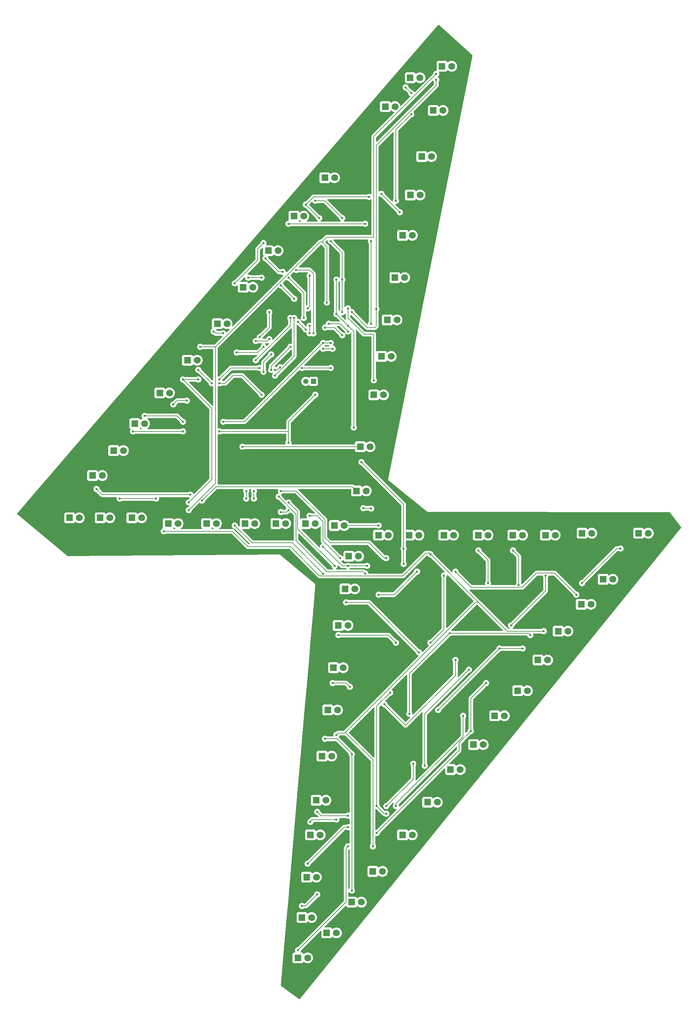
<source format=gbr>
%TF.GenerationSoftware,KiCad,Pcbnew,9.0.5*%
%TF.CreationDate,2025-11-03T11:52:37+02:00*%
%TF.ProjectId,sik_ledim_ss_,73696b5f-6c65-4646-996d-f67373f62e6b,rev?*%
%TF.SameCoordinates,Original*%
%TF.FileFunction,Copper,L1,Top*%
%TF.FilePolarity,Positive*%
%FSLAX46Y46*%
G04 Gerber Fmt 4.6, Leading zero omitted, Abs format (unit mm)*
G04 Created by KiCad (PCBNEW 9.0.5) date 2025-11-03 11:52:37*
%MOMM*%
%LPD*%
G01*
G04 APERTURE LIST*
%TA.AperFunction,ComponentPad*%
%ADD10R,1.800000X1.800000*%
%TD*%
%TA.AperFunction,ComponentPad*%
%ADD11C,1.800000*%
%TD*%
%TA.AperFunction,ComponentPad*%
%ADD12R,1.350000X1.350000*%
%TD*%
%TA.AperFunction,ComponentPad*%
%ADD13C,1.350000*%
%TD*%
%TA.AperFunction,ViaPad*%
%ADD14C,0.600000*%
%TD*%
%TA.AperFunction,Conductor*%
%ADD15C,0.200000*%
%TD*%
G04 APERTURE END LIST*
D10*
%TO.P,D47,1,K*%
%TO.N,Net-(D15-K)*%
X99185000Y-140000000D03*
D11*
%TO.P,D47,2,A*%
%TO.N,Net-(D41-A)*%
X101725000Y-140000000D03*
%TD*%
D10*
%TO.P,D60,1,K*%
%TO.N,Net-(D12-K)*%
X105235000Y-69000000D03*
D11*
%TO.P,D60,2,A*%
%TO.N,Net-(D57-A)*%
X107775000Y-69000000D03*
%TD*%
D10*
%TO.P,D7,1,K*%
%TO.N,Net-(D15-K)*%
X136235000Y-87000000D03*
D11*
%TO.P,D7,2,A*%
%TO.N,Net-(D1-A)*%
X138775000Y-87000000D03*
%TD*%
D10*
%TO.P,D43,1,K*%
%TO.N,Net-(D11-K)*%
X133960000Y-143000000D03*
D11*
%TO.P,D43,2,A*%
%TO.N,Net-(D41-A)*%
X136500000Y-143000000D03*
%TD*%
D10*
%TO.P,D13,1,K*%
%TO.N,Net-(D13-K)*%
X125225000Y-157000000D03*
D11*
%TO.P,D13,2,A*%
%TO.N,Net-(D10-A)*%
X127765000Y-157000000D03*
%TD*%
D10*
%TO.P,D5,1,K*%
%TO.N,Net-(D13-K)*%
X140235000Y-65000000D03*
D11*
%TO.P,D5,2,A*%
%TO.N,Net-(D1-A)*%
X142775000Y-65000000D03*
%TD*%
D10*
%TO.P,D55,1,K*%
%TO.N,Net-(D15-K)*%
X70460000Y-114000000D03*
D11*
%TO.P,D55,2,A*%
%TO.N,Net-(D49-A)*%
X73000000Y-114000000D03*
%TD*%
D10*
%TO.P,D25,1,K*%
%TO.N,Net-(D1-K)*%
X132460000Y-230500000D03*
D11*
%TO.P,D25,2,A*%
%TO.N,Net-(D25-A)*%
X135000000Y-230500000D03*
%TD*%
D10*
%TO.P,D64,1,K*%
%TO.N,Net-(D16-K)*%
X142225000Y-24000000D03*
D11*
%TO.P,D64,2,A*%
%TO.N,Net-(D57-A)*%
X144765000Y-24000000D03*
%TD*%
D10*
%TO.P,D41,1,K*%
%TO.N,Net-(D1-K)*%
X150960000Y-143000000D03*
D11*
%TO.P,D41,2,A*%
%TO.N,Net-(D41-A)*%
X153500000Y-143000000D03*
%TD*%
D10*
%TO.P,D26,1,K*%
%TO.N,Net-(D10-K)*%
X140225000Y-221000000D03*
D11*
%TO.P,D26,2,A*%
%TO.N,Net-(D25-A)*%
X142765000Y-221000000D03*
%TD*%
D10*
%TO.P,D14,1,K*%
%TO.N,Net-(D14-K)*%
X123460000Y-166500000D03*
D11*
%TO.P,D14,2,A*%
%TO.N,Net-(D10-A)*%
X126000000Y-166500000D03*
%TD*%
D10*
%TO.P,D15,1,K*%
%TO.N,Net-(D15-K)*%
X122225000Y-177500000D03*
D11*
%TO.P,D15,2,A*%
%TO.N,Net-(D10-A)*%
X124765000Y-177500000D03*
%TD*%
D10*
%TO.P,D40,1,K*%
%TO.N,Net-(D16-K)*%
X159960000Y-143000000D03*
D11*
%TO.P,D40,2,A*%
%TO.N,Net-(D33-A)*%
X162500000Y-143000000D03*
%TD*%
D10*
%TO.P,D35,1,K*%
%TO.N,Net-(D11-K)*%
X192500000Y-154500000D03*
D11*
%TO.P,D35,2,A*%
%TO.N,Net-(D33-A)*%
X195040000Y-154500000D03*
%TD*%
D10*
%TO.P,D8,1,K*%
%TO.N,Net-(D16-K)*%
X134735000Y-96500000D03*
D11*
%TO.P,D8,2,A*%
%TO.N,Net-(D1-A)*%
X137275000Y-96500000D03*
%TD*%
D10*
%TO.P,D36,1,K*%
%TO.N,Net-(D12-K)*%
X201725000Y-142500000D03*
D11*
%TO.P,D36,2,A*%
%TO.N,Net-(D33-A)*%
X204265000Y-142500000D03*
%TD*%
D10*
%TO.P,D37,1,K*%
%TO.N,Net-(D13-K)*%
X187000000Y-142500000D03*
D11*
%TO.P,D37,2,A*%
%TO.N,Net-(D33-A)*%
X189540000Y-142500000D03*
%TD*%
D10*
%TO.P,D48,1,K*%
%TO.N,Net-(D16-K)*%
X89185000Y-140000000D03*
D11*
%TO.P,D48,2,A*%
%TO.N,Net-(D41-A)*%
X91725000Y-140000000D03*
%TD*%
D10*
%TO.P,D3,1,K*%
%TO.N,Net-(D11-K)*%
X145235000Y-44500000D03*
D11*
%TO.P,D3,2,A*%
%TO.N,Net-(D1-A)*%
X147775000Y-44500000D03*
%TD*%
D10*
%TO.P,D56,1,K*%
%TO.N,Net-(D16-K)*%
X76960000Y-106000000D03*
D11*
%TO.P,D56,2,A*%
%TO.N,Net-(D49-A)*%
X79500000Y-106000000D03*
%TD*%
D10*
%TO.P,D22,1,K*%
%TO.N,Net-(D14-K)*%
X112960000Y-253000000D03*
D11*
%TO.P,D22,2,A*%
%TO.N,Net-(D17-A)*%
X115500000Y-253000000D03*
%TD*%
D10*
%TO.P,D45,1,K*%
%TO.N,Net-(D13-K)*%
X114960000Y-140000000D03*
D11*
%TO.P,D45,2,A*%
%TO.N,Net-(D41-A)*%
X117500000Y-140000000D03*
%TD*%
D10*
%TO.P,D23,1,K*%
%TO.N,Net-(D15-K)*%
X120460000Y-246500000D03*
D11*
%TO.P,D23,2,A*%
%TO.N,Net-(D17-A)*%
X123000000Y-246500000D03*
%TD*%
D10*
%TO.P,D10,1,K*%
%TO.N,Net-(D10-K)*%
X129225000Y-120000000D03*
D11*
%TO.P,D10,2,A*%
%TO.N,Net-(D10-A)*%
X131765000Y-120000000D03*
%TD*%
D10*
%TO.P,D21,1,K*%
%TO.N,Net-(D13-K)*%
X114000000Y-242500000D03*
D11*
%TO.P,D21,2,A*%
%TO.N,Net-(D17-A)*%
X116540000Y-242500000D03*
%TD*%
D12*
%TO.P,J2,1,Pin_1*%
%TO.N,+5V*%
X117000000Y-103000000D03*
D13*
%TO.P,J2,2,Pin_2*%
%TO.N,GND*%
X115000000Y-103000000D03*
%TD*%
D10*
%TO.P,D27,1,K*%
%TO.N,Net-(D11-K)*%
X146725000Y-212500000D03*
D11*
%TO.P,D27,2,A*%
%TO.N,Net-(D25-A)*%
X149265000Y-212500000D03*
%TD*%
D10*
%TO.P,D58,1,K*%
%TO.N,Net-(D10-K)*%
X91960000Y-88000000D03*
D11*
%TO.P,D58,2,A*%
%TO.N,Net-(D57-A)*%
X94500000Y-88000000D03*
%TD*%
D10*
%TO.P,D12,1,K*%
%TO.N,Net-(D12-K)*%
X126225000Y-148500000D03*
D11*
%TO.P,D12,2,A*%
%TO.N,Net-(D10-A)*%
X128765000Y-148500000D03*
%TD*%
D10*
%TO.P,D50,1,K*%
%TO.N,Net-(D10-K)*%
X69685000Y-138500000D03*
D11*
%TO.P,D50,2,A*%
%TO.N,Net-(D49-A)*%
X72225000Y-138500000D03*
%TD*%
D10*
%TO.P,D24,1,K*%
%TO.N,Net-(D16-K)*%
X126960000Y-238500000D03*
D11*
%TO.P,D24,2,A*%
%TO.N,Net-(D17-A)*%
X129500000Y-238500000D03*
%TD*%
D10*
%TO.P,D20,1,K*%
%TO.N,Net-(D12-K)*%
X115225000Y-232000000D03*
D11*
%TO.P,D20,2,A*%
%TO.N,Net-(D17-A)*%
X117765000Y-232000000D03*
%TD*%
D10*
%TO.P,D53,1,K*%
%TO.N,Net-(D13-K)*%
X59460000Y-127500000D03*
D11*
%TO.P,D53,2,A*%
%TO.N,Net-(D49-A)*%
X62000000Y-127500000D03*
%TD*%
D10*
%TO.P,D17,1,K*%
%TO.N,Net-(D1-K)*%
X119225000Y-200500000D03*
D11*
%TO.P,D17,2,A*%
%TO.N,Net-(D17-A)*%
X121765000Y-200500000D03*
%TD*%
D10*
%TO.P,D51,1,K*%
%TO.N,Net-(D11-K)*%
X61420000Y-138500000D03*
D11*
%TO.P,D51,2,A*%
%TO.N,Net-(D49-A)*%
X63960000Y-138500000D03*
%TD*%
D10*
%TO.P,D2,1,K*%
%TO.N,Net-(D10-K)*%
X148235000Y-32500000D03*
D11*
%TO.P,D2,2,A*%
%TO.N,Net-(D1-A)*%
X150775000Y-32500000D03*
%TD*%
D10*
%TO.P,D59,1,K*%
%TO.N,Net-(D11-K)*%
X98685000Y-78500000D03*
D11*
%TO.P,D59,2,A*%
%TO.N,Net-(D57-A)*%
X101225000Y-78500000D03*
%TD*%
D10*
%TO.P,D61,1,K*%
%TO.N,Net-(D13-K)*%
X111960000Y-60000000D03*
D11*
%TO.P,D61,2,A*%
%TO.N,Net-(D57-A)*%
X114500000Y-60000000D03*
%TD*%
D10*
%TO.P,D19,1,K*%
%TO.N,Net-(D11-K)*%
X116225000Y-221000000D03*
D11*
%TO.P,D19,2,A*%
%TO.N,Net-(D17-A)*%
X118765000Y-221000000D03*
%TD*%
D10*
%TO.P,D11,1,K*%
%TO.N,Net-(D11-K)*%
X128225000Y-131500000D03*
D11*
%TO.P,D11,2,A*%
%TO.N,Net-(D10-A)*%
X130765000Y-131500000D03*
%TD*%
D10*
%TO.P,D46,1,K*%
%TO.N,Net-(D14-K)*%
X107225000Y-140000000D03*
D11*
%TO.P,D46,2,A*%
%TO.N,Net-(D41-A)*%
X109765000Y-140000000D03*
%TD*%
D10*
%TO.P,D44,1,K*%
%TO.N,Net-(D12-K)*%
X122460000Y-140500000D03*
D11*
%TO.P,D44,2,A*%
%TO.N,Net-(D41-A)*%
X125000000Y-140500000D03*
%TD*%
D10*
%TO.P,D34,1,K*%
%TO.N,Net-(D10-K)*%
X186775000Y-161000000D03*
D11*
%TO.P,D34,2,A*%
%TO.N,Net-(D33-A)*%
X189315000Y-161000000D03*
%TD*%
D10*
%TO.P,D28,1,K*%
%TO.N,Net-(D12-K)*%
X152725000Y-204000000D03*
D11*
%TO.P,D28,2,A*%
%TO.N,Net-(D25-A)*%
X155265000Y-204000000D03*
%TD*%
D10*
%TO.P,D49,1,K*%
%TO.N,Net-(D1-K)*%
X79185000Y-140000000D03*
D11*
%TO.P,D49,2,A*%
%TO.N,Net-(D49-A)*%
X81725000Y-140000000D03*
%TD*%
D10*
%TO.P,D57,1,K*%
%TO.N,Net-(D1-K)*%
X84185000Y-97500000D03*
D11*
%TO.P,D57,2,A*%
%TO.N,Net-(D57-A)*%
X86725000Y-97500000D03*
%TD*%
D10*
%TO.P,D62,1,K*%
%TO.N,Net-(D14-K)*%
X119960000Y-50000000D03*
D11*
%TO.P,D62,2,A*%
%TO.N,Net-(D57-A)*%
X122500000Y-50000000D03*
%TD*%
D10*
%TO.P,D6,1,K*%
%TO.N,Net-(D14-K)*%
X138235000Y-76000000D03*
D11*
%TO.P,D6,2,A*%
%TO.N,Net-(D1-A)*%
X140775000Y-76000000D03*
%TD*%
D10*
%TO.P,D32,1,K*%
%TO.N,Net-(D16-K)*%
X175500000Y-175500000D03*
D11*
%TO.P,D32,2,A*%
%TO.N,Net-(D25-A)*%
X178040000Y-175500000D03*
%TD*%
D10*
%TO.P,D63,1,K*%
%TO.N,Net-(D15-K)*%
X135725000Y-31500000D03*
D11*
%TO.P,D63,2,A*%
%TO.N,Net-(D57-A)*%
X138265000Y-31500000D03*
%TD*%
D10*
%TO.P,D1,1,K*%
%TO.N,Net-(D1-K)*%
X150500000Y-21000000D03*
D11*
%TO.P,D1,2,A*%
%TO.N,Net-(D1-A)*%
X153040000Y-21000000D03*
%TD*%
D10*
%TO.P,D42,1,K*%
%TO.N,Net-(D10-K)*%
X141960000Y-143000000D03*
D11*
%TO.P,D42,2,A*%
%TO.N,Net-(D41-A)*%
X144500000Y-143000000D03*
%TD*%
D10*
%TO.P,D29,1,K*%
%TO.N,Net-(D13-K)*%
X158725000Y-197500000D03*
D11*
%TO.P,D29,2,A*%
%TO.N,Net-(D25-A)*%
X161265000Y-197500000D03*
%TD*%
D10*
%TO.P,D9,1,K*%
%TO.N,Net-(D1-K)*%
X132735000Y-106500000D03*
D11*
%TO.P,D9,2,A*%
%TO.N,Net-(D10-A)*%
X135275000Y-106500000D03*
%TD*%
D10*
%TO.P,D31,1,K*%
%TO.N,Net-(D15-K)*%
X170225000Y-183500000D03*
D11*
%TO.P,D31,2,A*%
%TO.N,Net-(D25-A)*%
X172765000Y-183500000D03*
%TD*%
D10*
%TO.P,D39,1,K*%
%TO.N,Net-(D15-K)*%
X168960000Y-143000000D03*
D11*
%TO.P,D39,2,A*%
%TO.N,Net-(D33-A)*%
X171500000Y-143000000D03*
%TD*%
D10*
%TO.P,D16,1,K*%
%TO.N,Net-(D16-K)*%
X120725000Y-188500000D03*
D11*
%TO.P,D16,2,A*%
%TO.N,Net-(D10-A)*%
X123265000Y-188500000D03*
%TD*%
D10*
%TO.P,D38,1,K*%
%TO.N,Net-(D14-K)*%
X177460000Y-143000000D03*
D11*
%TO.P,D38,2,A*%
%TO.N,Net-(D33-A)*%
X180000000Y-143000000D03*
%TD*%
D10*
%TO.P,D54,1,K*%
%TO.N,Net-(D14-K)*%
X64960000Y-121000000D03*
D11*
%TO.P,D54,2,A*%
%TO.N,Net-(D49-A)*%
X67500000Y-121000000D03*
%TD*%
D10*
%TO.P,D30,1,K*%
%TO.N,Net-(D14-K)*%
X164225000Y-190000000D03*
D11*
%TO.P,D30,2,A*%
%TO.N,Net-(D25-A)*%
X166765000Y-190000000D03*
%TD*%
D10*
%TO.P,D4,1,K*%
%TO.N,Net-(D12-K)*%
X142235000Y-54500000D03*
D11*
%TO.P,D4,2,A*%
%TO.N,Net-(D1-A)*%
X144775000Y-54500000D03*
%TD*%
D10*
%TO.P,D52,1,K*%
%TO.N,Net-(D12-K)*%
X53460000Y-138500000D03*
D11*
%TO.P,D52,2,A*%
%TO.N,Net-(D49-A)*%
X56000000Y-138500000D03*
%TD*%
D10*
%TO.P,D33,1,K*%
%TO.N,Net-(D1-K)*%
X180775000Y-168000000D03*
D11*
%TO.P,D33,2,A*%
%TO.N,Net-(D33-A)*%
X183315000Y-168000000D03*
%TD*%
D10*
%TO.P,D18,1,K*%
%TO.N,Net-(D10-K)*%
X117725000Y-212000000D03*
D11*
%TO.P,D18,2,A*%
%TO.N,Net-(D17-A)*%
X120265000Y-212000000D03*
%TD*%
D14*
%TO.N,Net-(D15-K)*%
X127000000Y-85000000D03*
%TO.N,Net-(D14-K)*%
X110500000Y-134500000D03*
X124500000Y-60500000D03*
X147500000Y-171000000D03*
X83000000Y-116000000D03*
X124500000Y-85000000D03*
X126000000Y-224000000D03*
X122500000Y-151000000D03*
X92500000Y-116000000D03*
X110500000Y-119000000D03*
X124500000Y-76500000D03*
X138500000Y-213500000D03*
X138500000Y-171000000D03*
X70000000Y-116000000D03*
X151000000Y-153500000D03*
X123500000Y-169000000D03*
X113000000Y-251000000D03*
X110500000Y-136500000D03*
X108500000Y-137000000D03*
X156000000Y-190000000D03*
X121500000Y-66500000D03*
X117500000Y-56000000D03*
X117500000Y-106500000D03*
%TO.N,Net-(D16-K)*%
X114000000Y-99500000D03*
X132000000Y-66500000D03*
X127000000Y-200000000D03*
X132000000Y-88000000D03*
X162500000Y-155500000D03*
X83000000Y-102500000D03*
X87000000Y-102500000D03*
X127000000Y-235500000D03*
X108325735Y-99325735D03*
X141000000Y-26500000D03*
X142500000Y-33500000D03*
X160000000Y-147000000D03*
X165500000Y-172500000D03*
X171500000Y-172500000D03*
X122000000Y-94500000D03*
X84500000Y-134500000D03*
X92500000Y-102500000D03*
X142500000Y-28000000D03*
X119500000Y-94500000D03*
X103000000Y-99500000D03*
X121500000Y-99500000D03*
X149500000Y-188500000D03*
X120000000Y-196000000D03*
X107000000Y-100000000D03*
X138500000Y-56000000D03*
%TO.N,GND*%
X115000000Y-89500000D03*
X113000000Y-87500000D03*
X120000000Y-89000000D03*
X124500000Y-91000000D03*
%TO.N,Net-(U1-PA6)*%
X104000000Y-94000000D03*
X97000000Y-95500000D03*
%TO.N,Net-(D1-K)*%
X132735000Y-102735000D03*
X78000000Y-142000000D03*
X123000000Y-195000000D03*
X147500000Y-148000000D03*
X120500000Y-82500000D03*
X84500000Y-136500000D03*
X126000000Y-84000000D03*
X149000000Y-23000000D03*
X132500000Y-224000000D03*
X87500000Y-94000000D03*
X177000000Y-168000000D03*
%TO.N,+5V*%
X116000000Y-88534000D03*
X121000000Y-88000000D03*
X116000000Y-90500000D03*
X126000000Y-90000000D03*
%TO.N,Net-(D15-K)*%
X83000000Y-113500000D03*
X99500000Y-133500000D03*
X121500000Y-93000000D03*
X73000000Y-112000000D03*
X169000000Y-147000000D03*
X119500000Y-93000000D03*
X154000000Y-175500000D03*
X170500000Y-156000000D03*
X135500000Y-187000000D03*
X126500000Y-182500000D03*
X122000000Y-181500000D03*
X119500000Y-153000000D03*
X133399000Y-84164000D03*
X99500000Y-131500000D03*
X149000000Y-24500000D03*
X96500000Y-140500000D03*
X93500000Y-113500000D03*
%TO.N,Net-(U1-PA4)*%
X111000000Y-94000000D03*
X106000000Y-100000000D03*
%TO.N,Net-(U1-PA2)*%
X107000000Y-101500000D03*
X112000000Y-86500000D03*
%TO.N,Net-(U1-AREF{slash}PA3)*%
X111000000Y-86500000D03*
X102000000Y-97500000D03*
%TO.N,Net-(U1-PA5)*%
X102000000Y-92500000D03*
X105500000Y-92000000D03*
%TO.N,Net-(D10-K)*%
X185500000Y-158500000D03*
X133500000Y-213500000D03*
X136000000Y-215500000D03*
X98500000Y-120000000D03*
X115500000Y-84000000D03*
X154000000Y-152500000D03*
X118000000Y-215000000D03*
X144000000Y-152500000D03*
X91000000Y-90000000D03*
X134000000Y-158500000D03*
X140500000Y-150500000D03*
X126000000Y-216000000D03*
X137000000Y-184000000D03*
X93500000Y-90500000D03*
X140500000Y-146500000D03*
X129500000Y-124000000D03*
X116000000Y-75500000D03*
%TO.N,Net-(D12-K)*%
X131000000Y-151000000D03*
X115500000Y-228500000D03*
X187000000Y-155500000D03*
X173500000Y-169000000D03*
X109000000Y-74500000D03*
X126000000Y-219000000D03*
X197000000Y-146500000D03*
X152500000Y-168500000D03*
X110500000Y-62000000D03*
X136000000Y-213500000D03*
X130500000Y-62000000D03*
X126000000Y-151000000D03*
X142000000Y-189500000D03*
X114500000Y-86500000D03*
X119500000Y-146000000D03*
X110500000Y-76000000D03*
X104500000Y-71000000D03*
X143000000Y-202500000D03*
%TO.N,Net-(U1-PA1)*%
X103000000Y-91500000D03*
X105500000Y-85000000D03*
%TO.N,Net-(U1-PA7)*%
X104000000Y-100500000D03*
X106000000Y-96000000D03*
%TO.N,Net-(D11-K)*%
X130000000Y-136000000D03*
X123000000Y-217000000D03*
X123000000Y-76500000D03*
X127500000Y-115000000D03*
X157500000Y-178000000D03*
X126000000Y-88500000D03*
X132056972Y-136083913D03*
X66500000Y-133500000D03*
X88000000Y-134000000D03*
X116225000Y-217624943D03*
X123000000Y-85500000D03*
X103500000Y-76000000D03*
X76000000Y-133500000D03*
X108500000Y-78000000D03*
X100000000Y-76000000D03*
X146000000Y-203000000D03*
X112000000Y-81500000D03*
%TO.N,Net-(D13-K)*%
X84954074Y-132499999D03*
X60500000Y-131000000D03*
X134693235Y-54193235D03*
X118000000Y-236500000D03*
X124000000Y-149000000D03*
X96500000Y-77500000D03*
X177500000Y-153500000D03*
X125500000Y-160500000D03*
X162000000Y-181500000D03*
X118500000Y-60500000D03*
X144500000Y-173500000D03*
X158000000Y-194000000D03*
X104000000Y-67000000D03*
X133500000Y-220500000D03*
X114000000Y-239500000D03*
X117000000Y-90500000D03*
X112500000Y-74000000D03*
X116000000Y-138000000D03*
X115000000Y-57000000D03*
X139500000Y-59000000D03*
X168500000Y-166500000D03*
X131500000Y-55000000D03*
%TO.N,Net-(D25-A)*%
X107950000Y-133000000D03*
X130500000Y-153000000D03*
%TO.N,Net-(D33-A)*%
X108500000Y-131500000D03*
X136000000Y-149000000D03*
%TO.N,Net-(D41-A)*%
X101500000Y-131500000D03*
X101500000Y-133500000D03*
X134000000Y-140500000D03*
%TO.N,Net-(D49-A)*%
X80500000Y-109000000D03*
X84000000Y-108000000D03*
%TO.N,Net-(D57-A)*%
X87000000Y-100000000D03*
X90500000Y-103500000D03*
X92500000Y-103500000D03*
X103500000Y-106500000D03*
%TD*%
D15*
%TO.N,Net-(D15-K)*%
X131000000Y-89000000D02*
X133000000Y-89000000D01*
X127000000Y-85000000D02*
X131000000Y-89000000D01*
X133000000Y-89000000D02*
X133399000Y-88601000D01*
X133399000Y-88601000D02*
X133399000Y-84164000D01*
%TO.N,Net-(D1-K)*%
X126000000Y-84000000D02*
X126000000Y-86500000D01*
X126000000Y-86500000D02*
X130235000Y-90735000D01*
X130235000Y-90735000D02*
X132735000Y-90735000D01*
X132735000Y-90735000D02*
X132735000Y-102735000D01*
%TO.N,Net-(D14-K)*%
X136500000Y-169000000D02*
X123500000Y-169000000D01*
X110500000Y-113500000D02*
X110500000Y-116000000D01*
X112500000Y-111500000D02*
X110500000Y-113500000D01*
X112901000Y-136901000D02*
X110500000Y-134500000D01*
X124500000Y-60500000D02*
X120000000Y-56000000D01*
X120000000Y-56000000D02*
X117500000Y-56000000D01*
X124500000Y-77500000D02*
X124500000Y-85000000D01*
X151000000Y-167500000D02*
X147500000Y-171000000D01*
X83000000Y-116000000D02*
X69960000Y-116000000D01*
X125500000Y-238500000D02*
X125500000Y-224500000D01*
X156000000Y-195432900D02*
X156000000Y-190000000D01*
X107225000Y-139775000D02*
X107225000Y-140000000D01*
X117500000Y-106500000D02*
X112500000Y-111500000D01*
X110500000Y-116000000D02*
X110500000Y-119000000D01*
X108500000Y-137000000D02*
X110000000Y-137000000D01*
X110000000Y-137000000D02*
X110500000Y-136500000D01*
X138500000Y-213500000D02*
X138500000Y-212932900D01*
X122500000Y-151000000D02*
X112901000Y-141401000D01*
X110500000Y-116000000D02*
X92500000Y-116000000D01*
X124500000Y-76500000D02*
X124500000Y-77500000D01*
X113000000Y-251000000D02*
X125500000Y-238500000D01*
X124500000Y-77500000D02*
X124500000Y-69500000D01*
X112901000Y-141401000D02*
X112901000Y-136901000D01*
X125500000Y-224500000D02*
X126000000Y-224000000D01*
X151000000Y-153500000D02*
X151000000Y-167500000D01*
X124500000Y-69500000D02*
X121500000Y-66500000D01*
X138500000Y-171000000D02*
X136500000Y-169000000D01*
X138500000Y-212932900D02*
X156000000Y-195432900D01*
%TO.N,Net-(D16-K)*%
X165500000Y-172500000D02*
X171500000Y-172500000D01*
X141000000Y-26500000D02*
X142500000Y-28000000D01*
X107651470Y-100000000D02*
X108325735Y-99325735D01*
X107000000Y-100000000D02*
X107651470Y-100000000D01*
X123150057Y-196000000D02*
X120000000Y-196000000D01*
X127000000Y-200000000D02*
X127000000Y-199849943D01*
X162500000Y-149500000D02*
X160000000Y-147000000D01*
X132000000Y-88000000D02*
X132000000Y-66500000D01*
X127000000Y-199849943D02*
X123150057Y-196000000D01*
X121500000Y-99500000D02*
X114000000Y-99500000D01*
X95500000Y-99500000D02*
X92500000Y-102500000D01*
X87000000Y-102500000D02*
X83000000Y-102500000D01*
X127000000Y-235500000D02*
X127000000Y-200000000D01*
X103000000Y-99500000D02*
X95500000Y-99500000D01*
X90500000Y-110000000D02*
X83000000Y-102500000D01*
X90500000Y-128500000D02*
X90500000Y-110000000D01*
X149500000Y-188500000D02*
X165500000Y-172500000D01*
X162500000Y-155500000D02*
X162500000Y-149500000D01*
X138500000Y-56000000D02*
X138500000Y-37500000D01*
X138500000Y-37500000D02*
X142500000Y-33500000D01*
X122000000Y-94500000D02*
X119500000Y-94500000D01*
X84500000Y-134500000D02*
X90500000Y-128500000D01*
%TO.N,GND*%
X122500000Y-89000000D02*
X120000000Y-89000000D01*
X124500000Y-91000000D02*
X122500000Y-89000000D01*
X115000000Y-89500000D02*
X113000000Y-87500000D01*
%TO.N,Net-(U1-PA6)*%
X102500000Y-95500000D02*
X104000000Y-94000000D01*
X97000000Y-95500000D02*
X102500000Y-95500000D01*
%TO.N,Net-(D1-K)*%
X91500000Y-94000000D02*
X87500000Y-94000000D01*
X140359000Y-153601000D02*
X146230000Y-147730000D01*
X118788265Y-66711735D02*
X91461735Y-94038265D01*
X99899000Y-146000000D02*
X111000000Y-146000000D01*
X132735000Y-39265000D02*
X132735000Y-65500000D01*
X95899000Y-142000000D02*
X99899000Y-146000000D01*
X167500000Y-168000000D02*
X177000000Y-168000000D01*
X78000000Y-142000000D02*
X95899000Y-142000000D01*
X125500000Y-194500000D02*
X125362500Y-194362500D01*
X119211735Y-66711735D02*
X118788265Y-66711735D01*
X146230000Y-147730000D02*
X147230000Y-147730000D01*
X123500000Y-194500000D02*
X123000000Y-195000000D01*
X147230000Y-147730000D02*
X160000000Y-160500000D01*
X118601000Y-153601000D02*
X140359000Y-153601000D01*
X132500000Y-224000000D02*
X132500000Y-201500000D01*
X132735000Y-65500000D02*
X120423471Y-65500000D01*
X91461735Y-94038265D02*
X91461735Y-94461735D01*
X119211735Y-66711735D02*
X120500000Y-68000000D01*
X160000000Y-160500000D02*
X167500000Y-168000000D01*
X159225000Y-160500000D02*
X125362500Y-194362500D01*
X80026529Y-140000000D02*
X79185000Y-140000000D01*
X149000000Y-23000000D02*
X132735000Y-39265000D01*
X123500000Y-194500000D02*
X125225000Y-194500000D01*
X132500000Y-201500000D02*
X125500000Y-194500000D01*
X91461735Y-94461735D02*
X91461735Y-129538265D01*
X111000000Y-146000000D02*
X118601000Y-153601000D01*
X160000000Y-160500000D02*
X159225000Y-160500000D01*
X125225000Y-194500000D02*
X125362500Y-194362500D01*
X120423471Y-65500000D02*
X119211735Y-66711735D01*
X120500000Y-68000000D02*
X120500000Y-82500000D01*
X91461735Y-129538265D02*
X84500000Y-136500000D01*
%TO.N,+5V*%
X124000000Y-88000000D02*
X121000000Y-88000000D01*
X126000000Y-90000000D02*
X124000000Y-88000000D01*
X116000000Y-90500000D02*
X116000000Y-88534000D01*
%TO.N,Net-(D15-K)*%
X154000000Y-175500000D02*
X154000000Y-179500000D01*
X133399000Y-41601000D02*
X133399000Y-84164000D01*
X121500000Y-93000000D02*
X119500000Y-93000000D01*
X170500000Y-156000000D02*
X170500000Y-148500000D01*
X99500000Y-131500000D02*
X99500000Y-133500000D01*
X101000000Y-145000000D02*
X96500000Y-140500000D01*
X73000000Y-112000000D02*
X81500000Y-112000000D01*
X119500000Y-93000000D02*
X99000000Y-113500000D01*
X119500000Y-153000000D02*
X111500000Y-145000000D01*
X154000000Y-179500000D02*
X141000000Y-192500000D01*
X99000000Y-113500000D02*
X93500000Y-113500000D01*
X111500000Y-145000000D02*
X101000000Y-145000000D01*
X141000000Y-192500000D02*
X135500000Y-187000000D01*
X149000000Y-24500000D02*
X149000000Y-26000000D01*
X170500000Y-148500000D02*
X169000000Y-147000000D01*
X125500000Y-181500000D02*
X122000000Y-181500000D01*
X126500000Y-182500000D02*
X125500000Y-181500000D01*
X81500000Y-112000000D02*
X83000000Y-113500000D01*
X149000000Y-26000000D02*
X133399000Y-41601000D01*
%TO.N,Net-(U1-PA4)*%
X106000000Y-99000000D02*
X111000000Y-94000000D01*
X106000000Y-100000000D02*
X106000000Y-99000000D01*
%TO.N,Net-(U1-PA2)*%
X107000000Y-101500000D02*
X112000000Y-96500000D01*
X112000000Y-96500000D02*
X112000000Y-86500000D01*
%TO.N,Net-(U1-AREF{slash}PA3)*%
X111000000Y-88500000D02*
X102000000Y-97500000D01*
X111000000Y-86500000D02*
X111000000Y-88500000D01*
%TO.N,Net-(U1-PA5)*%
X102000000Y-92500000D02*
X105000000Y-92500000D01*
X105000000Y-92500000D02*
X105500000Y-92000000D01*
%TO.N,Net-(D10-K)*%
X158101000Y-156601000D02*
X154000000Y-152500000D01*
X116000000Y-75500000D02*
X116000000Y-83500000D01*
X171399000Y-156601000D02*
X158101000Y-156601000D01*
X126000000Y-216000000D02*
X119000000Y-216000000D01*
X135500000Y-215500000D02*
X133500000Y-213500000D01*
X98500000Y-120000000D02*
X129225000Y-120000000D01*
X133500000Y-213500000D02*
X133500000Y-187500000D01*
X91000000Y-90000000D02*
X91500000Y-90500000D01*
X138000000Y-158500000D02*
X144000000Y-152500000D01*
X134000000Y-158500000D02*
X138000000Y-158500000D01*
X136000000Y-215500000D02*
X135500000Y-215500000D01*
X179899000Y-152899000D02*
X175101000Y-152899000D01*
X133500000Y-187500000D02*
X137000000Y-184000000D01*
X140500000Y-146500000D02*
X140500000Y-150500000D01*
X140500000Y-135000000D02*
X129500000Y-124000000D01*
X175101000Y-152899000D02*
X171399000Y-156601000D01*
X140500000Y-146500000D02*
X140500000Y-135000000D01*
X185500000Y-158500000D02*
X179899000Y-152899000D01*
X119000000Y-216000000D02*
X118000000Y-215000000D01*
X116000000Y-83500000D02*
X115500000Y-84000000D01*
X91500000Y-90500000D02*
X93500000Y-90500000D01*
%TO.N,Net-(D12-K)*%
X142000000Y-189500000D02*
X142000000Y-179000000D01*
X104500000Y-71000000D02*
X108000000Y-74500000D01*
X125000000Y-219000000D02*
X126000000Y-219000000D01*
X126000000Y-151000000D02*
X124500000Y-151000000D01*
X152500000Y-168500000D02*
X173000000Y-168500000D01*
X115500000Y-228500000D02*
X125000000Y-219000000D01*
X143000000Y-206500000D02*
X143000000Y-202500000D01*
X114500000Y-80000000D02*
X114500000Y-86500000D01*
X112235000Y-62000000D02*
X110500000Y-62000000D01*
X196000000Y-146500000D02*
X197000000Y-146500000D01*
X114000000Y-62000000D02*
X112235000Y-62000000D01*
X136000000Y-213500000D02*
X143000000Y-206500000D01*
X124500000Y-151000000D02*
X119500000Y-146000000D01*
X187000000Y-155500000D02*
X196000000Y-146500000D01*
X173000000Y-168500000D02*
X173500000Y-169000000D01*
X142000000Y-179000000D02*
X152500000Y-168500000D01*
X130500000Y-62000000D02*
X114000000Y-62000000D01*
X110500000Y-76000000D02*
X114500000Y-80000000D01*
X131000000Y-151000000D02*
X126000000Y-151000000D01*
X108000000Y-74500000D02*
X109000000Y-74500000D01*
%TO.N,Net-(U1-PA1)*%
X103000000Y-91500000D02*
X105500000Y-89000000D01*
X105500000Y-89000000D02*
X105500000Y-85000000D01*
%TO.N,Net-(U1-PA7)*%
X104000000Y-98000000D02*
X104000000Y-100500000D01*
X106000000Y-96000000D02*
X104000000Y-98000000D01*
%TO.N,Net-(D11-K)*%
X116225000Y-217376000D02*
X116601000Y-217000000D01*
X123000000Y-76500000D02*
X123000000Y-85500000D01*
X157500000Y-178000000D02*
X146000000Y-189500000D01*
X131973059Y-136000000D02*
X132056972Y-136083913D01*
X127124000Y-130399000D02*
X91601000Y-130399000D01*
X116225000Y-217624943D02*
X116225000Y-217376000D01*
X76000000Y-133500000D02*
X66420000Y-133500000D01*
X128225000Y-131500000D02*
X127124000Y-130399000D01*
X91601000Y-130399000D02*
X88000000Y-134000000D01*
X112000000Y-81500000D02*
X108500000Y-78000000D01*
X126000000Y-88500000D02*
X127500000Y-90000000D01*
X130000000Y-136000000D02*
X131973059Y-136000000D01*
X100000000Y-76000000D02*
X103500000Y-76000000D01*
X127500000Y-90000000D02*
X127500000Y-115000000D01*
X146000000Y-189500000D02*
X146000000Y-203000000D01*
X123000000Y-85500000D02*
X126000000Y-88500000D01*
X123000000Y-217000000D02*
X116601000Y-217000000D01*
%TO.N,Net-(D13-K)*%
X65460000Y-132500000D02*
X62000000Y-132500000D01*
X177500000Y-157500000D02*
X168500000Y-166500000D01*
X102500000Y-71500000D02*
X102500000Y-68500000D01*
X177500000Y-153500000D02*
X177500000Y-157500000D01*
X139500000Y-59000000D02*
X134693235Y-54193235D01*
X62000000Y-132500000D02*
X60500000Y-131000000D01*
X162000000Y-181500000D02*
X158000000Y-185500000D01*
X116000000Y-74000000D02*
X117000000Y-75000000D01*
X125500000Y-160500000D02*
X131500000Y-160500000D01*
X118000000Y-236500000D02*
X115000000Y-239500000D01*
X102500000Y-71500000D02*
X96500000Y-77500000D01*
X155000000Y-199000000D02*
X133500000Y-220500000D01*
X119500000Y-144500000D02*
X119500000Y-139500000D01*
X116960000Y-55000000D02*
X116960000Y-55040000D01*
X131500000Y-55000000D02*
X116960000Y-55000000D01*
X158000000Y-194000000D02*
X155000000Y-197000000D01*
X118000000Y-138000000D02*
X116000000Y-138000000D01*
X117000000Y-75000000D02*
X117000000Y-90500000D01*
X155000000Y-197000000D02*
X155000000Y-199000000D01*
X102500000Y-68500000D02*
X104000000Y-67000000D01*
X124000000Y-149000000D02*
X119500000Y-144500000D01*
X119500000Y-139500000D02*
X118000000Y-138000000D01*
X131500000Y-160500000D02*
X144500000Y-173500000D01*
X114980000Y-56980000D02*
X118500000Y-60500000D01*
X112500000Y-74000000D02*
X116000000Y-74000000D01*
X116960000Y-55040000D02*
X115000000Y-57000000D01*
X158000000Y-185500000D02*
X158000000Y-194000000D01*
X115000000Y-239500000D02*
X114000000Y-239500000D01*
X65460000Y-132500000D02*
X85000000Y-132500000D01*
%TO.N,Net-(D25-A)*%
X112500000Y-137550000D02*
X107950000Y-133000000D01*
X120500000Y-152500000D02*
X112500000Y-144500000D01*
X130500000Y-153000000D02*
X130000000Y-152500000D01*
X130000000Y-152500000D02*
X120500000Y-152500000D01*
X112500000Y-144500000D02*
X112500000Y-137550000D01*
%TO.N,Net-(D33-A)*%
X121323000Y-145000000D02*
X131500000Y-145000000D01*
X108500000Y-131500000D02*
X112500000Y-131500000D01*
X112500000Y-131500000D02*
X120000000Y-139000000D01*
X120000000Y-143677000D02*
X121323000Y-145000000D01*
X135500000Y-149000000D02*
X136000000Y-149000000D01*
X120000000Y-139000000D02*
X120000000Y-143677000D01*
X131500000Y-145000000D02*
X135500000Y-149000000D01*
%TO.N,Net-(D41-A)*%
X134000000Y-140500000D02*
X125000000Y-140500000D01*
X101500000Y-131500000D02*
X101500000Y-133500000D01*
%TO.N,Net-(D49-A)*%
X81500000Y-108000000D02*
X84000000Y-108000000D01*
X80500000Y-109000000D02*
X81500000Y-108000000D01*
%TO.N,Net-(D57-A)*%
X96000000Y-101500000D02*
X94000000Y-103500000D01*
X94000000Y-103500000D02*
X92500000Y-103500000D01*
X98500000Y-101500000D02*
X96000000Y-101500000D01*
X103500000Y-106500000D02*
X98500000Y-101500000D01*
X87000000Y-100000000D02*
X90500000Y-103500000D01*
%TD*%
%TA.AperFunction,NonConductor*%
G36*
X149638929Y-10235961D02*
G01*
X158150695Y-17908271D01*
X158401229Y-18134096D01*
X158437845Y-18193602D01*
X158439820Y-18250414D01*
X136526651Y-128314286D01*
X136519724Y-128349076D01*
X136515052Y-128359758D01*
X136506892Y-128413525D01*
X136506333Y-128416334D01*
X136506332Y-128416343D01*
X136496268Y-128466893D01*
X136495735Y-128475004D01*
X136495730Y-128475003D01*
X136495435Y-128481922D01*
X136495439Y-128481923D01*
X136495278Y-128490052D01*
X136500999Y-128541283D01*
X136501316Y-128544120D01*
X136504864Y-128598398D01*
X136508606Y-128609431D01*
X136509900Y-128621015D01*
X136509900Y-128621017D01*
X136518242Y-128642335D01*
X136529725Y-128671680D01*
X136547202Y-128723196D01*
X136553674Y-128732886D01*
X136557920Y-128743737D01*
X136557925Y-128743746D01*
X136588492Y-128785250D01*
X136591762Y-128789910D01*
X136620399Y-128832784D01*
X136629160Y-128840470D01*
X136636073Y-128849856D01*
X136678571Y-128883817D01*
X136680704Y-128885688D01*
X136680706Y-128885690D01*
X136719465Y-128919693D01*
X136726218Y-128924207D01*
X136726214Y-128924211D01*
X136740412Y-128933236D01*
X139228020Y-130921153D01*
X146616819Y-136825751D01*
X146616820Y-136825751D01*
X146622242Y-136830084D01*
X146649001Y-136856879D01*
X146673504Y-136871048D01*
X146695614Y-136888717D01*
X146730302Y-136903893D01*
X146763084Y-136922850D01*
X146790419Y-136930194D01*
X146798945Y-136933924D01*
X146798946Y-136933925D01*
X146798948Y-136933925D01*
X146816349Y-136941539D01*
X146846927Y-136946179D01*
X146860487Y-136949021D01*
X146890353Y-136957046D01*
X146890402Y-136957046D01*
X146918659Y-136957065D01*
X146946641Y-136961312D01*
X146984270Y-136957110D01*
X209694487Y-137000289D01*
X209761513Y-137020020D01*
X209792282Y-137048160D01*
X212800648Y-140916059D01*
X212826268Y-140981062D01*
X212812678Y-141049598D01*
X212799137Y-141070220D01*
X113484153Y-263724228D01*
X113426668Y-263763942D01*
X113356837Y-263766272D01*
X113314851Y-263746479D01*
X108579515Y-260302598D01*
X108536875Y-260247248D01*
X108528905Y-260191679D01*
X110134225Y-241552135D01*
X112599500Y-241552135D01*
X112599500Y-243447870D01*
X112599501Y-243447876D01*
X112605908Y-243507483D01*
X112656202Y-243642328D01*
X112656206Y-243642335D01*
X112742452Y-243757544D01*
X112742455Y-243757547D01*
X112857664Y-243843793D01*
X112857671Y-243843797D01*
X112992517Y-243894091D01*
X112992516Y-243894091D01*
X112999444Y-243894835D01*
X113052127Y-243900500D01*
X114947872Y-243900499D01*
X115007483Y-243894091D01*
X115142331Y-243843796D01*
X115257546Y-243757546D01*
X115343796Y-243642331D01*
X115371429Y-243568243D01*
X115373601Y-243562420D01*
X115415471Y-243506486D01*
X115480936Y-243482068D01*
X115549209Y-243496919D01*
X115577464Y-243518071D01*
X115627636Y-243568243D01*
X115627641Y-243568247D01*
X115729603Y-243642326D01*
X115805978Y-243697815D01*
X115934375Y-243763237D01*
X116002393Y-243797895D01*
X116002396Y-243797896D01*
X116107221Y-243831955D01*
X116212049Y-243866015D01*
X116429778Y-243900500D01*
X116429779Y-243900500D01*
X116650221Y-243900500D01*
X116650222Y-243900500D01*
X116867951Y-243866015D01*
X117077606Y-243797895D01*
X117274022Y-243697815D01*
X117452365Y-243568242D01*
X117608242Y-243412365D01*
X117737815Y-243234022D01*
X117837895Y-243037606D01*
X117906015Y-242827951D01*
X117940500Y-242610222D01*
X117940500Y-242389778D01*
X117906015Y-242172049D01*
X117837895Y-241962394D01*
X117837895Y-241962393D01*
X117803237Y-241894375D01*
X117737815Y-241765978D01*
X117679501Y-241685715D01*
X117608247Y-241587641D01*
X117608243Y-241587636D01*
X117452363Y-241431756D01*
X117452358Y-241431752D01*
X117274025Y-241302187D01*
X117274024Y-241302186D01*
X117274022Y-241302185D01*
X117156791Y-241242452D01*
X117077606Y-241202104D01*
X117077603Y-241202103D01*
X116867952Y-241133985D01*
X116759086Y-241116742D01*
X116650222Y-241099500D01*
X116429778Y-241099500D01*
X116357201Y-241110995D01*
X116212047Y-241133985D01*
X116002396Y-241202103D01*
X116002393Y-241202104D01*
X115805974Y-241302187D01*
X115627641Y-241431752D01*
X115627636Y-241431756D01*
X115577463Y-241481929D01*
X115516140Y-241515413D01*
X115446448Y-241510428D01*
X115390515Y-241468557D01*
X115373601Y-241437580D01*
X115343797Y-241357671D01*
X115343793Y-241357664D01*
X115257547Y-241242455D01*
X115257544Y-241242452D01*
X115142335Y-241156206D01*
X115142328Y-241156202D01*
X115007482Y-241105908D01*
X115007483Y-241105908D01*
X114947883Y-241099501D01*
X114947881Y-241099500D01*
X114947873Y-241099500D01*
X114947864Y-241099500D01*
X113052129Y-241099500D01*
X113052123Y-241099501D01*
X112992516Y-241105908D01*
X112857671Y-241156202D01*
X112857664Y-241156206D01*
X112742455Y-241242452D01*
X112742452Y-241242455D01*
X112656206Y-241357664D01*
X112656202Y-241357671D01*
X112605908Y-241492517D01*
X112599501Y-241552116D01*
X112599500Y-241552135D01*
X110134225Y-241552135D01*
X110317755Y-239421153D01*
X113199500Y-239421153D01*
X113199500Y-239578846D01*
X113230261Y-239733489D01*
X113230264Y-239733501D01*
X113290602Y-239879172D01*
X113290609Y-239879185D01*
X113378210Y-240010288D01*
X113378213Y-240010292D01*
X113489707Y-240121786D01*
X113489711Y-240121789D01*
X113620814Y-240209390D01*
X113620827Y-240209397D01*
X113766498Y-240269735D01*
X113766503Y-240269737D01*
X113921153Y-240300499D01*
X113921156Y-240300500D01*
X113921158Y-240300500D01*
X114078844Y-240300500D01*
X114078845Y-240300499D01*
X114233497Y-240269737D01*
X114379179Y-240209394D01*
X114379185Y-240209390D01*
X114510875Y-240121398D01*
X114577553Y-240100520D01*
X114579766Y-240100500D01*
X114913331Y-240100500D01*
X114913347Y-240100501D01*
X114920943Y-240100501D01*
X115079054Y-240100501D01*
X115079057Y-240100501D01*
X115231785Y-240059577D01*
X115281904Y-240030639D01*
X115368716Y-239980520D01*
X115480520Y-239868716D01*
X115480520Y-239868714D01*
X115490728Y-239858507D01*
X115490729Y-239858504D01*
X118014664Y-237334571D01*
X118075985Y-237301088D01*
X118078152Y-237300637D01*
X118078841Y-237300500D01*
X118078842Y-237300500D01*
X118233497Y-237269737D01*
X118379179Y-237209394D01*
X118510289Y-237121789D01*
X118621789Y-237010289D01*
X118709394Y-236879179D01*
X118769737Y-236733497D01*
X118800500Y-236578842D01*
X118800500Y-236421158D01*
X118800500Y-236421155D01*
X118800499Y-236421153D01*
X118769738Y-236266510D01*
X118769738Y-236266508D01*
X118769737Y-236266503D01*
X118709794Y-236121786D01*
X118709397Y-236120827D01*
X118709390Y-236120814D01*
X118621789Y-235989711D01*
X118621786Y-235989707D01*
X118510292Y-235878213D01*
X118510288Y-235878210D01*
X118379185Y-235790609D01*
X118379172Y-235790602D01*
X118233501Y-235730264D01*
X118233489Y-235730261D01*
X118078845Y-235699500D01*
X118078842Y-235699500D01*
X117921158Y-235699500D01*
X117921155Y-235699500D01*
X117766510Y-235730261D01*
X117766498Y-235730264D01*
X117620827Y-235790602D01*
X117620814Y-235790609D01*
X117489711Y-235878210D01*
X117489707Y-235878213D01*
X117378213Y-235989707D01*
X117378210Y-235989711D01*
X117290609Y-236120814D01*
X117290602Y-236120827D01*
X117230264Y-236266498D01*
X117230261Y-236266508D01*
X117199362Y-236421848D01*
X117166977Y-236483759D01*
X117165426Y-236485337D01*
X114787584Y-238863181D01*
X114760656Y-238877884D01*
X114734838Y-238894477D01*
X114728637Y-238895368D01*
X114726261Y-238896666D01*
X114699903Y-238899500D01*
X114579766Y-238899500D01*
X114512727Y-238879815D01*
X114510875Y-238878602D01*
X114379185Y-238790609D01*
X114379172Y-238790602D01*
X114233501Y-238730264D01*
X114233489Y-238730261D01*
X114078845Y-238699500D01*
X114078842Y-238699500D01*
X113921158Y-238699500D01*
X113921155Y-238699500D01*
X113766510Y-238730261D01*
X113766498Y-238730264D01*
X113620827Y-238790602D01*
X113620814Y-238790609D01*
X113489711Y-238878210D01*
X113489707Y-238878213D01*
X113378213Y-238989707D01*
X113378210Y-238989711D01*
X113290609Y-239120814D01*
X113290602Y-239120827D01*
X113230264Y-239266498D01*
X113230261Y-239266510D01*
X113199500Y-239421153D01*
X110317755Y-239421153D01*
X111038532Y-231052135D01*
X113824500Y-231052135D01*
X113824500Y-232947870D01*
X113824501Y-232947876D01*
X113830908Y-233007483D01*
X113881202Y-233142328D01*
X113881206Y-233142335D01*
X113967452Y-233257544D01*
X113967455Y-233257547D01*
X114082664Y-233343793D01*
X114082671Y-233343797D01*
X114217517Y-233394091D01*
X114217516Y-233394091D01*
X114224444Y-233394835D01*
X114277127Y-233400500D01*
X116172872Y-233400499D01*
X116232483Y-233394091D01*
X116367331Y-233343796D01*
X116482546Y-233257546D01*
X116568796Y-233142331D01*
X116596429Y-233068243D01*
X116598601Y-233062420D01*
X116640471Y-233006486D01*
X116705936Y-232982068D01*
X116774209Y-232996919D01*
X116802464Y-233018071D01*
X116852636Y-233068243D01*
X116852641Y-233068247D01*
X116954603Y-233142326D01*
X117030978Y-233197815D01*
X117159375Y-233263237D01*
X117227393Y-233297895D01*
X117227396Y-233297896D01*
X117332221Y-233331955D01*
X117437049Y-233366015D01*
X117654778Y-233400500D01*
X117654779Y-233400500D01*
X117875221Y-233400500D01*
X117875222Y-233400500D01*
X118092951Y-233366015D01*
X118302606Y-233297895D01*
X118499022Y-233197815D01*
X118677365Y-233068242D01*
X118833242Y-232912365D01*
X118962815Y-232734022D01*
X119062895Y-232537606D01*
X119131015Y-232327951D01*
X119165500Y-232110222D01*
X119165500Y-231889778D01*
X119131015Y-231672049D01*
X119074113Y-231496919D01*
X119062896Y-231462396D01*
X119062895Y-231462393D01*
X118987429Y-231314286D01*
X118962815Y-231265978D01*
X118904501Y-231185715D01*
X118833247Y-231087641D01*
X118833243Y-231087636D01*
X118677363Y-230931756D01*
X118677358Y-230931752D01*
X118499025Y-230802187D01*
X118499024Y-230802186D01*
X118499022Y-230802185D01*
X118381791Y-230742452D01*
X118302606Y-230702104D01*
X118302603Y-230702103D01*
X118092952Y-230633985D01*
X117984086Y-230616742D01*
X117875222Y-230599500D01*
X117654778Y-230599500D01*
X117587082Y-230610222D01*
X117437047Y-230633985D01*
X117227396Y-230702103D01*
X117227393Y-230702104D01*
X117030974Y-230802187D01*
X116852641Y-230931752D01*
X116852636Y-230931756D01*
X116802463Y-230981929D01*
X116741140Y-231015413D01*
X116671448Y-231010428D01*
X116615515Y-230968557D01*
X116598601Y-230937580D01*
X116568797Y-230857671D01*
X116568793Y-230857664D01*
X116482547Y-230742455D01*
X116482544Y-230742452D01*
X116367335Y-230656206D01*
X116367328Y-230656202D01*
X116232482Y-230605908D01*
X116232483Y-230605908D01*
X116172883Y-230599501D01*
X116172881Y-230599500D01*
X116172873Y-230599500D01*
X116172864Y-230599500D01*
X114277129Y-230599500D01*
X114277123Y-230599501D01*
X114217516Y-230605908D01*
X114082671Y-230656202D01*
X114082664Y-230656206D01*
X113967455Y-230742452D01*
X113967452Y-230742455D01*
X113881206Y-230857664D01*
X113881202Y-230857671D01*
X113830908Y-230992517D01*
X113824501Y-231052116D01*
X113824500Y-231052135D01*
X111038532Y-231052135D01*
X111985900Y-220052135D01*
X114824500Y-220052135D01*
X114824500Y-221947870D01*
X114824501Y-221947876D01*
X114830908Y-222007483D01*
X114881202Y-222142328D01*
X114881206Y-222142335D01*
X114967452Y-222257544D01*
X114967455Y-222257547D01*
X115082664Y-222343793D01*
X115082671Y-222343797D01*
X115217517Y-222394091D01*
X115217516Y-222394091D01*
X115224444Y-222394835D01*
X115277127Y-222400500D01*
X117172872Y-222400499D01*
X117232483Y-222394091D01*
X117367331Y-222343796D01*
X117482546Y-222257546D01*
X117568796Y-222142331D01*
X117596429Y-222068243D01*
X117598601Y-222062420D01*
X117640471Y-222006486D01*
X117705936Y-221982068D01*
X117774209Y-221996919D01*
X117802464Y-222018071D01*
X117852636Y-222068243D01*
X117852641Y-222068247D01*
X117954603Y-222142326D01*
X118030978Y-222197815D01*
X118159375Y-222263237D01*
X118227393Y-222297895D01*
X118227396Y-222297896D01*
X118332221Y-222331955D01*
X118437049Y-222366015D01*
X118654778Y-222400500D01*
X118654779Y-222400500D01*
X118875221Y-222400500D01*
X118875222Y-222400500D01*
X119092951Y-222366015D01*
X119302606Y-222297895D01*
X119499022Y-222197815D01*
X119677365Y-222068242D01*
X119833242Y-221912365D01*
X119962815Y-221734022D01*
X120062895Y-221537606D01*
X120131015Y-221327951D01*
X120165500Y-221110222D01*
X120165500Y-220889778D01*
X120131015Y-220672049D01*
X120096955Y-220567221D01*
X120062896Y-220462396D01*
X120062895Y-220462393D01*
X120028237Y-220394375D01*
X119962815Y-220265978D01*
X119904501Y-220185715D01*
X119833247Y-220087641D01*
X119833243Y-220087636D01*
X119677363Y-219931756D01*
X119677358Y-219931752D01*
X119499025Y-219802187D01*
X119499024Y-219802186D01*
X119499022Y-219802185D01*
X119381791Y-219742452D01*
X119302606Y-219702104D01*
X119302603Y-219702103D01*
X119092952Y-219633985D01*
X118984086Y-219616742D01*
X118875222Y-219599500D01*
X118654778Y-219599500D01*
X118582201Y-219610995D01*
X118437047Y-219633985D01*
X118227396Y-219702103D01*
X118227393Y-219702104D01*
X118030974Y-219802187D01*
X117852641Y-219931752D01*
X117852636Y-219931756D01*
X117802463Y-219981929D01*
X117741140Y-220015413D01*
X117671448Y-220010428D01*
X117615515Y-219968557D01*
X117598601Y-219937580D01*
X117568797Y-219857671D01*
X117568793Y-219857664D01*
X117482547Y-219742455D01*
X117482544Y-219742452D01*
X117367335Y-219656206D01*
X117367328Y-219656202D01*
X117232482Y-219605908D01*
X117232483Y-219605908D01*
X117172883Y-219599501D01*
X117172881Y-219599500D01*
X117172873Y-219599500D01*
X117172864Y-219599500D01*
X115277129Y-219599500D01*
X115277123Y-219599501D01*
X115217516Y-219605908D01*
X115082671Y-219656202D01*
X115082664Y-219656206D01*
X114967455Y-219742452D01*
X114967452Y-219742455D01*
X114881206Y-219857664D01*
X114881202Y-219857671D01*
X114830908Y-219992517D01*
X114824501Y-220052116D01*
X114824500Y-220052135D01*
X111985900Y-220052135D01*
X112761020Y-211052135D01*
X116324500Y-211052135D01*
X116324500Y-212947870D01*
X116324501Y-212947876D01*
X116330908Y-213007483D01*
X116381202Y-213142328D01*
X116381206Y-213142335D01*
X116467452Y-213257544D01*
X116467455Y-213257547D01*
X116582664Y-213343793D01*
X116582671Y-213343797D01*
X116717517Y-213394091D01*
X116717516Y-213394091D01*
X116724444Y-213394835D01*
X116777127Y-213400500D01*
X118672872Y-213400499D01*
X118732483Y-213394091D01*
X118867331Y-213343796D01*
X118982546Y-213257546D01*
X119068796Y-213142331D01*
X119068798Y-213142326D01*
X119098601Y-213062420D01*
X119140471Y-213006486D01*
X119205936Y-212982068D01*
X119274209Y-212996919D01*
X119302464Y-213018071D01*
X119352636Y-213068243D01*
X119352641Y-213068247D01*
X119425004Y-213120821D01*
X119530978Y-213197815D01*
X119659375Y-213263237D01*
X119727393Y-213297895D01*
X119727396Y-213297896D01*
X119777841Y-213314286D01*
X119937049Y-213366015D01*
X120154778Y-213400500D01*
X120154779Y-213400500D01*
X120375221Y-213400500D01*
X120375222Y-213400500D01*
X120592951Y-213366015D01*
X120802606Y-213297895D01*
X120999022Y-213197815D01*
X121177365Y-213068242D01*
X121333242Y-212912365D01*
X121462815Y-212734022D01*
X121562895Y-212537606D01*
X121631015Y-212327951D01*
X121665500Y-212110222D01*
X121665500Y-211889778D01*
X121631015Y-211672049D01*
X121578502Y-211510428D01*
X121562896Y-211462396D01*
X121562895Y-211462393D01*
X121509532Y-211357664D01*
X121462815Y-211265978D01*
X121416408Y-211202104D01*
X121333247Y-211087641D01*
X121333243Y-211087636D01*
X121177363Y-210931756D01*
X121177358Y-210931752D01*
X120999025Y-210802187D01*
X120999024Y-210802186D01*
X120999022Y-210802185D01*
X120881791Y-210742452D01*
X120802606Y-210702104D01*
X120802603Y-210702103D01*
X120592952Y-210633985D01*
X120484086Y-210616742D01*
X120375222Y-210599500D01*
X120154778Y-210599500D01*
X120082201Y-210610995D01*
X119937047Y-210633985D01*
X119727396Y-210702103D01*
X119727393Y-210702104D01*
X119530974Y-210802187D01*
X119352641Y-210931752D01*
X119352636Y-210931756D01*
X119302463Y-210981929D01*
X119241140Y-211015413D01*
X119171448Y-211010428D01*
X119115515Y-210968557D01*
X119098601Y-210937580D01*
X119068797Y-210857671D01*
X119068793Y-210857664D01*
X118982547Y-210742455D01*
X118982544Y-210742452D01*
X118867335Y-210656206D01*
X118867328Y-210656202D01*
X118732482Y-210605908D01*
X118732483Y-210605908D01*
X118672883Y-210599501D01*
X118672881Y-210599500D01*
X118672873Y-210599500D01*
X118672864Y-210599500D01*
X116777129Y-210599500D01*
X116777123Y-210599501D01*
X116717516Y-210605908D01*
X116582671Y-210656202D01*
X116582664Y-210656206D01*
X116467455Y-210742452D01*
X116467452Y-210742455D01*
X116381206Y-210857664D01*
X116381202Y-210857671D01*
X116330908Y-210992517D01*
X116324501Y-211052116D01*
X116324500Y-211052135D01*
X112761020Y-211052135D01*
X113751450Y-199552135D01*
X117824500Y-199552135D01*
X117824500Y-201447870D01*
X117824501Y-201447876D01*
X117830908Y-201507483D01*
X117881202Y-201642328D01*
X117881206Y-201642335D01*
X117967452Y-201757544D01*
X117967455Y-201757547D01*
X118082664Y-201843793D01*
X118082671Y-201843797D01*
X118217517Y-201894091D01*
X118217516Y-201894091D01*
X118224444Y-201894835D01*
X118277127Y-201900500D01*
X120172872Y-201900499D01*
X120232483Y-201894091D01*
X120367331Y-201843796D01*
X120482546Y-201757546D01*
X120568796Y-201642331D01*
X120596429Y-201568243D01*
X120598601Y-201562420D01*
X120640471Y-201506486D01*
X120705936Y-201482068D01*
X120774209Y-201496919D01*
X120802464Y-201518071D01*
X120852636Y-201568243D01*
X120852641Y-201568247D01*
X120954603Y-201642326D01*
X121030978Y-201697815D01*
X121159375Y-201763237D01*
X121227393Y-201797895D01*
X121227396Y-201797896D01*
X121332221Y-201831955D01*
X121437049Y-201866015D01*
X121654778Y-201900500D01*
X121654779Y-201900500D01*
X121875221Y-201900500D01*
X121875222Y-201900500D01*
X122092951Y-201866015D01*
X122302606Y-201797895D01*
X122499022Y-201697815D01*
X122677365Y-201568242D01*
X122833242Y-201412365D01*
X122962815Y-201234022D01*
X123062895Y-201037606D01*
X123131015Y-200827951D01*
X123165500Y-200610222D01*
X123165500Y-200389778D01*
X123131015Y-200172049D01*
X123062895Y-199962394D01*
X123062895Y-199962393D01*
X123011924Y-199862359D01*
X122962815Y-199765978D01*
X122904501Y-199685715D01*
X122833247Y-199587641D01*
X122833243Y-199587636D01*
X122677363Y-199431756D01*
X122677358Y-199431752D01*
X122499025Y-199302187D01*
X122499024Y-199302186D01*
X122499022Y-199302185D01*
X122381791Y-199242452D01*
X122302606Y-199202104D01*
X122302603Y-199202103D01*
X122092952Y-199133985D01*
X121984086Y-199116742D01*
X121875222Y-199099500D01*
X121654778Y-199099500D01*
X121582201Y-199110995D01*
X121437047Y-199133985D01*
X121227396Y-199202103D01*
X121227393Y-199202104D01*
X121030974Y-199302187D01*
X120852641Y-199431752D01*
X120852636Y-199431756D01*
X120802463Y-199481929D01*
X120741140Y-199515413D01*
X120671448Y-199510428D01*
X120615515Y-199468557D01*
X120598601Y-199437580D01*
X120568797Y-199357671D01*
X120568793Y-199357664D01*
X120482547Y-199242455D01*
X120482544Y-199242452D01*
X120367335Y-199156206D01*
X120367328Y-199156202D01*
X120232482Y-199105908D01*
X120232483Y-199105908D01*
X120172883Y-199099501D01*
X120172881Y-199099500D01*
X120172873Y-199099500D01*
X120172864Y-199099500D01*
X118277129Y-199099500D01*
X118277123Y-199099501D01*
X118217516Y-199105908D01*
X118082671Y-199156202D01*
X118082664Y-199156206D01*
X117967455Y-199242452D01*
X117967452Y-199242455D01*
X117881206Y-199357664D01*
X117881202Y-199357671D01*
X117830908Y-199492517D01*
X117824501Y-199552116D01*
X117824500Y-199552135D01*
X113751450Y-199552135D01*
X114784943Y-187552135D01*
X119324500Y-187552135D01*
X119324500Y-189447870D01*
X119324501Y-189447876D01*
X119330908Y-189507483D01*
X119381202Y-189642328D01*
X119381206Y-189642335D01*
X119467452Y-189757544D01*
X119467455Y-189757547D01*
X119582664Y-189843793D01*
X119582671Y-189843797D01*
X119717517Y-189894091D01*
X119717516Y-189894091D01*
X119724444Y-189894835D01*
X119777127Y-189900500D01*
X121672872Y-189900499D01*
X121732483Y-189894091D01*
X121867331Y-189843796D01*
X121982546Y-189757546D01*
X122068796Y-189642331D01*
X122075181Y-189625212D01*
X122098601Y-189562420D01*
X122140471Y-189506486D01*
X122205936Y-189482068D01*
X122274209Y-189496919D01*
X122302464Y-189518071D01*
X122352636Y-189568243D01*
X122352641Y-189568247D01*
X122454603Y-189642326D01*
X122530978Y-189697815D01*
X122659375Y-189763237D01*
X122727393Y-189797895D01*
X122727396Y-189797896D01*
X122832221Y-189831955D01*
X122937049Y-189866015D01*
X123154778Y-189900500D01*
X123154779Y-189900500D01*
X123375221Y-189900500D01*
X123375222Y-189900500D01*
X123592951Y-189866015D01*
X123802606Y-189797895D01*
X123999022Y-189697815D01*
X124177365Y-189568242D01*
X124333242Y-189412365D01*
X124462815Y-189234022D01*
X124562895Y-189037606D01*
X124631015Y-188827951D01*
X124665500Y-188610222D01*
X124665500Y-188389778D01*
X124631015Y-188172049D01*
X124571771Y-187989711D01*
X124562896Y-187962396D01*
X124562895Y-187962393D01*
X124520001Y-187878210D01*
X124462815Y-187765978D01*
X124436865Y-187730261D01*
X124333247Y-187587641D01*
X124333243Y-187587636D01*
X124177363Y-187431756D01*
X124177358Y-187431752D01*
X123999025Y-187302187D01*
X123999024Y-187302186D01*
X123999022Y-187302185D01*
X123936096Y-187270122D01*
X123802606Y-187202104D01*
X123802603Y-187202103D01*
X123592952Y-187133985D01*
X123484086Y-187116742D01*
X123375222Y-187099500D01*
X123154778Y-187099500D01*
X123082201Y-187110995D01*
X122937047Y-187133985D01*
X122727396Y-187202103D01*
X122727393Y-187202104D01*
X122530974Y-187302187D01*
X122352641Y-187431752D01*
X122352636Y-187431756D01*
X122302463Y-187481929D01*
X122241140Y-187515413D01*
X122171448Y-187510428D01*
X122115515Y-187468557D01*
X122098601Y-187437580D01*
X122068797Y-187357671D01*
X122068793Y-187357664D01*
X121982547Y-187242455D01*
X121982544Y-187242452D01*
X121867335Y-187156206D01*
X121867328Y-187156202D01*
X121732482Y-187105908D01*
X121732483Y-187105908D01*
X121672883Y-187099501D01*
X121672881Y-187099500D01*
X121672873Y-187099500D01*
X121672864Y-187099500D01*
X119777129Y-187099500D01*
X119777123Y-187099501D01*
X119717516Y-187105908D01*
X119582671Y-187156202D01*
X119582664Y-187156206D01*
X119467455Y-187242452D01*
X119467452Y-187242455D01*
X119381206Y-187357664D01*
X119381202Y-187357671D01*
X119330908Y-187492517D01*
X119324501Y-187552116D01*
X119324500Y-187552135D01*
X114784943Y-187552135D01*
X115312970Y-181421153D01*
X121199500Y-181421153D01*
X121199500Y-181578846D01*
X121230261Y-181733489D01*
X121230264Y-181733501D01*
X121290602Y-181879172D01*
X121290609Y-181879185D01*
X121378210Y-182010288D01*
X121378213Y-182010292D01*
X121489707Y-182121786D01*
X121489711Y-182121789D01*
X121620814Y-182209390D01*
X121620827Y-182209397D01*
X121758683Y-182266498D01*
X121766503Y-182269737D01*
X121921153Y-182300499D01*
X121921156Y-182300500D01*
X121921158Y-182300500D01*
X122078844Y-182300500D01*
X122078845Y-182300499D01*
X122233497Y-182269737D01*
X122379179Y-182209394D01*
X122390091Y-182202103D01*
X122510875Y-182121398D01*
X122577553Y-182100520D01*
X122579766Y-182100500D01*
X125199903Y-182100500D01*
X125266942Y-182120185D01*
X125287584Y-182136819D01*
X125665425Y-182514660D01*
X125698910Y-182575983D01*
X125699361Y-182578149D01*
X125730261Y-182733491D01*
X125730264Y-182733501D01*
X125790602Y-182879172D01*
X125790609Y-182879185D01*
X125878210Y-183010288D01*
X125878213Y-183010292D01*
X125989707Y-183121786D01*
X125989711Y-183121789D01*
X126120814Y-183209390D01*
X126120827Y-183209397D01*
X126249321Y-183262620D01*
X126266503Y-183269737D01*
X126371418Y-183290606D01*
X126421153Y-183300499D01*
X126421156Y-183300500D01*
X126421158Y-183300500D01*
X126578844Y-183300500D01*
X126578845Y-183300499D01*
X126733497Y-183269737D01*
X126879179Y-183209394D01*
X127010289Y-183121789D01*
X127121789Y-183010289D01*
X127209394Y-182879179D01*
X127269737Y-182733497D01*
X127300500Y-182578842D01*
X127300500Y-182421158D01*
X127300500Y-182421155D01*
X127300499Y-182421153D01*
X127269737Y-182266503D01*
X127243063Y-182202105D01*
X127209397Y-182120827D01*
X127209390Y-182120814D01*
X127121789Y-181989711D01*
X127121786Y-181989707D01*
X127010292Y-181878213D01*
X127010288Y-181878210D01*
X126879185Y-181790609D01*
X126879172Y-181790602D01*
X126733501Y-181730264D01*
X126733491Y-181730261D01*
X126578151Y-181699362D01*
X126516241Y-181666977D01*
X126514662Y-181665426D01*
X125987590Y-181138355D01*
X125987588Y-181138352D01*
X125868717Y-181019481D01*
X125868716Y-181019480D01*
X125781904Y-180969360D01*
X125781904Y-180969359D01*
X125781900Y-180969358D01*
X125731785Y-180940423D01*
X125579057Y-180899499D01*
X125420943Y-180899499D01*
X125413347Y-180899499D01*
X125413331Y-180899500D01*
X122579766Y-180899500D01*
X122512727Y-180879815D01*
X122510875Y-180878602D01*
X122379185Y-180790609D01*
X122379172Y-180790602D01*
X122233501Y-180730264D01*
X122233489Y-180730261D01*
X122078845Y-180699500D01*
X122078842Y-180699500D01*
X121921158Y-180699500D01*
X121921155Y-180699500D01*
X121766510Y-180730261D01*
X121766498Y-180730264D01*
X121620827Y-180790602D01*
X121620814Y-180790609D01*
X121489711Y-180878210D01*
X121489707Y-180878213D01*
X121378213Y-180989707D01*
X121378210Y-180989711D01*
X121290609Y-181120814D01*
X121290602Y-181120827D01*
X121230264Y-181266498D01*
X121230261Y-181266510D01*
X121199500Y-181421153D01*
X115312970Y-181421153D01*
X115732311Y-176552135D01*
X120824500Y-176552135D01*
X120824500Y-178447870D01*
X120824501Y-178447876D01*
X120830908Y-178507483D01*
X120881202Y-178642328D01*
X120881206Y-178642335D01*
X120967452Y-178757544D01*
X120967455Y-178757547D01*
X121082664Y-178843793D01*
X121082671Y-178843797D01*
X121217517Y-178894091D01*
X121217516Y-178894091D01*
X121224444Y-178894835D01*
X121277127Y-178900500D01*
X123172872Y-178900499D01*
X123232483Y-178894091D01*
X123367331Y-178843796D01*
X123482546Y-178757546D01*
X123568796Y-178642331D01*
X123596429Y-178568243D01*
X123598601Y-178562420D01*
X123640471Y-178506486D01*
X123705936Y-178482068D01*
X123774209Y-178496919D01*
X123802464Y-178518071D01*
X123852636Y-178568243D01*
X123852641Y-178568247D01*
X123954603Y-178642326D01*
X124030978Y-178697815D01*
X124159375Y-178763237D01*
X124227393Y-178797895D01*
X124227396Y-178797896D01*
X124332221Y-178831955D01*
X124437049Y-178866015D01*
X124654778Y-178900500D01*
X124654779Y-178900500D01*
X124875221Y-178900500D01*
X124875222Y-178900500D01*
X125092951Y-178866015D01*
X125302606Y-178797895D01*
X125499022Y-178697815D01*
X125677365Y-178568242D01*
X125833242Y-178412365D01*
X125962815Y-178234022D01*
X126062895Y-178037606D01*
X126131015Y-177827951D01*
X126165500Y-177610222D01*
X126165500Y-177389778D01*
X126131015Y-177172049D01*
X126062895Y-176962394D01*
X126062895Y-176962393D01*
X126002466Y-176843797D01*
X125962815Y-176765978D01*
X125872979Y-176642328D01*
X125833247Y-176587641D01*
X125833243Y-176587636D01*
X125677363Y-176431756D01*
X125677358Y-176431752D01*
X125499025Y-176302187D01*
X125499024Y-176302186D01*
X125499022Y-176302185D01*
X125381791Y-176242452D01*
X125302606Y-176202104D01*
X125302603Y-176202103D01*
X125092952Y-176133985D01*
X124984086Y-176116742D01*
X124875222Y-176099500D01*
X124654778Y-176099500D01*
X124582201Y-176110995D01*
X124437047Y-176133985D01*
X124227396Y-176202103D01*
X124227393Y-176202104D01*
X124030974Y-176302187D01*
X123852641Y-176431752D01*
X123852636Y-176431756D01*
X123802463Y-176481929D01*
X123741140Y-176515413D01*
X123671448Y-176510428D01*
X123615515Y-176468557D01*
X123598601Y-176437580D01*
X123568797Y-176357671D01*
X123568793Y-176357664D01*
X123482547Y-176242455D01*
X123482544Y-176242452D01*
X123367335Y-176156206D01*
X123367328Y-176156202D01*
X123232482Y-176105908D01*
X123232483Y-176105908D01*
X123172883Y-176099501D01*
X123172881Y-176099500D01*
X123172873Y-176099500D01*
X123172864Y-176099500D01*
X121277129Y-176099500D01*
X121277123Y-176099501D01*
X121217516Y-176105908D01*
X121082671Y-176156202D01*
X121082664Y-176156206D01*
X120967455Y-176242452D01*
X120967452Y-176242455D01*
X120881206Y-176357664D01*
X120881202Y-176357671D01*
X120830908Y-176492517D01*
X120824501Y-176552116D01*
X120824500Y-176552135D01*
X115732311Y-176552135D01*
X116389524Y-168921153D01*
X122699500Y-168921153D01*
X122699500Y-169078846D01*
X122730261Y-169233489D01*
X122730264Y-169233501D01*
X122790602Y-169379172D01*
X122790609Y-169379185D01*
X122878210Y-169510288D01*
X122878213Y-169510292D01*
X122989707Y-169621786D01*
X122989711Y-169621789D01*
X123120814Y-169709390D01*
X123120827Y-169709397D01*
X123266498Y-169769735D01*
X123266503Y-169769737D01*
X123421153Y-169800499D01*
X123421156Y-169800500D01*
X123421158Y-169800500D01*
X123578844Y-169800500D01*
X123578845Y-169800499D01*
X123733497Y-169769737D01*
X123879179Y-169709394D01*
X123879185Y-169709390D01*
X124010875Y-169621398D01*
X124077553Y-169600520D01*
X124079766Y-169600500D01*
X136199903Y-169600500D01*
X136266942Y-169620185D01*
X136287584Y-169636819D01*
X137665425Y-171014660D01*
X137698910Y-171075983D01*
X137699361Y-171078149D01*
X137730261Y-171233491D01*
X137730264Y-171233501D01*
X137790602Y-171379172D01*
X137790609Y-171379185D01*
X137878210Y-171510288D01*
X137878213Y-171510292D01*
X137989707Y-171621786D01*
X137989711Y-171621789D01*
X138120814Y-171709390D01*
X138120827Y-171709397D01*
X138259007Y-171766632D01*
X138266503Y-171769737D01*
X138421153Y-171800499D01*
X138421156Y-171800500D01*
X138421158Y-171800500D01*
X138578844Y-171800500D01*
X138578845Y-171800499D01*
X138733497Y-171769737D01*
X138879179Y-171709394D01*
X139010289Y-171621789D01*
X139121789Y-171510289D01*
X139209394Y-171379179D01*
X139269737Y-171233497D01*
X139300500Y-171078842D01*
X139300500Y-170921158D01*
X139300500Y-170921155D01*
X139300499Y-170921153D01*
X139269738Y-170766510D01*
X139269737Y-170766503D01*
X139269735Y-170766498D01*
X139209397Y-170620827D01*
X139209390Y-170620814D01*
X139121789Y-170489711D01*
X139121786Y-170489707D01*
X139010292Y-170378213D01*
X139010288Y-170378210D01*
X138879185Y-170290609D01*
X138879172Y-170290602D01*
X138733501Y-170230264D01*
X138733491Y-170230261D01*
X138578149Y-170199361D01*
X138516238Y-170166976D01*
X138514660Y-170165425D01*
X136987590Y-168638355D01*
X136987588Y-168638352D01*
X136868717Y-168519481D01*
X136868716Y-168519480D01*
X136781904Y-168469360D01*
X136781904Y-168469359D01*
X136781900Y-168469358D01*
X136731785Y-168440423D01*
X136579057Y-168399499D01*
X136420943Y-168399499D01*
X136413347Y-168399499D01*
X136413331Y-168399500D01*
X124079766Y-168399500D01*
X124012727Y-168379815D01*
X124010875Y-168378602D01*
X123879185Y-168290609D01*
X123879172Y-168290602D01*
X123733501Y-168230264D01*
X123733489Y-168230261D01*
X123578845Y-168199500D01*
X123578842Y-168199500D01*
X123421158Y-168199500D01*
X123421155Y-168199500D01*
X123266510Y-168230261D01*
X123266498Y-168230264D01*
X123120827Y-168290602D01*
X123120814Y-168290609D01*
X122989711Y-168378210D01*
X122989707Y-168378213D01*
X122878213Y-168489707D01*
X122878210Y-168489711D01*
X122790609Y-168620814D01*
X122790602Y-168620827D01*
X122730264Y-168766498D01*
X122730261Y-168766510D01*
X122699500Y-168921153D01*
X116389524Y-168921153D01*
X116679679Y-165552135D01*
X122059500Y-165552135D01*
X122059500Y-167447870D01*
X122059501Y-167447876D01*
X122065908Y-167507483D01*
X122116202Y-167642328D01*
X122116206Y-167642335D01*
X122202452Y-167757544D01*
X122202455Y-167757547D01*
X122317664Y-167843793D01*
X122317671Y-167843797D01*
X122452517Y-167894091D01*
X122452516Y-167894091D01*
X122459444Y-167894835D01*
X122512127Y-167900500D01*
X124407872Y-167900499D01*
X124467483Y-167894091D01*
X124602331Y-167843796D01*
X124717546Y-167757546D01*
X124803796Y-167642331D01*
X124803798Y-167642326D01*
X124833601Y-167562420D01*
X124875471Y-167506486D01*
X124940936Y-167482068D01*
X125009209Y-167496919D01*
X125037464Y-167518071D01*
X125087636Y-167568243D01*
X125087641Y-167568247D01*
X125200594Y-167650311D01*
X125265978Y-167697815D01*
X125393164Y-167762620D01*
X125462393Y-167797895D01*
X125462396Y-167797896D01*
X125567221Y-167831955D01*
X125672049Y-167866015D01*
X125889778Y-167900500D01*
X125889779Y-167900500D01*
X126110221Y-167900500D01*
X126110222Y-167900500D01*
X126327951Y-167866015D01*
X126537606Y-167797895D01*
X126734022Y-167697815D01*
X126912365Y-167568242D01*
X127068242Y-167412365D01*
X127197815Y-167234022D01*
X127297895Y-167037606D01*
X127366015Y-166827951D01*
X127400500Y-166610222D01*
X127400500Y-166389778D01*
X127366015Y-166172049D01*
X127306771Y-165989711D01*
X127297896Y-165962396D01*
X127297895Y-165962393D01*
X127255001Y-165878210D01*
X127197815Y-165765978D01*
X127139501Y-165685715D01*
X127068247Y-165587641D01*
X127068243Y-165587636D01*
X126912363Y-165431756D01*
X126912358Y-165431752D01*
X126734025Y-165302187D01*
X126734024Y-165302186D01*
X126734022Y-165302185D01*
X126616791Y-165242452D01*
X126537606Y-165202104D01*
X126537603Y-165202103D01*
X126327952Y-165133985D01*
X126219086Y-165116742D01*
X126110222Y-165099500D01*
X125889778Y-165099500D01*
X125817201Y-165110995D01*
X125672047Y-165133985D01*
X125462396Y-165202103D01*
X125462393Y-165202104D01*
X125265974Y-165302187D01*
X125087641Y-165431752D01*
X125087636Y-165431756D01*
X125037463Y-165481929D01*
X124976140Y-165515413D01*
X124906448Y-165510428D01*
X124850515Y-165468557D01*
X124833601Y-165437580D01*
X124803797Y-165357671D01*
X124803793Y-165357664D01*
X124717547Y-165242455D01*
X124717544Y-165242452D01*
X124602335Y-165156206D01*
X124602328Y-165156202D01*
X124467482Y-165105908D01*
X124467483Y-165105908D01*
X124407883Y-165099501D01*
X124407881Y-165099500D01*
X124407873Y-165099500D01*
X124407864Y-165099500D01*
X122512129Y-165099500D01*
X122512123Y-165099501D01*
X122452516Y-165105908D01*
X122317671Y-165156202D01*
X122317664Y-165156206D01*
X122202455Y-165242452D01*
X122202452Y-165242455D01*
X122116206Y-165357664D01*
X122116202Y-165357671D01*
X122065908Y-165492517D01*
X122059501Y-165552116D01*
X122059500Y-165552135D01*
X116679679Y-165552135D01*
X117293831Y-158421153D01*
X133199500Y-158421153D01*
X133199500Y-158578846D01*
X133230261Y-158733489D01*
X133230264Y-158733501D01*
X133290602Y-158879172D01*
X133290609Y-158879185D01*
X133378210Y-159010288D01*
X133378213Y-159010292D01*
X133489707Y-159121786D01*
X133489711Y-159121789D01*
X133620814Y-159209390D01*
X133620827Y-159209397D01*
X133766498Y-159269735D01*
X133766503Y-159269737D01*
X133921153Y-159300499D01*
X133921156Y-159300500D01*
X133921158Y-159300500D01*
X134078844Y-159300500D01*
X134078845Y-159300499D01*
X134233497Y-159269737D01*
X134379179Y-159209394D01*
X134379185Y-159209390D01*
X134510875Y-159121398D01*
X134577553Y-159100520D01*
X134579766Y-159100500D01*
X137913331Y-159100500D01*
X137913347Y-159100501D01*
X137920943Y-159100501D01*
X138079054Y-159100501D01*
X138079057Y-159100501D01*
X138231785Y-159059577D01*
X138281904Y-159030639D01*
X138368716Y-158980520D01*
X138480520Y-158868716D01*
X138480520Y-158868714D01*
X138490728Y-158858507D01*
X138490729Y-158858504D01*
X144014662Y-153334572D01*
X144075983Y-153301089D01*
X144078150Y-153300638D01*
X144136085Y-153289113D01*
X144233497Y-153269737D01*
X144379179Y-153209394D01*
X144510289Y-153121789D01*
X144621789Y-153010289D01*
X144709394Y-152879179D01*
X144769737Y-152733497D01*
X144800500Y-152578842D01*
X144800500Y-152421158D01*
X144800500Y-152421155D01*
X144800499Y-152421153D01*
X144769737Y-152266503D01*
X144769735Y-152266498D01*
X144709397Y-152120827D01*
X144709390Y-152120814D01*
X144621789Y-151989711D01*
X144621786Y-151989707D01*
X144510292Y-151878213D01*
X144510288Y-151878210D01*
X144379185Y-151790609D01*
X144379172Y-151790602D01*
X144233501Y-151730264D01*
X144233489Y-151730261D01*
X144078845Y-151699500D01*
X144078842Y-151699500D01*
X143921158Y-151699500D01*
X143921155Y-151699500D01*
X143766510Y-151730261D01*
X143766498Y-151730264D01*
X143620827Y-151790602D01*
X143620814Y-151790609D01*
X143489711Y-151878210D01*
X143489707Y-151878213D01*
X143378213Y-151989707D01*
X143378210Y-151989711D01*
X143290609Y-152120814D01*
X143290602Y-152120827D01*
X143230264Y-152266498D01*
X143230261Y-152266508D01*
X143199361Y-152421850D01*
X143166976Y-152483761D01*
X143165425Y-152485339D01*
X137787584Y-157863181D01*
X137726261Y-157896666D01*
X137699903Y-157899500D01*
X134579766Y-157899500D01*
X134512727Y-157879815D01*
X134510875Y-157878602D01*
X134379185Y-157790609D01*
X134379172Y-157790602D01*
X134233501Y-157730264D01*
X134233489Y-157730261D01*
X134078845Y-157699500D01*
X134078842Y-157699500D01*
X133921158Y-157699500D01*
X133921155Y-157699500D01*
X133766510Y-157730261D01*
X133766498Y-157730264D01*
X133620827Y-157790602D01*
X133620814Y-157790609D01*
X133489711Y-157878210D01*
X133489707Y-157878213D01*
X133378213Y-157989707D01*
X133378210Y-157989711D01*
X133290609Y-158120814D01*
X133290602Y-158120827D01*
X133230264Y-158266498D01*
X133230261Y-158266510D01*
X133199500Y-158421153D01*
X117293831Y-158421153D01*
X117496368Y-156069473D01*
X117497719Y-156059019D01*
X117498909Y-156052135D01*
X123824500Y-156052135D01*
X123824500Y-157947870D01*
X123824501Y-157947876D01*
X123830908Y-158007483D01*
X123881202Y-158142328D01*
X123881206Y-158142335D01*
X123967452Y-158257544D01*
X123967455Y-158257547D01*
X124082664Y-158343793D01*
X124082671Y-158343797D01*
X124217517Y-158394091D01*
X124217516Y-158394091D01*
X124224444Y-158394835D01*
X124277127Y-158400500D01*
X126172872Y-158400499D01*
X126232483Y-158394091D01*
X126367331Y-158343796D01*
X126482546Y-158257546D01*
X126568796Y-158142331D01*
X126568798Y-158142326D01*
X126598601Y-158062420D01*
X126640471Y-158006486D01*
X126705936Y-157982068D01*
X126774209Y-157996919D01*
X126802464Y-158018071D01*
X126852636Y-158068243D01*
X126852641Y-158068247D01*
X126925004Y-158120821D01*
X127030978Y-158197815D01*
X127159375Y-158263237D01*
X127227393Y-158297895D01*
X127227396Y-158297896D01*
X127332221Y-158331955D01*
X127437049Y-158366015D01*
X127654778Y-158400500D01*
X127654779Y-158400500D01*
X127875221Y-158400500D01*
X127875222Y-158400500D01*
X128092951Y-158366015D01*
X128302606Y-158297895D01*
X128499022Y-158197815D01*
X128677365Y-158068242D01*
X128833242Y-157912365D01*
X128962815Y-157734022D01*
X129062895Y-157537606D01*
X129131015Y-157327951D01*
X129165500Y-157110222D01*
X129165500Y-156889778D01*
X129131015Y-156672049D01*
X129062895Y-156462394D01*
X129062895Y-156462393D01*
X129028237Y-156394375D01*
X128962815Y-156265978D01*
X128946260Y-156243192D01*
X128833247Y-156087641D01*
X128833243Y-156087636D01*
X128677363Y-155931756D01*
X128677358Y-155931752D01*
X128499025Y-155802187D01*
X128499024Y-155802186D01*
X128499022Y-155802185D01*
X128411410Y-155757544D01*
X128302606Y-155702104D01*
X128302603Y-155702103D01*
X128092952Y-155633985D01*
X127984086Y-155616742D01*
X127875222Y-155599500D01*
X127654778Y-155599500D01*
X127582201Y-155610995D01*
X127437047Y-155633985D01*
X127227396Y-155702103D01*
X127227393Y-155702104D01*
X127030974Y-155802187D01*
X126852641Y-155931752D01*
X126852636Y-155931756D01*
X126802463Y-155981929D01*
X126741140Y-156015413D01*
X126671448Y-156010428D01*
X126615515Y-155968557D01*
X126598601Y-155937580D01*
X126568797Y-155857671D01*
X126568793Y-155857664D01*
X126482547Y-155742455D01*
X126482544Y-155742452D01*
X126367335Y-155656206D01*
X126367328Y-155656202D01*
X126232482Y-155605908D01*
X126232483Y-155605908D01*
X126172883Y-155599501D01*
X126172881Y-155599500D01*
X126172873Y-155599500D01*
X126172864Y-155599500D01*
X124277129Y-155599500D01*
X124277123Y-155599501D01*
X124217516Y-155605908D01*
X124082671Y-155656202D01*
X124082664Y-155656206D01*
X123967455Y-155742452D01*
X123967452Y-155742455D01*
X123881206Y-155857664D01*
X123881202Y-155857671D01*
X123830908Y-155992517D01*
X123824501Y-156052116D01*
X123824500Y-156052135D01*
X117498909Y-156052135D01*
X117504411Y-156020309D01*
X117503448Y-156009731D01*
X117503397Y-155987869D01*
X117504308Y-155977297D01*
X117497249Y-155937580D01*
X117496511Y-155933428D01*
X117492479Y-155889065D01*
X117485027Y-155868805D01*
X117483106Y-155857994D01*
X117481250Y-155847549D01*
X117481249Y-155847547D01*
X117481249Y-155847546D01*
X117464600Y-155811971D01*
X117460540Y-155802232D01*
X117446987Y-155765383D01*
X117444787Y-155762265D01*
X117440869Y-155756708D01*
X117429890Y-155737796D01*
X117425393Y-155728185D01*
X117417617Y-155718943D01*
X117400108Y-155698133D01*
X117400108Y-155698134D01*
X117396705Y-155694090D01*
X117371032Y-155657689D01*
X117354447Y-155643868D01*
X117340546Y-155627347D01*
X117308338Y-155604859D01*
X117299955Y-155598458D01*
X112969459Y-151989711D01*
X108339998Y-148131825D01*
X108336104Y-148128580D01*
X108303677Y-148096735D01*
X108285678Y-148086560D01*
X108277071Y-148079387D01*
X108277070Y-148079385D01*
X108277069Y-148079385D01*
X108269796Y-148073324D01*
X108269790Y-148073320D01*
X108233120Y-148056371D01*
X108233120Y-148056370D01*
X108228510Y-148054239D01*
X108188957Y-148031879D01*
X108168942Y-148026709D01*
X108158779Y-148022012D01*
X108158775Y-148022011D01*
X108150167Y-148018033D01*
X108150163Y-148018032D01*
X108150162Y-148018032D01*
X108110361Y-148011152D01*
X108105370Y-148010290D01*
X108061359Y-147998924D01*
X108040685Y-147999110D01*
X108029646Y-147997203D01*
X108029645Y-147997202D01*
X108020311Y-147995590D01*
X108020304Y-147995589D01*
X107980078Y-147999246D01*
X107969976Y-147999750D01*
X52985292Y-148497439D01*
X52918077Y-148478362D01*
X52904651Y-148468590D01*
X40333738Y-137962396D01*
X39842851Y-137552135D01*
X52059500Y-137552135D01*
X52059500Y-139447870D01*
X52059501Y-139447876D01*
X52065908Y-139507483D01*
X52116202Y-139642328D01*
X52116206Y-139642335D01*
X52202452Y-139757544D01*
X52202455Y-139757547D01*
X52317664Y-139843793D01*
X52317671Y-139843797D01*
X52452517Y-139894091D01*
X52452516Y-139894091D01*
X52459444Y-139894835D01*
X52512127Y-139900500D01*
X54407872Y-139900499D01*
X54467483Y-139894091D01*
X54602331Y-139843796D01*
X54717546Y-139757546D01*
X54803796Y-139642331D01*
X54831429Y-139568243D01*
X54833601Y-139562420D01*
X54875471Y-139506486D01*
X54940936Y-139482068D01*
X55009209Y-139496919D01*
X55037464Y-139518071D01*
X55087636Y-139568243D01*
X55087641Y-139568247D01*
X55189603Y-139642326D01*
X55265978Y-139697815D01*
X55394375Y-139763237D01*
X55462393Y-139797895D01*
X55462396Y-139797896D01*
X55566732Y-139831796D01*
X55672049Y-139866015D01*
X55889778Y-139900500D01*
X55889779Y-139900500D01*
X56110221Y-139900500D01*
X56110222Y-139900500D01*
X56327951Y-139866015D01*
X56537606Y-139797895D01*
X56734022Y-139697815D01*
X56912365Y-139568242D01*
X57068242Y-139412365D01*
X57197815Y-139234022D01*
X57297895Y-139037606D01*
X57366015Y-138827951D01*
X57400500Y-138610222D01*
X57400500Y-138389778D01*
X57366015Y-138172049D01*
X57297895Y-137962394D01*
X57297895Y-137962393D01*
X57236439Y-137841782D01*
X57197815Y-137765978D01*
X57126937Y-137668422D01*
X57092986Y-137621691D01*
X57068247Y-137587641D01*
X57068243Y-137587636D01*
X57032742Y-137552135D01*
X60019500Y-137552135D01*
X60019500Y-139447870D01*
X60019501Y-139447876D01*
X60025908Y-139507483D01*
X60076202Y-139642328D01*
X60076206Y-139642335D01*
X60162452Y-139757544D01*
X60162455Y-139757547D01*
X60277664Y-139843793D01*
X60277671Y-139843797D01*
X60412517Y-139894091D01*
X60412516Y-139894091D01*
X60419444Y-139894835D01*
X60472127Y-139900500D01*
X62367872Y-139900499D01*
X62427483Y-139894091D01*
X62562331Y-139843796D01*
X62677546Y-139757546D01*
X62763796Y-139642331D01*
X62791429Y-139568243D01*
X62793601Y-139562420D01*
X62835471Y-139506486D01*
X62900936Y-139482068D01*
X62969209Y-139496919D01*
X62997464Y-139518071D01*
X63047636Y-139568243D01*
X63047641Y-139568247D01*
X63149603Y-139642326D01*
X63225978Y-139697815D01*
X63354375Y-139763237D01*
X63422393Y-139797895D01*
X63422396Y-139797896D01*
X63526732Y-139831796D01*
X63632049Y-139866015D01*
X63849778Y-139900500D01*
X63849779Y-139900500D01*
X64070221Y-139900500D01*
X64070222Y-139900500D01*
X64287951Y-139866015D01*
X64497606Y-139797895D01*
X64694022Y-139697815D01*
X64872365Y-139568242D01*
X65028242Y-139412365D01*
X65157815Y-139234022D01*
X65257895Y-139037606D01*
X65326015Y-138827951D01*
X65360500Y-138610222D01*
X65360500Y-138389778D01*
X65326015Y-138172049D01*
X65257895Y-137962394D01*
X65257895Y-137962393D01*
X65196439Y-137841782D01*
X65157815Y-137765978D01*
X65086937Y-137668422D01*
X65052986Y-137621691D01*
X65028247Y-137587641D01*
X65028243Y-137587636D01*
X64992742Y-137552135D01*
X68284500Y-137552135D01*
X68284500Y-139447870D01*
X68284501Y-139447876D01*
X68290908Y-139507483D01*
X68341202Y-139642328D01*
X68341206Y-139642335D01*
X68427452Y-139757544D01*
X68427455Y-139757547D01*
X68542664Y-139843793D01*
X68542671Y-139843797D01*
X68677517Y-139894091D01*
X68677516Y-139894091D01*
X68684444Y-139894835D01*
X68737127Y-139900500D01*
X70632872Y-139900499D01*
X70692483Y-139894091D01*
X70827331Y-139843796D01*
X70942546Y-139757546D01*
X71028796Y-139642331D01*
X71056429Y-139568243D01*
X71058601Y-139562420D01*
X71100471Y-139506486D01*
X71165936Y-139482068D01*
X71234209Y-139496919D01*
X71262464Y-139518071D01*
X71312636Y-139568243D01*
X71312641Y-139568247D01*
X71414603Y-139642326D01*
X71490978Y-139697815D01*
X71619375Y-139763237D01*
X71687393Y-139797895D01*
X71687396Y-139797896D01*
X71791732Y-139831796D01*
X71897049Y-139866015D01*
X72114778Y-139900500D01*
X72114779Y-139900500D01*
X72335221Y-139900500D01*
X72335222Y-139900500D01*
X72552951Y-139866015D01*
X72762606Y-139797895D01*
X72959022Y-139697815D01*
X73137365Y-139568242D01*
X73293242Y-139412365D01*
X73422815Y-139234022D01*
X73522895Y-139037606D01*
X73591015Y-138827951D01*
X73625500Y-138610222D01*
X73625500Y-138389778D01*
X73591015Y-138172049D01*
X73522895Y-137962394D01*
X73522895Y-137962393D01*
X73461439Y-137841782D01*
X73422815Y-137765978D01*
X73351937Y-137668422D01*
X73293247Y-137587641D01*
X73293243Y-137587636D01*
X73137363Y-137431756D01*
X73137358Y-137431752D01*
X72959025Y-137302187D01*
X72959024Y-137302186D01*
X72959022Y-137302185D01*
X72895336Y-137269735D01*
X72762606Y-137202104D01*
X72762603Y-137202103D01*
X72552952Y-137133985D01*
X72444086Y-137116742D01*
X72335222Y-137099500D01*
X72114778Y-137099500D01*
X72042201Y-137110995D01*
X71897047Y-137133985D01*
X71687396Y-137202103D01*
X71687393Y-137202104D01*
X71490974Y-137302187D01*
X71312641Y-137431752D01*
X71312636Y-137431756D01*
X71262463Y-137481929D01*
X71201140Y-137515413D01*
X71131448Y-137510428D01*
X71075515Y-137468557D01*
X71058601Y-137437580D01*
X71028797Y-137357671D01*
X71028793Y-137357664D01*
X70942547Y-137242455D01*
X70942544Y-137242452D01*
X70827335Y-137156206D01*
X70827328Y-137156202D01*
X70692482Y-137105908D01*
X70692483Y-137105908D01*
X70632883Y-137099501D01*
X70632881Y-137099500D01*
X70632873Y-137099500D01*
X70632864Y-137099500D01*
X68737129Y-137099500D01*
X68737123Y-137099501D01*
X68677516Y-137105908D01*
X68542671Y-137156202D01*
X68542664Y-137156206D01*
X68427455Y-137242452D01*
X68427452Y-137242455D01*
X68341206Y-137357664D01*
X68341202Y-137357671D01*
X68290908Y-137492517D01*
X68284501Y-137552116D01*
X68284500Y-137552135D01*
X64992742Y-137552135D01*
X64872363Y-137431756D01*
X64872358Y-137431752D01*
X64694025Y-137302187D01*
X64694024Y-137302186D01*
X64694022Y-137302185D01*
X64630336Y-137269735D01*
X64497606Y-137202104D01*
X64497603Y-137202103D01*
X64287952Y-137133985D01*
X64179086Y-137116742D01*
X64070222Y-137099500D01*
X63849778Y-137099500D01*
X63777201Y-137110995D01*
X63632047Y-137133985D01*
X63422396Y-137202103D01*
X63422393Y-137202104D01*
X63225974Y-137302187D01*
X63047641Y-137431752D01*
X63047636Y-137431756D01*
X62997463Y-137481929D01*
X62936140Y-137515413D01*
X62866448Y-137510428D01*
X62810515Y-137468557D01*
X62793601Y-137437580D01*
X62763797Y-137357671D01*
X62763793Y-137357664D01*
X62677547Y-137242455D01*
X62677544Y-137242452D01*
X62562335Y-137156206D01*
X62562328Y-137156202D01*
X62427482Y-137105908D01*
X62427483Y-137105908D01*
X62367883Y-137099501D01*
X62367881Y-137099500D01*
X62367873Y-137099500D01*
X62367864Y-137099500D01*
X60472129Y-137099500D01*
X60472123Y-137099501D01*
X60412516Y-137105908D01*
X60277671Y-137156202D01*
X60277664Y-137156206D01*
X60162455Y-137242452D01*
X60162452Y-137242455D01*
X60076206Y-137357664D01*
X60076202Y-137357671D01*
X60025908Y-137492517D01*
X60019501Y-137552116D01*
X60019500Y-137552135D01*
X57032742Y-137552135D01*
X56912363Y-137431756D01*
X56912358Y-137431752D01*
X56734025Y-137302187D01*
X56734024Y-137302186D01*
X56734022Y-137302185D01*
X56670336Y-137269735D01*
X56537606Y-137202104D01*
X56537603Y-137202103D01*
X56327952Y-137133985D01*
X56219086Y-137116742D01*
X56110222Y-137099500D01*
X55889778Y-137099500D01*
X55817201Y-137110995D01*
X55672047Y-137133985D01*
X55462396Y-137202103D01*
X55462393Y-137202104D01*
X55265974Y-137302187D01*
X55087641Y-137431752D01*
X55087636Y-137431756D01*
X55037463Y-137481929D01*
X54976140Y-137515413D01*
X54906448Y-137510428D01*
X54850515Y-137468557D01*
X54833601Y-137437580D01*
X54803797Y-137357671D01*
X54803793Y-137357664D01*
X54717547Y-137242455D01*
X54717544Y-137242452D01*
X54602335Y-137156206D01*
X54602328Y-137156202D01*
X54467482Y-137105908D01*
X54467483Y-137105908D01*
X54407883Y-137099501D01*
X54407881Y-137099500D01*
X54407873Y-137099500D01*
X54407864Y-137099500D01*
X52512129Y-137099500D01*
X52512123Y-137099501D01*
X52452516Y-137105908D01*
X52317671Y-137156202D01*
X52317664Y-137156206D01*
X52202455Y-137242452D01*
X52202452Y-137242455D01*
X52116206Y-137357664D01*
X52116202Y-137357671D01*
X52065908Y-137492517D01*
X52059501Y-137552116D01*
X52059500Y-137552135D01*
X39842851Y-137552135D01*
X39807746Y-137522796D01*
X39768931Y-137464702D01*
X39767685Y-137394843D01*
X39793382Y-137346647D01*
X45337658Y-130921153D01*
X59699500Y-130921153D01*
X59699500Y-131078846D01*
X59730261Y-131233489D01*
X59730264Y-131233501D01*
X59790602Y-131379172D01*
X59790609Y-131379185D01*
X59878210Y-131510288D01*
X59878213Y-131510292D01*
X59989707Y-131621786D01*
X59989711Y-131621789D01*
X60120814Y-131709390D01*
X60120827Y-131709397D01*
X60266498Y-131769735D01*
X60266503Y-131769737D01*
X60331147Y-131782595D01*
X60421849Y-131800638D01*
X60483760Y-131833023D01*
X60485339Y-131834574D01*
X61515139Y-132864374D01*
X61515149Y-132864385D01*
X61519479Y-132868715D01*
X61519480Y-132868716D01*
X61631284Y-132980520D01*
X61631286Y-132980521D01*
X61631290Y-132980524D01*
X61646188Y-132989125D01*
X61768216Y-133059577D01*
X61880019Y-133089534D01*
X61920942Y-133100500D01*
X61920943Y-133100500D01*
X65380943Y-133100500D01*
X65613445Y-133100500D01*
X65680484Y-133120185D01*
X65726239Y-133172989D01*
X65736183Y-133242147D01*
X65731159Y-133260411D01*
X65732031Y-133260676D01*
X65730261Y-133266510D01*
X65699500Y-133421153D01*
X65699500Y-133578846D01*
X65730261Y-133733489D01*
X65730264Y-133733501D01*
X65790602Y-133879172D01*
X65790609Y-133879185D01*
X65878210Y-134010288D01*
X65878213Y-134010292D01*
X65989707Y-134121786D01*
X65989711Y-134121789D01*
X66120814Y-134209390D01*
X66120827Y-134209397D01*
X66258683Y-134266498D01*
X66266503Y-134269737D01*
X66421153Y-134300499D01*
X66421156Y-134300500D01*
X66421158Y-134300500D01*
X66578844Y-134300500D01*
X66578845Y-134300499D01*
X66733497Y-134269737D01*
X66879179Y-134209394D01*
X66879185Y-134209390D01*
X67010875Y-134121398D01*
X67077553Y-134100520D01*
X67079766Y-134100500D01*
X75420234Y-134100500D01*
X75487273Y-134120185D01*
X75489125Y-134121398D01*
X75620814Y-134209390D01*
X75620827Y-134209397D01*
X75758683Y-134266498D01*
X75766503Y-134269737D01*
X75921153Y-134300499D01*
X75921156Y-134300500D01*
X75921158Y-134300500D01*
X76078844Y-134300500D01*
X76078845Y-134300499D01*
X76233497Y-134269737D01*
X76379179Y-134209394D01*
X76510289Y-134121789D01*
X76621789Y-134010289D01*
X76709394Y-133879179D01*
X76769737Y-133733497D01*
X76800500Y-133578842D01*
X76800500Y-133421158D01*
X76800500Y-133421155D01*
X76800499Y-133421153D01*
X76769738Y-133266510D01*
X76769737Y-133266503D01*
X76769732Y-133266492D01*
X76767969Y-133260676D01*
X76770720Y-133259841D01*
X76764497Y-133202641D01*
X76795691Y-133140122D01*
X76855734Y-133104392D01*
X76886555Y-133100500D01*
X84374310Y-133100500D01*
X84441349Y-133120185D01*
X84443201Y-133121398D01*
X84574888Y-133209389D01*
X84574900Y-133209396D01*
X84662580Y-133245713D01*
X84716984Y-133289553D01*
X84739049Y-133355847D01*
X84721770Y-133423547D01*
X84702809Y-133447955D01*
X84485339Y-133665425D01*
X84424016Y-133698910D01*
X84421850Y-133699361D01*
X84266508Y-133730261D01*
X84266498Y-133730264D01*
X84120827Y-133790602D01*
X84120814Y-133790609D01*
X83989711Y-133878210D01*
X83989707Y-133878213D01*
X83878213Y-133989707D01*
X83878210Y-133989711D01*
X83790609Y-134120814D01*
X83790602Y-134120827D01*
X83730264Y-134266498D01*
X83730261Y-134266510D01*
X83699500Y-134421153D01*
X83699500Y-134578846D01*
X83730261Y-134733489D01*
X83730264Y-134733501D01*
X83790602Y-134879172D01*
X83790609Y-134879185D01*
X83878210Y-135010288D01*
X83878213Y-135010292D01*
X83989707Y-135121786D01*
X83989711Y-135121789D01*
X84120814Y-135209390D01*
X84120827Y-135209397D01*
X84215799Y-135248735D01*
X84266503Y-135269737D01*
X84419132Y-135300097D01*
X84421153Y-135300499D01*
X84421156Y-135300500D01*
X84550903Y-135300500D01*
X84572148Y-135306738D01*
X84594237Y-135308318D01*
X84605020Y-135316390D01*
X84617942Y-135320185D01*
X84632441Y-135336918D01*
X84650170Y-135350190D01*
X84654877Y-135362810D01*
X84663697Y-135372989D01*
X84666848Y-135394906D01*
X84674587Y-135415654D01*
X84671724Y-135428814D01*
X84673641Y-135442147D01*
X84664441Y-135462290D01*
X84659735Y-135483927D01*
X84646465Y-135501653D01*
X84644616Y-135505703D01*
X84638597Y-135512167D01*
X84529951Y-135620814D01*
X84485339Y-135665426D01*
X84424016Y-135698910D01*
X84421850Y-135699361D01*
X84266508Y-135730261D01*
X84266498Y-135730264D01*
X84120827Y-135790602D01*
X84120814Y-135790609D01*
X83989711Y-135878210D01*
X83989707Y-135878213D01*
X83878213Y-135989707D01*
X83878210Y-135989711D01*
X83790609Y-136120814D01*
X83790602Y-136120827D01*
X83730264Y-136266498D01*
X83730261Y-136266510D01*
X83699500Y-136421153D01*
X83699500Y-136578846D01*
X83730261Y-136733489D01*
X83730264Y-136733501D01*
X83790602Y-136879172D01*
X83790609Y-136879185D01*
X83878210Y-137010288D01*
X83878213Y-137010292D01*
X83989707Y-137121786D01*
X83989711Y-137121789D01*
X84120814Y-137209390D01*
X84120827Y-137209397D01*
X84266498Y-137269735D01*
X84266503Y-137269737D01*
X84421153Y-137300499D01*
X84421156Y-137300500D01*
X84421158Y-137300500D01*
X84578844Y-137300500D01*
X84578845Y-137300499D01*
X84733497Y-137269737D01*
X84879179Y-137209394D01*
X85010289Y-137121789D01*
X85121789Y-137010289D01*
X85209394Y-136879179D01*
X85210353Y-136876865D01*
X85244965Y-136793303D01*
X85269737Y-136733497D01*
X85297445Y-136594201D01*
X85300638Y-136578150D01*
X85333023Y-136516239D01*
X85334519Y-136514715D01*
X87270898Y-134578335D01*
X87332219Y-134544852D01*
X87401911Y-134549836D01*
X87446258Y-134578337D01*
X87489707Y-134621786D01*
X87489711Y-134621789D01*
X87620814Y-134709390D01*
X87620827Y-134709397D01*
X87766498Y-134769735D01*
X87766503Y-134769737D01*
X87921153Y-134800499D01*
X87921156Y-134800500D01*
X87921158Y-134800500D01*
X88078844Y-134800500D01*
X88078845Y-134800499D01*
X88233497Y-134769737D01*
X88379179Y-134709394D01*
X88510289Y-134621789D01*
X88621789Y-134510289D01*
X88709394Y-134379179D01*
X88769737Y-134233497D01*
X88800500Y-134078842D01*
X88800638Y-134078150D01*
X88833023Y-134016239D01*
X88834518Y-134014716D01*
X91813416Y-131035819D01*
X91874739Y-131002334D01*
X91901097Y-130999500D01*
X98655280Y-130999500D01*
X98722319Y-131019185D01*
X98768074Y-131071989D01*
X98778018Y-131141147D01*
X98769841Y-131170952D01*
X98730264Y-131266498D01*
X98730261Y-131266510D01*
X98699500Y-131421153D01*
X98699500Y-131578846D01*
X98730261Y-131733489D01*
X98730264Y-131733501D01*
X98790602Y-131879172D01*
X98790609Y-131879185D01*
X98878602Y-132010874D01*
X98899480Y-132077551D01*
X98899500Y-132079765D01*
X98899500Y-132920234D01*
X98879815Y-132987273D01*
X98878602Y-132989125D01*
X98790609Y-133120814D01*
X98790602Y-133120827D01*
X98730264Y-133266498D01*
X98730261Y-133266510D01*
X98699500Y-133421153D01*
X98699500Y-133578846D01*
X98730261Y-133733489D01*
X98730264Y-133733501D01*
X98790602Y-133879172D01*
X98790609Y-133879185D01*
X98878210Y-134010288D01*
X98878213Y-134010292D01*
X98989707Y-134121786D01*
X98989711Y-134121789D01*
X99120814Y-134209390D01*
X99120827Y-134209397D01*
X99258683Y-134266498D01*
X99266503Y-134269737D01*
X99421153Y-134300499D01*
X99421156Y-134300500D01*
X99421158Y-134300500D01*
X99578844Y-134300500D01*
X99578845Y-134300499D01*
X99733497Y-134269737D01*
X99879179Y-134209394D01*
X100010289Y-134121789D01*
X100121789Y-134010289D01*
X100209394Y-133879179D01*
X100269737Y-133733497D01*
X100300500Y-133578842D01*
X100300500Y-133421158D01*
X100300500Y-133421155D01*
X100300499Y-133421153D01*
X100269738Y-133266510D01*
X100269737Y-133266503D01*
X100261126Y-133245713D01*
X100209397Y-133120827D01*
X100209390Y-133120814D01*
X100121398Y-132989125D01*
X100100520Y-132922447D01*
X100100500Y-132920234D01*
X100100500Y-132079765D01*
X100120185Y-132012726D01*
X100121398Y-132010874D01*
X100209390Y-131879185D01*
X100209390Y-131879184D01*
X100209394Y-131879179D01*
X100269737Y-131733497D01*
X100300500Y-131578842D01*
X100300500Y-131421158D01*
X100300500Y-131421155D01*
X100300499Y-131421153D01*
X100269738Y-131266510D01*
X100269737Y-131266503D01*
X100230613Y-131172049D01*
X100230159Y-131170952D01*
X100222690Y-131101483D01*
X100253965Y-131039004D01*
X100314054Y-131003352D01*
X100344720Y-130999500D01*
X100655280Y-130999500D01*
X100722319Y-131019185D01*
X100768074Y-131071989D01*
X100778018Y-131141147D01*
X100769841Y-131170952D01*
X100730264Y-131266498D01*
X100730261Y-131266510D01*
X100699500Y-131421153D01*
X100699500Y-131578846D01*
X100730261Y-131733489D01*
X100730264Y-131733501D01*
X100790602Y-131879172D01*
X100790609Y-131879185D01*
X100878602Y-132010874D01*
X100899480Y-132077551D01*
X100899500Y-132079765D01*
X100899500Y-132920234D01*
X100879815Y-132987273D01*
X100878602Y-132989125D01*
X100790609Y-133120814D01*
X100790602Y-133120827D01*
X100730264Y-133266498D01*
X100730261Y-133266510D01*
X100699500Y-133421153D01*
X100699500Y-133578846D01*
X100730261Y-133733489D01*
X100730264Y-133733501D01*
X100790602Y-133879172D01*
X100790609Y-133879185D01*
X100878210Y-134010288D01*
X100878213Y-134010292D01*
X100989707Y-134121786D01*
X100989711Y-134121789D01*
X101120814Y-134209390D01*
X101120827Y-134209397D01*
X101258683Y-134266498D01*
X101266503Y-134269737D01*
X101421153Y-134300499D01*
X101421156Y-134300500D01*
X101421158Y-134300500D01*
X101578844Y-134300500D01*
X101578845Y-134300499D01*
X101733497Y-134269737D01*
X101879179Y-134209394D01*
X102010289Y-134121789D01*
X102121789Y-134010289D01*
X102209394Y-133879179D01*
X102269737Y-133733497D01*
X102300500Y-133578842D01*
X102300500Y-133421158D01*
X102300500Y-133421155D01*
X102300499Y-133421153D01*
X102269738Y-133266510D01*
X102269737Y-133266503D01*
X102261126Y-133245713D01*
X102209397Y-133120827D01*
X102209390Y-133120814D01*
X102121398Y-132989125D01*
X102100520Y-132922447D01*
X102100500Y-132920234D01*
X102100500Y-132079765D01*
X102120185Y-132012726D01*
X102121398Y-132010874D01*
X102209390Y-131879185D01*
X102209390Y-131879184D01*
X102209394Y-131879179D01*
X102269737Y-131733497D01*
X102300500Y-131578842D01*
X102300500Y-131421158D01*
X102300500Y-131421155D01*
X102300499Y-131421153D01*
X102269738Y-131266510D01*
X102269737Y-131266503D01*
X102230613Y-131172049D01*
X102230159Y-131170952D01*
X102222690Y-131101483D01*
X102253965Y-131039004D01*
X102314054Y-131003352D01*
X102344720Y-130999500D01*
X107655280Y-130999500D01*
X107722319Y-131019185D01*
X107768074Y-131071989D01*
X107778018Y-131141147D01*
X107769841Y-131170952D01*
X107730264Y-131266498D01*
X107730261Y-131266510D01*
X107699500Y-131421153D01*
X107699500Y-131578846D01*
X107730261Y-131733489D01*
X107730264Y-131733501D01*
X107790602Y-131879172D01*
X107790609Y-131879185D01*
X107878210Y-132010288D01*
X107879468Y-132011821D01*
X107879875Y-132012780D01*
X107881595Y-132015354D01*
X107881106Y-132015680D01*
X107906780Y-132076132D01*
X107894987Y-132144999D01*
X107847834Y-132196558D01*
X107807805Y-132212101D01*
X107716508Y-132230261D01*
X107716498Y-132230264D01*
X107570827Y-132290602D01*
X107570814Y-132290609D01*
X107439711Y-132378210D01*
X107439707Y-132378213D01*
X107328213Y-132489707D01*
X107328210Y-132489711D01*
X107240609Y-132620814D01*
X107240602Y-132620827D01*
X107180264Y-132766498D01*
X107180261Y-132766510D01*
X107149500Y-132921153D01*
X107149500Y-133078846D01*
X107180261Y-133233489D01*
X107180264Y-133233501D01*
X107240602Y-133379172D01*
X107240609Y-133379185D01*
X107328210Y-133510288D01*
X107328213Y-133510292D01*
X107439707Y-133621786D01*
X107439711Y-133621789D01*
X107570814Y-133709390D01*
X107570827Y-133709397D01*
X107716498Y-133769735D01*
X107716503Y-133769737D01*
X107781147Y-133782595D01*
X107871849Y-133800638D01*
X107933760Y-133833023D01*
X107935339Y-133834574D01*
X109896662Y-135795897D01*
X109930147Y-135857220D01*
X109925163Y-135926912D01*
X109896664Y-135971257D01*
X109878212Y-135989708D01*
X109878208Y-135989714D01*
X109790609Y-136120814D01*
X109790602Y-136120827D01*
X109730264Y-136266498D01*
X109730261Y-136266510D01*
X109723661Y-136299691D01*
X109691276Y-136361602D01*
X109630561Y-136396176D01*
X109602044Y-136399500D01*
X109079766Y-136399500D01*
X109012727Y-136379815D01*
X109010875Y-136378602D01*
X108879185Y-136290609D01*
X108879172Y-136290602D01*
X108733501Y-136230264D01*
X108733489Y-136230261D01*
X108578845Y-136199500D01*
X108578842Y-136199500D01*
X108421158Y-136199500D01*
X108421155Y-136199500D01*
X108266510Y-136230261D01*
X108266498Y-136230264D01*
X108120827Y-136290602D01*
X108120814Y-136290609D01*
X107989711Y-136378210D01*
X107989707Y-136378213D01*
X107878213Y-136489707D01*
X107878210Y-136489711D01*
X107790609Y-136620814D01*
X107790602Y-136620827D01*
X107730264Y-136766498D01*
X107730261Y-136766510D01*
X107699500Y-136921153D01*
X107699500Y-137078846D01*
X107730261Y-137233489D01*
X107730264Y-137233501D01*
X107790602Y-137379172D01*
X107790609Y-137379185D01*
X107878210Y-137510288D01*
X107878213Y-137510292D01*
X107989707Y-137621786D01*
X107989711Y-137621789D01*
X108120814Y-137709390D01*
X108120827Y-137709397D01*
X108248828Y-137762416D01*
X108266503Y-137769737D01*
X108412285Y-137798735D01*
X108421153Y-137800499D01*
X108421156Y-137800500D01*
X108421158Y-137800500D01*
X108578844Y-137800500D01*
X108578845Y-137800499D01*
X108733497Y-137769737D01*
X108879179Y-137709394D01*
X108977120Y-137643952D01*
X109010875Y-137621398D01*
X109077553Y-137600520D01*
X109079766Y-137600500D01*
X109913331Y-137600500D01*
X109913347Y-137600501D01*
X109920943Y-137600501D01*
X110079054Y-137600501D01*
X110079057Y-137600501D01*
X110231785Y-137559577D01*
X110301233Y-137519481D01*
X110368716Y-137480520D01*
X110480520Y-137368716D01*
X110480521Y-137368714D01*
X110514662Y-137334572D01*
X110575983Y-137301089D01*
X110578150Y-137300638D01*
X110636085Y-137289113D01*
X110733497Y-137269737D01*
X110879179Y-137209394D01*
X111010289Y-137121789D01*
X111028739Y-137103338D01*
X111090060Y-137069852D01*
X111159752Y-137074835D01*
X111204102Y-137103337D01*
X111863181Y-137762416D01*
X111896666Y-137823739D01*
X111899500Y-137850097D01*
X111899500Y-144324313D01*
X111879815Y-144391352D01*
X111827011Y-144437107D01*
X111757853Y-144447051D01*
X111739753Y-144442086D01*
X111739636Y-144442527D01*
X111731786Y-144440423D01*
X111731785Y-144440423D01*
X111579057Y-144399499D01*
X111420943Y-144399499D01*
X111413347Y-144399499D01*
X111413331Y-144399500D01*
X101300097Y-144399500D01*
X101233058Y-144379815D01*
X101212416Y-144363181D01*
X98461415Y-141612180D01*
X98427930Y-141550857D01*
X98432914Y-141481165D01*
X98474786Y-141425232D01*
X98540250Y-141400815D01*
X98549096Y-141400499D01*
X100132871Y-141400499D01*
X100132872Y-141400499D01*
X100192483Y-141394091D01*
X100327331Y-141343796D01*
X100442546Y-141257546D01*
X100528796Y-141142331D01*
X100528798Y-141142326D01*
X100558601Y-141062420D01*
X100600471Y-141006486D01*
X100665936Y-140982068D01*
X100734209Y-140996919D01*
X100762464Y-141018071D01*
X100812636Y-141068243D01*
X100812641Y-141068247D01*
X100924175Y-141149280D01*
X100990978Y-141197815D01*
X101108808Y-141257853D01*
X101187393Y-141297895D01*
X101187396Y-141297896D01*
X101237841Y-141314286D01*
X101397049Y-141366015D01*
X101614778Y-141400500D01*
X101614779Y-141400500D01*
X101835221Y-141400500D01*
X101835222Y-141400500D01*
X102052951Y-141366015D01*
X102262606Y-141297895D01*
X102459022Y-141197815D01*
X102637365Y-141068242D01*
X102793242Y-140912365D01*
X102922815Y-140734022D01*
X103022895Y-140537606D01*
X103091015Y-140327951D01*
X103125500Y-140110222D01*
X103125500Y-139889778D01*
X103091015Y-139672049D01*
X103034113Y-139496919D01*
X103022896Y-139462396D01*
X103022895Y-139462393D01*
X102947429Y-139314286D01*
X102922815Y-139265978D01*
X102905724Y-139242454D01*
X102817986Y-139121691D01*
X102793247Y-139087641D01*
X102793243Y-139087636D01*
X102757742Y-139052135D01*
X105824500Y-139052135D01*
X105824500Y-140947870D01*
X105824501Y-140947876D01*
X105830908Y-141007483D01*
X105881202Y-141142328D01*
X105881206Y-141142335D01*
X105967452Y-141257544D01*
X105967455Y-141257547D01*
X106082664Y-141343793D01*
X106082671Y-141343797D01*
X106217517Y-141394091D01*
X106217516Y-141394091D01*
X106224444Y-141394835D01*
X106277127Y-141400500D01*
X108172872Y-141400499D01*
X108232483Y-141394091D01*
X108367331Y-141343796D01*
X108482546Y-141257546D01*
X108568796Y-141142331D01*
X108568798Y-141142326D01*
X108598601Y-141062420D01*
X108640471Y-141006486D01*
X108705936Y-140982068D01*
X108774209Y-140996919D01*
X108802464Y-141018071D01*
X108852636Y-141068243D01*
X108852641Y-141068247D01*
X108964175Y-141149280D01*
X109030978Y-141197815D01*
X109148808Y-141257853D01*
X109227393Y-141297895D01*
X109227396Y-141297896D01*
X109277841Y-141314286D01*
X109437049Y-141366015D01*
X109654778Y-141400500D01*
X109654779Y-141400500D01*
X109875221Y-141400500D01*
X109875222Y-141400500D01*
X110092951Y-141366015D01*
X110302606Y-141297895D01*
X110499022Y-141197815D01*
X110677365Y-141068242D01*
X110833242Y-140912365D01*
X110962815Y-140734022D01*
X111062895Y-140537606D01*
X111131015Y-140327951D01*
X111165500Y-140110222D01*
X111165500Y-139889778D01*
X111131015Y-139672049D01*
X111074113Y-139496919D01*
X111062896Y-139462396D01*
X111062895Y-139462393D01*
X110987429Y-139314286D01*
X110962815Y-139265978D01*
X110916408Y-139202104D01*
X110833247Y-139087641D01*
X110833243Y-139087636D01*
X110677363Y-138931756D01*
X110677358Y-138931752D01*
X110499025Y-138802187D01*
X110499024Y-138802186D01*
X110499022Y-138802185D01*
X110381791Y-138742452D01*
X110302606Y-138702104D01*
X110302603Y-138702103D01*
X110092952Y-138633985D01*
X109984086Y-138616742D01*
X109875222Y-138599500D01*
X109654778Y-138599500D01*
X109587082Y-138610222D01*
X109437047Y-138633985D01*
X109227396Y-138702103D01*
X109227393Y-138702104D01*
X109030974Y-138802187D01*
X108852641Y-138931752D01*
X108852636Y-138931756D01*
X108802463Y-138981929D01*
X108741140Y-139015413D01*
X108671448Y-139010428D01*
X108615515Y-138968557D01*
X108598601Y-138937580D01*
X108568797Y-138857671D01*
X108568793Y-138857664D01*
X108482547Y-138742455D01*
X108482544Y-138742452D01*
X108367335Y-138656206D01*
X108367328Y-138656202D01*
X108232482Y-138605908D01*
X108232483Y-138605908D01*
X108172883Y-138599501D01*
X108172881Y-138599500D01*
X108172873Y-138599500D01*
X108172864Y-138599500D01*
X106277129Y-138599500D01*
X106277123Y-138599501D01*
X106217516Y-138605908D01*
X106082671Y-138656202D01*
X106082664Y-138656206D01*
X105967455Y-138742452D01*
X105967452Y-138742455D01*
X105881206Y-138857664D01*
X105881202Y-138857671D01*
X105830908Y-138992517D01*
X105824501Y-139052116D01*
X105824500Y-139052135D01*
X102757742Y-139052135D01*
X102637363Y-138931756D01*
X102637358Y-138931752D01*
X102459025Y-138802187D01*
X102459024Y-138802186D01*
X102459022Y-138802185D01*
X102341791Y-138742452D01*
X102262606Y-138702104D01*
X102262603Y-138702103D01*
X102052952Y-138633985D01*
X101944086Y-138616742D01*
X101835222Y-138599500D01*
X101614778Y-138599500D01*
X101547082Y-138610222D01*
X101397047Y-138633985D01*
X101187396Y-138702103D01*
X101187393Y-138702104D01*
X100990974Y-138802187D01*
X100812641Y-138931752D01*
X100812636Y-138931756D01*
X100762463Y-138981929D01*
X100701140Y-139015413D01*
X100631448Y-139010428D01*
X100575515Y-138968557D01*
X100558601Y-138937580D01*
X100528797Y-138857671D01*
X100528793Y-138857664D01*
X100442547Y-138742455D01*
X100442544Y-138742452D01*
X100327335Y-138656206D01*
X100327328Y-138656202D01*
X100192482Y-138605908D01*
X100192483Y-138605908D01*
X100132883Y-138599501D01*
X100132881Y-138599500D01*
X100132873Y-138599500D01*
X100132864Y-138599500D01*
X98237129Y-138599500D01*
X98237123Y-138599501D01*
X98177516Y-138605908D01*
X98042671Y-138656202D01*
X98042664Y-138656206D01*
X97927455Y-138742452D01*
X97927452Y-138742455D01*
X97841206Y-138857664D01*
X97841202Y-138857671D01*
X97790908Y-138992517D01*
X97784501Y-139052116D01*
X97784500Y-139052135D01*
X97784500Y-140635903D01*
X97764815Y-140702942D01*
X97712011Y-140748697D01*
X97642853Y-140758641D01*
X97579297Y-140729616D01*
X97572819Y-140723584D01*
X97334574Y-140485339D01*
X97301089Y-140424016D01*
X97300638Y-140421849D01*
X97269738Y-140266510D01*
X97269737Y-140266503D01*
X97269735Y-140266498D01*
X97209397Y-140120827D01*
X97209390Y-140120814D01*
X97121789Y-139989711D01*
X97121786Y-139989707D01*
X97010292Y-139878213D01*
X97010288Y-139878210D01*
X96879185Y-139790609D01*
X96879172Y-139790602D01*
X96733501Y-139730264D01*
X96733489Y-139730261D01*
X96578845Y-139699500D01*
X96578842Y-139699500D01*
X96421158Y-139699500D01*
X96421155Y-139699500D01*
X96266510Y-139730261D01*
X96266498Y-139730264D01*
X96120827Y-139790602D01*
X96120814Y-139790609D01*
X95989711Y-139878210D01*
X95989707Y-139878213D01*
X95878213Y-139989707D01*
X95878210Y-139989711D01*
X95790609Y-140120814D01*
X95790602Y-140120827D01*
X95730264Y-140266498D01*
X95730261Y-140266510D01*
X95699500Y-140421153D01*
X95699500Y-140578846D01*
X95730261Y-140733489D01*
X95730264Y-140733501D01*
X95790602Y-140879172D01*
X95790609Y-140879185D01*
X95878210Y-141010288D01*
X95878213Y-141010292D01*
X95989707Y-141121786D01*
X95989711Y-141121789D01*
X96067996Y-141174098D01*
X96090054Y-141200492D01*
X96112364Y-141226717D01*
X96112439Y-141227277D01*
X96112801Y-141227710D01*
X96117085Y-141261825D01*
X96121677Y-141295963D01*
X96121437Y-141296474D01*
X96121508Y-141297035D01*
X96106659Y-141328069D01*
X96092075Y-141359252D01*
X96091596Y-141359553D01*
X96091353Y-141360063D01*
X96062068Y-141378152D01*
X96032956Y-141396490D01*
X96032305Y-141396537D01*
X96031910Y-141396782D01*
X95997976Y-141401195D01*
X95983908Y-141401066D01*
X95978057Y-141399499D01*
X95819943Y-141399499D01*
X95819939Y-141399500D01*
X92563060Y-141399500D01*
X92496021Y-141379815D01*
X92450266Y-141327011D01*
X92440322Y-141257853D01*
X92469347Y-141194297D01*
X92490175Y-141175182D01*
X92623783Y-141078109D01*
X92637365Y-141068242D01*
X92793242Y-140912365D01*
X92922815Y-140734022D01*
X93022895Y-140537606D01*
X93091015Y-140327951D01*
X93125500Y-140110222D01*
X93125500Y-139889778D01*
X93091015Y-139672049D01*
X93034113Y-139496919D01*
X93022896Y-139462396D01*
X93022895Y-139462393D01*
X92947429Y-139314286D01*
X92922815Y-139265978D01*
X92876408Y-139202104D01*
X92793247Y-139087641D01*
X92793243Y-139087636D01*
X92637363Y-138931756D01*
X92637358Y-138931752D01*
X92459025Y-138802187D01*
X92459024Y-138802186D01*
X92459022Y-138802185D01*
X92341791Y-138742452D01*
X92262606Y-138702104D01*
X92262603Y-138702103D01*
X92052952Y-138633985D01*
X91944086Y-138616742D01*
X91835222Y-138599500D01*
X91614778Y-138599500D01*
X91547082Y-138610222D01*
X91397047Y-138633985D01*
X91187396Y-138702103D01*
X91187393Y-138702104D01*
X90990974Y-138802187D01*
X90812641Y-138931752D01*
X90812636Y-138931756D01*
X90762463Y-138981929D01*
X90701140Y-139015413D01*
X90631448Y-139010428D01*
X90575515Y-138968557D01*
X90558601Y-138937580D01*
X90528797Y-138857671D01*
X90528793Y-138857664D01*
X90442547Y-138742455D01*
X90442544Y-138742452D01*
X90327335Y-138656206D01*
X90327328Y-138656202D01*
X90192482Y-138605908D01*
X90192483Y-138605908D01*
X90132883Y-138599501D01*
X90132881Y-138599500D01*
X90132873Y-138599500D01*
X90132864Y-138599500D01*
X88237129Y-138599500D01*
X88237123Y-138599501D01*
X88177516Y-138605908D01*
X88042671Y-138656202D01*
X88042664Y-138656206D01*
X87927455Y-138742452D01*
X87927452Y-138742455D01*
X87841206Y-138857664D01*
X87841202Y-138857671D01*
X87790908Y-138992517D01*
X87784501Y-139052116D01*
X87784500Y-139052135D01*
X87784500Y-140947870D01*
X87784501Y-140947876D01*
X87790908Y-141007483D01*
X87841202Y-141142328D01*
X87841204Y-141142331D01*
X87885265Y-141201189D01*
X87909683Y-141266652D01*
X87894832Y-141334925D01*
X87845427Y-141384331D01*
X87785999Y-141399500D01*
X82563060Y-141399500D01*
X82496021Y-141379815D01*
X82450266Y-141327011D01*
X82440322Y-141257853D01*
X82469347Y-141194297D01*
X82490175Y-141175182D01*
X82623783Y-141078109D01*
X82637365Y-141068242D01*
X82793242Y-140912365D01*
X82922815Y-140734022D01*
X83022895Y-140537606D01*
X83091015Y-140327951D01*
X83125500Y-140110222D01*
X83125500Y-139889778D01*
X83091015Y-139672049D01*
X83034113Y-139496919D01*
X83022896Y-139462396D01*
X83022895Y-139462393D01*
X82947429Y-139314286D01*
X82922815Y-139265978D01*
X82876408Y-139202104D01*
X82793247Y-139087641D01*
X82793243Y-139087636D01*
X82637363Y-138931756D01*
X82637358Y-138931752D01*
X82459025Y-138802187D01*
X82459024Y-138802186D01*
X82459022Y-138802185D01*
X82341791Y-138742452D01*
X82262606Y-138702104D01*
X82262603Y-138702103D01*
X82052952Y-138633985D01*
X81944086Y-138616742D01*
X81835222Y-138599500D01*
X81614778Y-138599500D01*
X81547082Y-138610222D01*
X81397047Y-138633985D01*
X81187396Y-138702103D01*
X81187393Y-138702104D01*
X80990974Y-138802187D01*
X80812641Y-138931752D01*
X80812636Y-138931756D01*
X80762463Y-138981929D01*
X80701140Y-139015413D01*
X80631448Y-139010428D01*
X80575515Y-138968557D01*
X80558601Y-138937580D01*
X80528797Y-138857671D01*
X80528793Y-138857664D01*
X80442547Y-138742455D01*
X80442544Y-138742452D01*
X80327335Y-138656206D01*
X80327328Y-138656202D01*
X80192482Y-138605908D01*
X80192483Y-138605908D01*
X80132883Y-138599501D01*
X80132881Y-138599500D01*
X80132873Y-138599500D01*
X80132864Y-138599500D01*
X78237129Y-138599500D01*
X78237123Y-138599501D01*
X78177516Y-138605908D01*
X78042671Y-138656202D01*
X78042664Y-138656206D01*
X77927455Y-138742452D01*
X77927452Y-138742455D01*
X77841206Y-138857664D01*
X77841202Y-138857671D01*
X77790908Y-138992517D01*
X77784501Y-139052116D01*
X77784500Y-139052135D01*
X77784500Y-140947870D01*
X77784501Y-140947876D01*
X77790908Y-141007483D01*
X77817802Y-141079588D01*
X77822786Y-141149280D01*
X77789301Y-141210603D01*
X77749073Y-141237482D01*
X77620824Y-141290604D01*
X77620814Y-141290609D01*
X77489711Y-141378210D01*
X77489707Y-141378213D01*
X77378213Y-141489707D01*
X77378210Y-141489711D01*
X77290609Y-141620814D01*
X77290602Y-141620827D01*
X77230264Y-141766498D01*
X77230261Y-141766510D01*
X77199500Y-141921153D01*
X77199500Y-142078846D01*
X77230261Y-142233489D01*
X77230264Y-142233501D01*
X77290602Y-142379172D01*
X77290609Y-142379185D01*
X77378210Y-142510288D01*
X77378213Y-142510292D01*
X77489707Y-142621786D01*
X77489711Y-142621789D01*
X77620814Y-142709390D01*
X77620827Y-142709397D01*
X77716673Y-142749097D01*
X77766503Y-142769737D01*
X77921153Y-142800499D01*
X77921156Y-142800500D01*
X77921158Y-142800500D01*
X78078844Y-142800500D01*
X78078845Y-142800499D01*
X78233497Y-142769737D01*
X78379179Y-142709394D01*
X78435073Y-142672047D01*
X78510875Y-142621398D01*
X78577553Y-142600520D01*
X78579766Y-142600500D01*
X95598903Y-142600500D01*
X95665942Y-142620185D01*
X95686584Y-142636819D01*
X99414139Y-146364374D01*
X99414149Y-146364385D01*
X99418479Y-146368715D01*
X99418480Y-146368716D01*
X99530284Y-146480520D01*
X99597767Y-146519481D01*
X99667215Y-146559577D01*
X99819942Y-146600500D01*
X99819943Y-146600500D01*
X110699903Y-146600500D01*
X110766942Y-146620185D01*
X110787584Y-146636819D01*
X118116139Y-153965374D01*
X118116149Y-153965385D01*
X118120479Y-153969715D01*
X118120480Y-153969716D01*
X118232284Y-154081520D01*
X118302033Y-154121789D01*
X118369215Y-154160577D01*
X118521942Y-154201500D01*
X118521943Y-154201500D01*
X140272331Y-154201500D01*
X140272347Y-154201501D01*
X140279943Y-154201501D01*
X140438054Y-154201501D01*
X140438057Y-154201501D01*
X140590785Y-154160577D01*
X140657967Y-154121789D01*
X140727716Y-154081520D01*
X140839520Y-153969716D01*
X140839520Y-153969714D01*
X140849724Y-153959511D01*
X140849727Y-153959506D01*
X146442416Y-148366819D01*
X146469343Y-148352115D01*
X146495162Y-148335523D01*
X146501362Y-148334631D01*
X146503739Y-148333334D01*
X146530097Y-148330500D01*
X146691800Y-148330500D01*
X146758839Y-148350185D01*
X146794902Y-148385609D01*
X146878210Y-148510288D01*
X146878213Y-148510292D01*
X146989707Y-148621786D01*
X146989711Y-148621789D01*
X147120814Y-148709390D01*
X147120827Y-148709397D01*
X147215799Y-148748735D01*
X147266503Y-148769737D01*
X147331147Y-148782595D01*
X147421849Y-148800638D01*
X147483760Y-148833023D01*
X147485339Y-148834574D01*
X151138584Y-152487819D01*
X151172069Y-152549142D01*
X151167085Y-152618834D01*
X151125213Y-152674767D01*
X151059749Y-152699184D01*
X151050903Y-152699500D01*
X150921155Y-152699500D01*
X150766510Y-152730261D01*
X150766498Y-152730264D01*
X150620827Y-152790602D01*
X150620814Y-152790609D01*
X150489711Y-152878210D01*
X150489707Y-152878213D01*
X150378213Y-152989707D01*
X150378210Y-152989711D01*
X150290609Y-153120814D01*
X150290602Y-153120827D01*
X150230264Y-153266498D01*
X150230261Y-153266510D01*
X150199500Y-153421153D01*
X150199500Y-153578846D01*
X150230261Y-153733489D01*
X150230264Y-153733501D01*
X150290602Y-153879172D01*
X150290609Y-153879185D01*
X150378602Y-154010874D01*
X150399480Y-154077551D01*
X150399500Y-154079765D01*
X150399500Y-167199903D01*
X150379815Y-167266942D01*
X150363181Y-167287584D01*
X147485339Y-170165425D01*
X147424016Y-170198910D01*
X147421850Y-170199361D01*
X147266508Y-170230261D01*
X147266498Y-170230264D01*
X147120827Y-170290602D01*
X147120814Y-170290609D01*
X146989711Y-170378210D01*
X146989707Y-170378213D01*
X146878213Y-170489707D01*
X146878210Y-170489711D01*
X146790609Y-170620814D01*
X146790602Y-170620827D01*
X146730264Y-170766498D01*
X146730261Y-170766510D01*
X146699500Y-170921153D01*
X146699500Y-171078846D01*
X146730261Y-171233489D01*
X146730264Y-171233501D01*
X146790602Y-171379172D01*
X146790609Y-171379185D01*
X146878210Y-171510288D01*
X146878213Y-171510292D01*
X146989707Y-171621786D01*
X146989711Y-171621789D01*
X147022495Y-171643695D01*
X147067300Y-171697307D01*
X147076007Y-171766632D01*
X147045852Y-171829660D01*
X147041285Y-171834478D01*
X145490107Y-173385656D01*
X145428784Y-173419141D01*
X145359092Y-173414157D01*
X145303159Y-173372285D01*
X145280809Y-173322168D01*
X145269737Y-173266503D01*
X145209794Y-173121786D01*
X145209397Y-173120827D01*
X145209390Y-173120814D01*
X145121789Y-172989711D01*
X145121786Y-172989707D01*
X145010292Y-172878213D01*
X145010288Y-172878210D01*
X144879185Y-172790609D01*
X144879172Y-172790602D01*
X144733501Y-172730264D01*
X144733491Y-172730261D01*
X144578149Y-172699361D01*
X144516238Y-172666976D01*
X144514660Y-172665425D01*
X131987590Y-160138355D01*
X131987588Y-160138352D01*
X131868717Y-160019481D01*
X131868716Y-160019480D01*
X131781904Y-159969360D01*
X131781904Y-159969359D01*
X131781900Y-159969358D01*
X131731785Y-159940423D01*
X131579057Y-159899499D01*
X131420943Y-159899499D01*
X131413347Y-159899499D01*
X131413331Y-159899500D01*
X126079766Y-159899500D01*
X126012727Y-159879815D01*
X126010875Y-159878602D01*
X125879185Y-159790609D01*
X125879172Y-159790602D01*
X125733501Y-159730264D01*
X125733489Y-159730261D01*
X125578845Y-159699500D01*
X125578842Y-159699500D01*
X125421158Y-159699500D01*
X125421155Y-159699500D01*
X125266510Y-159730261D01*
X125266498Y-159730264D01*
X125120827Y-159790602D01*
X125120814Y-159790609D01*
X124989711Y-159878210D01*
X124989707Y-159878213D01*
X124878213Y-159989707D01*
X124878210Y-159989711D01*
X124790609Y-160120814D01*
X124790602Y-160120827D01*
X124730264Y-160266498D01*
X124730261Y-160266510D01*
X124699500Y-160421153D01*
X124699500Y-160578846D01*
X124730261Y-160733489D01*
X124730264Y-160733501D01*
X124790602Y-160879172D01*
X124790609Y-160879185D01*
X124878210Y-161010288D01*
X124878213Y-161010292D01*
X124989707Y-161121786D01*
X124989711Y-161121789D01*
X125120814Y-161209390D01*
X125120827Y-161209397D01*
X125266498Y-161269735D01*
X125266503Y-161269737D01*
X125421153Y-161300499D01*
X125421156Y-161300500D01*
X125421158Y-161300500D01*
X125578844Y-161300500D01*
X125578845Y-161300499D01*
X125733497Y-161269737D01*
X125879179Y-161209394D01*
X125879185Y-161209390D01*
X126010875Y-161121398D01*
X126077553Y-161100520D01*
X126079766Y-161100500D01*
X131199903Y-161100500D01*
X131266942Y-161120185D01*
X131287584Y-161136819D01*
X143665425Y-173514660D01*
X143698910Y-173575983D01*
X143699361Y-173578149D01*
X143730261Y-173733491D01*
X143730264Y-173733501D01*
X143790602Y-173879172D01*
X143790609Y-173879185D01*
X143878210Y-174010288D01*
X143878213Y-174010292D01*
X143989707Y-174121786D01*
X143989711Y-174121789D01*
X144120814Y-174209390D01*
X144120827Y-174209397D01*
X144266498Y-174269735D01*
X144266503Y-174269737D01*
X144322167Y-174280809D01*
X144384076Y-174313193D01*
X144418651Y-174373908D01*
X144414912Y-174443678D01*
X144385656Y-174490107D01*
X125012584Y-193863181D01*
X124951261Y-193896666D01*
X124924903Y-193899500D01*
X123586670Y-193899500D01*
X123586654Y-193899499D01*
X123579058Y-193899499D01*
X123420943Y-193899499D01*
X123344579Y-193919961D01*
X123268214Y-193940423D01*
X123268209Y-193940426D01*
X123131290Y-194019475D01*
X123131286Y-194019478D01*
X122985337Y-194165427D01*
X122924014Y-194198911D01*
X122921848Y-194199362D01*
X122766508Y-194230261D01*
X122766498Y-194230264D01*
X122620827Y-194290602D01*
X122620814Y-194290609D01*
X122489711Y-194378210D01*
X122489707Y-194378213D01*
X122378213Y-194489707D01*
X122378210Y-194489711D01*
X122290609Y-194620814D01*
X122290602Y-194620827D01*
X122230264Y-194766498D01*
X122230261Y-194766510D01*
X122199500Y-194921153D01*
X122199500Y-195078846D01*
X122230261Y-195233489D01*
X122232031Y-195239324D01*
X122229279Y-195240158D01*
X122235503Y-195297359D01*
X122204309Y-195359878D01*
X122144266Y-195395608D01*
X122113445Y-195399500D01*
X120579766Y-195399500D01*
X120512727Y-195379815D01*
X120510875Y-195378602D01*
X120379185Y-195290609D01*
X120379172Y-195290602D01*
X120233501Y-195230264D01*
X120233489Y-195230261D01*
X120078845Y-195199500D01*
X120078842Y-195199500D01*
X119921158Y-195199500D01*
X119921155Y-195199500D01*
X119766510Y-195230261D01*
X119766498Y-195230264D01*
X119620827Y-195290602D01*
X119620814Y-195290609D01*
X119489711Y-195378210D01*
X119489707Y-195378213D01*
X119378213Y-195489707D01*
X119378210Y-195489711D01*
X119290609Y-195620814D01*
X119290602Y-195620827D01*
X119230264Y-195766498D01*
X119230261Y-195766510D01*
X119199500Y-195921153D01*
X119199500Y-196078846D01*
X119230261Y-196233489D01*
X119230264Y-196233501D01*
X119290602Y-196379172D01*
X119290609Y-196379185D01*
X119378210Y-196510288D01*
X119378213Y-196510292D01*
X119489707Y-196621786D01*
X119489711Y-196621789D01*
X119620814Y-196709390D01*
X119620827Y-196709397D01*
X119757418Y-196765974D01*
X119766503Y-196769737D01*
X119921153Y-196800499D01*
X119921156Y-196800500D01*
X119921158Y-196800500D01*
X120078844Y-196800500D01*
X120078845Y-196800499D01*
X120233497Y-196769737D01*
X120379179Y-196709394D01*
X120414617Y-196685715D01*
X120510875Y-196621398D01*
X120577553Y-196600520D01*
X120579766Y-196600500D01*
X122849960Y-196600500D01*
X122916999Y-196620185D01*
X122937640Y-196636818D01*
X126163182Y-199862361D01*
X126196666Y-199923682D01*
X126199500Y-199950040D01*
X126199500Y-200078846D01*
X126230261Y-200233489D01*
X126230264Y-200233501D01*
X126290602Y-200379172D01*
X126290609Y-200379185D01*
X126378602Y-200510874D01*
X126399480Y-200577551D01*
X126399500Y-200579765D01*
X126399500Y-215113444D01*
X126379815Y-215180483D01*
X126327011Y-215226238D01*
X126257853Y-215236182D01*
X126239575Y-215231202D01*
X126239324Y-215232031D01*
X126233500Y-215230264D01*
X126233497Y-215230263D01*
X126233492Y-215230262D01*
X126233489Y-215230261D01*
X126078845Y-215199500D01*
X126078842Y-215199500D01*
X125921158Y-215199500D01*
X125921155Y-215199500D01*
X125766510Y-215230261D01*
X125766498Y-215230264D01*
X125620827Y-215290602D01*
X125620814Y-215290609D01*
X125489125Y-215378602D01*
X125422447Y-215399480D01*
X125420234Y-215399500D01*
X119300098Y-215399500D01*
X119233059Y-215379815D01*
X119212417Y-215363181D01*
X118834573Y-214985337D01*
X118801088Y-214924014D01*
X118800637Y-214921847D01*
X118774531Y-214790606D01*
X118769737Y-214766503D01*
X118764280Y-214753329D01*
X118709397Y-214620827D01*
X118709390Y-214620814D01*
X118621789Y-214489711D01*
X118621786Y-214489707D01*
X118510292Y-214378213D01*
X118510288Y-214378210D01*
X118379185Y-214290609D01*
X118379172Y-214290602D01*
X118233501Y-214230264D01*
X118233489Y-214230261D01*
X118078845Y-214199500D01*
X118078842Y-214199500D01*
X117921158Y-214199500D01*
X117921155Y-214199500D01*
X117766510Y-214230261D01*
X117766498Y-214230264D01*
X117620827Y-214290602D01*
X117620814Y-214290609D01*
X117489711Y-214378210D01*
X117489707Y-214378213D01*
X117378213Y-214489707D01*
X117378210Y-214489711D01*
X117290609Y-214620814D01*
X117290602Y-214620827D01*
X117230264Y-214766498D01*
X117230261Y-214766510D01*
X117199500Y-214921153D01*
X117199500Y-215078846D01*
X117230261Y-215233489D01*
X117230264Y-215233501D01*
X117290602Y-215379172D01*
X117290609Y-215379185D01*
X117378210Y-215510288D01*
X117378213Y-215510292D01*
X117489707Y-215621786D01*
X117489711Y-215621789D01*
X117620814Y-215709390D01*
X117620827Y-215709397D01*
X117766498Y-215769735D01*
X117766503Y-215769737D01*
X117831147Y-215782595D01*
X117921849Y-215800638D01*
X117983760Y-215833023D01*
X117985339Y-215834574D01*
X118338583Y-216187819D01*
X118372068Y-216249142D01*
X118367084Y-216318834D01*
X118325212Y-216374767D01*
X118259748Y-216399184D01*
X118250902Y-216399500D01*
X116680057Y-216399500D01*
X116521942Y-216399500D01*
X116369215Y-216440423D01*
X116369214Y-216440423D01*
X116369212Y-216440424D01*
X116369209Y-216440425D01*
X116319096Y-216469359D01*
X116319095Y-216469360D01*
X116275689Y-216494420D01*
X116232285Y-216519479D01*
X116232282Y-216519481D01*
X115856285Y-216895479D01*
X115856282Y-216895482D01*
X115825505Y-216926257D01*
X115806719Y-216941674D01*
X115714713Y-217003151D01*
X115714707Y-217003156D01*
X115603213Y-217114650D01*
X115603210Y-217114654D01*
X115515609Y-217245757D01*
X115515602Y-217245770D01*
X115455264Y-217391441D01*
X115455261Y-217391453D01*
X115424500Y-217546096D01*
X115424500Y-217703789D01*
X115455261Y-217858432D01*
X115455264Y-217858444D01*
X115515602Y-218004115D01*
X115515609Y-218004128D01*
X115603210Y-218135231D01*
X115603213Y-218135235D01*
X115714707Y-218246729D01*
X115714711Y-218246732D01*
X115845814Y-218334333D01*
X115845827Y-218334340D01*
X115951743Y-218378211D01*
X115991503Y-218394680D01*
X116146153Y-218425442D01*
X116146156Y-218425443D01*
X116146158Y-218425443D01*
X116303844Y-218425443D01*
X116303845Y-218425442D01*
X116458497Y-218394680D01*
X116604179Y-218334337D01*
X116735289Y-218246732D01*
X116846789Y-218135232D01*
X116934394Y-218004122D01*
X116994737Y-217858440D01*
X117024384Y-217709397D01*
X117026192Y-217700309D01*
X117058577Y-217638398D01*
X117119293Y-217603824D01*
X117147809Y-217600500D01*
X122420234Y-217600500D01*
X122487273Y-217620185D01*
X122489125Y-217621398D01*
X122620814Y-217709390D01*
X122620827Y-217709397D01*
X122766498Y-217769735D01*
X122766503Y-217769737D01*
X122921153Y-217800499D01*
X122921156Y-217800500D01*
X122921158Y-217800500D01*
X123078844Y-217800500D01*
X123078845Y-217800499D01*
X123233497Y-217769737D01*
X123379179Y-217709394D01*
X123510289Y-217621789D01*
X123621789Y-217510289D01*
X123709394Y-217379179D01*
X123769737Y-217233497D01*
X123800500Y-217078842D01*
X123800500Y-216921158D01*
X123800500Y-216921155D01*
X123800499Y-216921153D01*
X123775543Y-216795691D01*
X123769737Y-216766503D01*
X123769732Y-216766492D01*
X123767969Y-216760676D01*
X123770720Y-216759841D01*
X123764497Y-216702641D01*
X123795691Y-216640122D01*
X123855734Y-216604392D01*
X123886555Y-216600500D01*
X125420234Y-216600500D01*
X125487273Y-216620185D01*
X125489125Y-216621398D01*
X125620814Y-216709390D01*
X125620827Y-216709397D01*
X125766498Y-216769735D01*
X125766503Y-216769737D01*
X125896982Y-216795691D01*
X125921153Y-216800499D01*
X125921156Y-216800500D01*
X125921158Y-216800500D01*
X126078844Y-216800500D01*
X126078845Y-216800499D01*
X126233497Y-216769737D01*
X126233509Y-216769731D01*
X126239324Y-216767969D01*
X126240158Y-216770720D01*
X126297359Y-216764497D01*
X126359878Y-216795691D01*
X126395608Y-216855734D01*
X126399500Y-216886555D01*
X126399500Y-218113444D01*
X126379815Y-218180483D01*
X126327011Y-218226238D01*
X126257853Y-218236182D01*
X126239575Y-218231202D01*
X126239324Y-218232031D01*
X126233500Y-218230264D01*
X126233497Y-218230263D01*
X126233492Y-218230262D01*
X126233489Y-218230261D01*
X126078845Y-218199500D01*
X126078842Y-218199500D01*
X125921158Y-218199500D01*
X125921155Y-218199500D01*
X125766510Y-218230261D01*
X125766498Y-218230264D01*
X125620827Y-218290602D01*
X125620814Y-218290609D01*
X125489125Y-218378602D01*
X125422447Y-218399480D01*
X125420234Y-218399500D01*
X125086669Y-218399500D01*
X125086653Y-218399499D01*
X125079057Y-218399499D01*
X124920943Y-218399499D01*
X124813587Y-218428265D01*
X124768210Y-218440424D01*
X124768209Y-218440425D01*
X124718096Y-218469359D01*
X124718095Y-218469360D01*
X124674689Y-218494420D01*
X124631285Y-218519479D01*
X124631282Y-218519481D01*
X115485339Y-227665425D01*
X115424016Y-227698910D01*
X115421850Y-227699361D01*
X115266508Y-227730261D01*
X115266498Y-227730264D01*
X115120827Y-227790602D01*
X115120814Y-227790609D01*
X114989711Y-227878210D01*
X114989707Y-227878213D01*
X114878213Y-227989707D01*
X114878210Y-227989711D01*
X114790609Y-228120814D01*
X114790602Y-228120827D01*
X114730264Y-228266498D01*
X114730261Y-228266510D01*
X114699500Y-228421153D01*
X114699500Y-228578846D01*
X114730261Y-228733489D01*
X114730264Y-228733501D01*
X114790602Y-228879172D01*
X114790609Y-228879185D01*
X114878210Y-229010288D01*
X114878213Y-229010292D01*
X114989707Y-229121786D01*
X114989711Y-229121789D01*
X115120814Y-229209390D01*
X115120827Y-229209397D01*
X115266498Y-229269735D01*
X115266503Y-229269737D01*
X115421153Y-229300499D01*
X115421156Y-229300500D01*
X115421158Y-229300500D01*
X115578844Y-229300500D01*
X115578845Y-229300499D01*
X115733497Y-229269737D01*
X115879179Y-229209394D01*
X116010289Y-229121789D01*
X116121789Y-229010289D01*
X116209394Y-228879179D01*
X116269737Y-228733497D01*
X116289113Y-228636085D01*
X116300638Y-228578150D01*
X116333023Y-228516239D01*
X116334518Y-228514716D01*
X125212416Y-219636819D01*
X125239343Y-219622115D01*
X125265162Y-219605523D01*
X125271362Y-219604631D01*
X125273739Y-219603334D01*
X125300097Y-219600500D01*
X125420234Y-219600500D01*
X125487273Y-219620185D01*
X125489125Y-219621398D01*
X125620814Y-219709390D01*
X125620827Y-219709397D01*
X125766498Y-219769735D01*
X125766503Y-219769737D01*
X125871418Y-219790606D01*
X125921153Y-219800499D01*
X125921156Y-219800500D01*
X125921158Y-219800500D01*
X126078844Y-219800500D01*
X126078845Y-219800499D01*
X126233497Y-219769737D01*
X126233509Y-219769731D01*
X126239324Y-219767969D01*
X126240158Y-219770720D01*
X126297359Y-219764497D01*
X126359878Y-219795691D01*
X126395608Y-219855734D01*
X126399500Y-219886555D01*
X126399500Y-223113444D01*
X126379815Y-223180483D01*
X126327011Y-223226238D01*
X126257853Y-223236182D01*
X126239575Y-223231202D01*
X126239324Y-223232031D01*
X126233500Y-223230264D01*
X126233497Y-223230263D01*
X126233492Y-223230262D01*
X126233489Y-223230261D01*
X126078845Y-223199500D01*
X126078842Y-223199500D01*
X125921158Y-223199500D01*
X125921155Y-223199500D01*
X125766510Y-223230261D01*
X125766498Y-223230264D01*
X125620827Y-223290602D01*
X125620814Y-223290609D01*
X125489711Y-223378210D01*
X125489707Y-223378213D01*
X125378213Y-223489707D01*
X125378210Y-223489711D01*
X125290609Y-223620814D01*
X125290602Y-223620827D01*
X125230264Y-223766498D01*
X125230261Y-223766508D01*
X125199362Y-223921847D01*
X125190597Y-223938602D01*
X125186578Y-223957081D01*
X125167834Y-223982118D01*
X125166977Y-223983758D01*
X125165427Y-223985335D01*
X125124224Y-224026538D01*
X125124212Y-224026552D01*
X125019478Y-224131286D01*
X124969361Y-224218094D01*
X124969359Y-224218096D01*
X124940425Y-224268209D01*
X124940424Y-224268210D01*
X124940423Y-224268215D01*
X124899499Y-224420943D01*
X124899499Y-224420945D01*
X124899499Y-224589046D01*
X124899500Y-224589059D01*
X124899500Y-238199902D01*
X124879815Y-238266941D01*
X124863181Y-238287583D01*
X112985339Y-250165425D01*
X112924016Y-250198910D01*
X112921850Y-250199361D01*
X112766508Y-250230261D01*
X112766498Y-250230264D01*
X112620827Y-250290602D01*
X112620814Y-250290609D01*
X112489711Y-250378210D01*
X112489707Y-250378213D01*
X112378213Y-250489707D01*
X112378210Y-250489711D01*
X112290609Y-250620814D01*
X112290602Y-250620827D01*
X112230264Y-250766498D01*
X112230261Y-250766510D01*
X112199500Y-250921153D01*
X112199500Y-251078846D01*
X112230261Y-251233489D01*
X112230264Y-251233501D01*
X112290602Y-251379172D01*
X112290608Y-251379183D01*
X112308934Y-251406610D01*
X112329811Y-251473288D01*
X112311326Y-251540668D01*
X112259346Y-251587357D01*
X112205832Y-251599500D01*
X112012130Y-251599500D01*
X112012123Y-251599501D01*
X111952516Y-251605908D01*
X111817671Y-251656202D01*
X111817664Y-251656206D01*
X111702455Y-251742452D01*
X111702452Y-251742455D01*
X111616206Y-251857664D01*
X111616202Y-251857671D01*
X111565908Y-251992517D01*
X111559501Y-252052116D01*
X111559500Y-252052135D01*
X111559500Y-253947870D01*
X111559501Y-253947876D01*
X111565908Y-254007483D01*
X111616202Y-254142328D01*
X111616206Y-254142335D01*
X111702452Y-254257544D01*
X111702455Y-254257547D01*
X111817664Y-254343793D01*
X111817671Y-254343797D01*
X111952517Y-254394091D01*
X111952516Y-254394091D01*
X111959444Y-254394835D01*
X112012127Y-254400500D01*
X113907872Y-254400499D01*
X113967483Y-254394091D01*
X114102331Y-254343796D01*
X114217546Y-254257546D01*
X114303796Y-254142331D01*
X114331429Y-254068243D01*
X114333601Y-254062420D01*
X114375471Y-254006486D01*
X114440936Y-253982068D01*
X114509209Y-253996919D01*
X114537464Y-254018071D01*
X114587636Y-254068243D01*
X114587641Y-254068247D01*
X114689603Y-254142326D01*
X114765978Y-254197815D01*
X114894375Y-254263237D01*
X114962393Y-254297895D01*
X114962396Y-254297896D01*
X115067221Y-254331955D01*
X115172049Y-254366015D01*
X115389778Y-254400500D01*
X115389779Y-254400500D01*
X115610221Y-254400500D01*
X115610222Y-254400500D01*
X115827951Y-254366015D01*
X116037606Y-254297895D01*
X116234022Y-254197815D01*
X116412365Y-254068242D01*
X116568242Y-253912365D01*
X116697815Y-253734022D01*
X116797895Y-253537606D01*
X116866015Y-253327951D01*
X116900500Y-253110222D01*
X116900500Y-252889778D01*
X116866015Y-252672049D01*
X116797895Y-252462394D01*
X116797895Y-252462393D01*
X116763237Y-252394375D01*
X116697815Y-252265978D01*
X116639501Y-252185715D01*
X116568247Y-252087641D01*
X116568243Y-252087636D01*
X116412363Y-251931756D01*
X116412358Y-251931752D01*
X116234025Y-251802187D01*
X116234024Y-251802186D01*
X116234022Y-251802185D01*
X116116791Y-251742452D01*
X116037606Y-251702104D01*
X116037603Y-251702103D01*
X115827952Y-251633985D01*
X115719086Y-251616742D01*
X115610222Y-251599500D01*
X115389778Y-251599500D01*
X115317201Y-251610995D01*
X115172047Y-251633985D01*
X114962396Y-251702103D01*
X114962393Y-251702104D01*
X114765974Y-251802187D01*
X114587641Y-251931752D01*
X114587636Y-251931756D01*
X114537463Y-251981929D01*
X114476140Y-252015413D01*
X114406448Y-252010428D01*
X114350515Y-251968557D01*
X114333601Y-251937580D01*
X114303797Y-251857671D01*
X114303793Y-251857664D01*
X114217547Y-251742455D01*
X114217544Y-251742452D01*
X114102335Y-251656206D01*
X114102328Y-251656202D01*
X113967482Y-251605908D01*
X113967483Y-251605908D01*
X113907883Y-251599501D01*
X113907881Y-251599500D01*
X113907873Y-251599500D01*
X113907865Y-251599500D01*
X113794168Y-251599500D01*
X113727129Y-251579815D01*
X113681374Y-251527011D01*
X113671430Y-251457853D01*
X113691067Y-251406608D01*
X113709389Y-251379187D01*
X113709391Y-251379183D01*
X113709394Y-251379179D01*
X113769737Y-251233497D01*
X113789113Y-251136085D01*
X113800638Y-251078150D01*
X113833023Y-251016239D01*
X113834518Y-251014716D01*
X118847821Y-246001413D01*
X118909142Y-245967930D01*
X118978834Y-245972914D01*
X119034767Y-246014786D01*
X119059184Y-246080250D01*
X119059500Y-246089096D01*
X119059500Y-247447870D01*
X119059501Y-247447876D01*
X119065908Y-247507483D01*
X119116202Y-247642328D01*
X119116206Y-247642335D01*
X119202452Y-247757544D01*
X119202455Y-247757547D01*
X119317664Y-247843793D01*
X119317671Y-247843797D01*
X119452517Y-247894091D01*
X119452516Y-247894091D01*
X119459444Y-247894835D01*
X119512127Y-247900500D01*
X121407872Y-247900499D01*
X121467483Y-247894091D01*
X121602331Y-247843796D01*
X121717546Y-247757546D01*
X121803796Y-247642331D01*
X121831429Y-247568243D01*
X121833601Y-247562420D01*
X121875471Y-247506486D01*
X121940936Y-247482068D01*
X122009209Y-247496919D01*
X122037464Y-247518071D01*
X122087636Y-247568243D01*
X122087641Y-247568247D01*
X122189603Y-247642326D01*
X122265978Y-247697815D01*
X122394375Y-247763237D01*
X122462393Y-247797895D01*
X122462396Y-247797896D01*
X122567221Y-247831955D01*
X122672049Y-247866015D01*
X122889778Y-247900500D01*
X122889779Y-247900500D01*
X123110221Y-247900500D01*
X123110222Y-247900500D01*
X123327951Y-247866015D01*
X123537606Y-247797895D01*
X123734022Y-247697815D01*
X123912365Y-247568242D01*
X124068242Y-247412365D01*
X124197815Y-247234022D01*
X124297895Y-247037606D01*
X124366015Y-246827951D01*
X124400500Y-246610222D01*
X124400500Y-246389778D01*
X124366015Y-246172049D01*
X124314918Y-246014786D01*
X124297896Y-245962396D01*
X124297895Y-245962393D01*
X124263237Y-245894375D01*
X124197815Y-245765978D01*
X124139501Y-245685715D01*
X124068247Y-245587641D01*
X124068243Y-245587636D01*
X123912363Y-245431756D01*
X123912358Y-245431752D01*
X123734025Y-245302187D01*
X123734024Y-245302186D01*
X123734022Y-245302185D01*
X123616791Y-245242452D01*
X123537606Y-245202104D01*
X123537603Y-245202103D01*
X123327952Y-245133985D01*
X123219086Y-245116742D01*
X123110222Y-245099500D01*
X122889778Y-245099500D01*
X122817201Y-245110995D01*
X122672047Y-245133985D01*
X122462396Y-245202103D01*
X122462393Y-245202104D01*
X122265974Y-245302187D01*
X122087641Y-245431752D01*
X122087636Y-245431756D01*
X122037463Y-245481929D01*
X121976140Y-245515413D01*
X121906448Y-245510428D01*
X121850515Y-245468557D01*
X121833601Y-245437580D01*
X121803797Y-245357671D01*
X121803793Y-245357664D01*
X121717547Y-245242455D01*
X121717544Y-245242452D01*
X121602335Y-245156206D01*
X121602328Y-245156202D01*
X121467482Y-245105908D01*
X121467483Y-245105908D01*
X121407883Y-245099501D01*
X121407881Y-245099500D01*
X121407873Y-245099500D01*
X121407865Y-245099500D01*
X120049096Y-245099500D01*
X119982057Y-245079815D01*
X119936302Y-245027011D01*
X119926358Y-244957853D01*
X119955383Y-244894297D01*
X119961415Y-244887819D01*
X122459456Y-242389778D01*
X125368582Y-239480652D01*
X125429903Y-239447169D01*
X125499595Y-239452153D01*
X125555528Y-239494025D01*
X125572443Y-239525002D01*
X125616202Y-239642328D01*
X125616206Y-239642335D01*
X125702452Y-239757544D01*
X125702455Y-239757547D01*
X125817664Y-239843793D01*
X125817671Y-239843797D01*
X125952517Y-239894091D01*
X125952516Y-239894091D01*
X125959444Y-239894835D01*
X126012127Y-239900500D01*
X127907872Y-239900499D01*
X127967483Y-239894091D01*
X128102331Y-239843796D01*
X128217546Y-239757546D01*
X128303796Y-239642331D01*
X128303798Y-239642326D01*
X128333601Y-239562420D01*
X128375471Y-239506486D01*
X128440936Y-239482068D01*
X128509209Y-239496919D01*
X128537464Y-239518071D01*
X128587636Y-239568243D01*
X128587641Y-239568247D01*
X128689603Y-239642326D01*
X128765978Y-239697815D01*
X128894375Y-239763237D01*
X128962393Y-239797895D01*
X128962396Y-239797896D01*
X129067221Y-239831955D01*
X129172049Y-239866015D01*
X129389778Y-239900500D01*
X129389779Y-239900500D01*
X129610221Y-239900500D01*
X129610222Y-239900500D01*
X129827951Y-239866015D01*
X130037606Y-239797895D01*
X130234022Y-239697815D01*
X130412365Y-239568242D01*
X130568242Y-239412365D01*
X130697815Y-239234022D01*
X130797895Y-239037606D01*
X130866015Y-238827951D01*
X130900500Y-238610222D01*
X130900500Y-238389778D01*
X130866015Y-238172049D01*
X130797895Y-237962394D01*
X130797895Y-237962393D01*
X130763237Y-237894375D01*
X130697815Y-237765978D01*
X130639501Y-237685715D01*
X130568247Y-237587641D01*
X130568243Y-237587636D01*
X130412363Y-237431756D01*
X130412358Y-237431752D01*
X130234025Y-237302187D01*
X130234024Y-237302186D01*
X130234022Y-237302185D01*
X130116791Y-237242452D01*
X130037606Y-237202104D01*
X130037603Y-237202103D01*
X129827952Y-237133985D01*
X129719086Y-237116742D01*
X129610222Y-237099500D01*
X129389778Y-237099500D01*
X129317201Y-237110995D01*
X129172047Y-237133985D01*
X128962396Y-237202103D01*
X128962393Y-237202104D01*
X128765974Y-237302187D01*
X128587641Y-237431752D01*
X128587636Y-237431756D01*
X128537463Y-237481929D01*
X128476140Y-237515413D01*
X128406448Y-237510428D01*
X128350515Y-237468557D01*
X128333601Y-237437580D01*
X128303797Y-237357671D01*
X128303793Y-237357664D01*
X128217547Y-237242455D01*
X128217544Y-237242452D01*
X128102335Y-237156206D01*
X128102328Y-237156202D01*
X127967482Y-237105908D01*
X127967483Y-237105908D01*
X127907883Y-237099501D01*
X127907881Y-237099500D01*
X127907873Y-237099500D01*
X127907865Y-237099500D01*
X126224500Y-237099500D01*
X126157461Y-237079815D01*
X126111706Y-237027011D01*
X126100500Y-236975500D01*
X126100500Y-236003439D01*
X126120185Y-235936400D01*
X126172989Y-235890645D01*
X126242147Y-235880701D01*
X126305703Y-235909726D01*
X126327602Y-235934548D01*
X126378210Y-236010288D01*
X126378213Y-236010292D01*
X126489707Y-236121786D01*
X126489711Y-236121789D01*
X126620814Y-236209390D01*
X126620827Y-236209397D01*
X126758683Y-236266498D01*
X126766503Y-236269737D01*
X126921153Y-236300499D01*
X126921156Y-236300500D01*
X126921158Y-236300500D01*
X127078844Y-236300500D01*
X127078845Y-236300499D01*
X127233497Y-236269737D01*
X127379179Y-236209394D01*
X127510289Y-236121789D01*
X127621789Y-236010289D01*
X127709394Y-235879179D01*
X127769737Y-235733497D01*
X127800500Y-235578842D01*
X127800500Y-235421158D01*
X127800500Y-235421155D01*
X127800499Y-235421153D01*
X127769738Y-235266510D01*
X127769737Y-235266503D01*
X127769735Y-235266498D01*
X127709397Y-235120827D01*
X127709390Y-235120814D01*
X127621398Y-234989125D01*
X127600520Y-234922447D01*
X127600500Y-234920234D01*
X127600500Y-229552135D01*
X131059500Y-229552135D01*
X131059500Y-231447870D01*
X131059501Y-231447876D01*
X131065908Y-231507483D01*
X131116202Y-231642328D01*
X131116206Y-231642335D01*
X131202452Y-231757544D01*
X131202455Y-231757547D01*
X131317664Y-231843793D01*
X131317671Y-231843797D01*
X131452517Y-231894091D01*
X131452516Y-231894091D01*
X131459444Y-231894835D01*
X131512127Y-231900500D01*
X133407872Y-231900499D01*
X133467483Y-231894091D01*
X133602331Y-231843796D01*
X133717546Y-231757546D01*
X133803796Y-231642331D01*
X133831429Y-231568243D01*
X133833601Y-231562420D01*
X133875471Y-231506486D01*
X133940936Y-231482068D01*
X134009209Y-231496919D01*
X134037464Y-231518071D01*
X134087636Y-231568243D01*
X134087641Y-231568247D01*
X134189603Y-231642326D01*
X134265978Y-231697815D01*
X134394375Y-231763237D01*
X134462393Y-231797895D01*
X134462396Y-231797896D01*
X134567221Y-231831955D01*
X134672049Y-231866015D01*
X134889778Y-231900500D01*
X134889779Y-231900500D01*
X135110221Y-231900500D01*
X135110222Y-231900500D01*
X135327951Y-231866015D01*
X135537606Y-231797895D01*
X135734022Y-231697815D01*
X135912365Y-231568242D01*
X136068242Y-231412365D01*
X136197815Y-231234022D01*
X136297895Y-231037606D01*
X136366015Y-230827951D01*
X136400500Y-230610222D01*
X136400500Y-230389778D01*
X136366015Y-230172049D01*
X136297895Y-229962394D01*
X136297895Y-229962393D01*
X136263237Y-229894375D01*
X136197815Y-229765978D01*
X136139501Y-229685715D01*
X136068247Y-229587641D01*
X136068243Y-229587636D01*
X135912363Y-229431756D01*
X135912358Y-229431752D01*
X135734025Y-229302187D01*
X135734024Y-229302186D01*
X135734022Y-229302185D01*
X135616791Y-229242452D01*
X135537606Y-229202104D01*
X135537603Y-229202103D01*
X135327952Y-229133985D01*
X135219086Y-229116742D01*
X135110222Y-229099500D01*
X134889778Y-229099500D01*
X134817201Y-229110995D01*
X134672047Y-229133985D01*
X134462396Y-229202103D01*
X134462393Y-229202104D01*
X134265974Y-229302187D01*
X134087641Y-229431752D01*
X134087636Y-229431756D01*
X134037463Y-229481929D01*
X133976140Y-229515413D01*
X133906448Y-229510428D01*
X133850515Y-229468557D01*
X133833601Y-229437580D01*
X133803797Y-229357671D01*
X133803793Y-229357664D01*
X133717547Y-229242455D01*
X133717544Y-229242452D01*
X133602335Y-229156206D01*
X133602328Y-229156202D01*
X133467482Y-229105908D01*
X133467483Y-229105908D01*
X133407883Y-229099501D01*
X133407881Y-229099500D01*
X133407873Y-229099500D01*
X133407864Y-229099500D01*
X131512129Y-229099500D01*
X131512123Y-229099501D01*
X131452516Y-229105908D01*
X131317671Y-229156202D01*
X131317664Y-229156206D01*
X131202455Y-229242452D01*
X131202452Y-229242455D01*
X131116206Y-229357664D01*
X131116202Y-229357671D01*
X131065908Y-229492517D01*
X131059501Y-229552116D01*
X131059500Y-229552135D01*
X127600500Y-229552135D01*
X127600500Y-200579765D01*
X127620185Y-200512726D01*
X127621398Y-200510874D01*
X127709390Y-200379185D01*
X127709390Y-200379184D01*
X127709394Y-200379179D01*
X127769737Y-200233497D01*
X127800500Y-200078842D01*
X127800500Y-199921158D01*
X127800500Y-199921155D01*
X127800499Y-199921153D01*
X127769738Y-199766510D01*
X127769737Y-199766503D01*
X127736274Y-199685715D01*
X127709397Y-199620827D01*
X127709390Y-199620814D01*
X127621789Y-199489711D01*
X127621786Y-199489707D01*
X127510292Y-199378213D01*
X127510288Y-199378210D01*
X127379185Y-199290609D01*
X127379176Y-199290604D01*
X127249555Y-199236914D01*
X127209327Y-199210034D01*
X123648803Y-195649511D01*
X123615318Y-195588188D01*
X123620302Y-195518496D01*
X123633382Y-195492939D01*
X123709390Y-195379185D01*
X123709390Y-195379184D01*
X123709394Y-195379179D01*
X123769737Y-195233497D01*
X123776339Y-195200309D01*
X123808724Y-195138398D01*
X123869439Y-195103824D01*
X123897956Y-195100500D01*
X125138333Y-195100500D01*
X125145939Y-195100500D01*
X125145943Y-195100501D01*
X125199906Y-195100501D01*
X125239276Y-195112061D01*
X125266943Y-195120186D01*
X125266945Y-195120187D01*
X125266946Y-195120189D01*
X125287585Y-195136820D01*
X131863181Y-201712416D01*
X131896666Y-201773739D01*
X131899500Y-201800097D01*
X131899500Y-223420234D01*
X131879815Y-223487273D01*
X131878602Y-223489125D01*
X131790609Y-223620814D01*
X131790602Y-223620827D01*
X131730264Y-223766498D01*
X131730261Y-223766510D01*
X131699500Y-223921153D01*
X131699500Y-224078846D01*
X131730261Y-224233489D01*
X131730264Y-224233501D01*
X131790602Y-224379172D01*
X131790609Y-224379185D01*
X131878210Y-224510288D01*
X131878213Y-224510292D01*
X131989707Y-224621786D01*
X131989711Y-224621789D01*
X132120814Y-224709390D01*
X132120827Y-224709397D01*
X132266498Y-224769735D01*
X132266503Y-224769737D01*
X132421153Y-224800499D01*
X132421156Y-224800500D01*
X132421158Y-224800500D01*
X132578844Y-224800500D01*
X132578845Y-224800499D01*
X132733497Y-224769737D01*
X132879179Y-224709394D01*
X133010289Y-224621789D01*
X133121789Y-224510289D01*
X133209394Y-224379179D01*
X133269737Y-224233497D01*
X133300500Y-224078842D01*
X133300500Y-223921158D01*
X133300500Y-223921155D01*
X133300499Y-223921153D01*
X133269738Y-223766510D01*
X133269738Y-223766508D01*
X133269737Y-223766503D01*
X133269735Y-223766498D01*
X133209397Y-223620827D01*
X133209390Y-223620814D01*
X133121398Y-223489125D01*
X133100520Y-223422447D01*
X133100500Y-223420234D01*
X133100500Y-221386555D01*
X133120185Y-221319516D01*
X133172989Y-221273761D01*
X133242147Y-221263817D01*
X133260411Y-221268840D01*
X133260676Y-221267969D01*
X133266492Y-221269732D01*
X133266503Y-221269737D01*
X133421153Y-221300499D01*
X133421156Y-221300500D01*
X133421158Y-221300500D01*
X133578844Y-221300500D01*
X133578845Y-221300499D01*
X133733497Y-221269737D01*
X133879179Y-221209394D01*
X134010289Y-221121789D01*
X134121789Y-221010289D01*
X134209394Y-220879179D01*
X134269737Y-220733497D01*
X134300500Y-220578842D01*
X134300638Y-220578150D01*
X134333023Y-220516239D01*
X134334518Y-220514716D01*
X134797099Y-220052135D01*
X138824500Y-220052135D01*
X138824500Y-221947870D01*
X138824501Y-221947876D01*
X138830908Y-222007483D01*
X138881202Y-222142328D01*
X138881206Y-222142335D01*
X138967452Y-222257544D01*
X138967455Y-222257547D01*
X139082664Y-222343793D01*
X139082671Y-222343797D01*
X139217517Y-222394091D01*
X139217516Y-222394091D01*
X139224444Y-222394835D01*
X139277127Y-222400500D01*
X141172872Y-222400499D01*
X141232483Y-222394091D01*
X141367331Y-222343796D01*
X141482546Y-222257546D01*
X141568796Y-222142331D01*
X141596429Y-222068243D01*
X141598601Y-222062420D01*
X141640471Y-222006486D01*
X141705936Y-221982068D01*
X141774209Y-221996919D01*
X141802464Y-222018071D01*
X141852636Y-222068243D01*
X141852641Y-222068247D01*
X141954603Y-222142326D01*
X142030978Y-222197815D01*
X142159375Y-222263237D01*
X142227393Y-222297895D01*
X142227396Y-222297896D01*
X142332221Y-222331955D01*
X142437049Y-222366015D01*
X142654778Y-222400500D01*
X142654779Y-222400500D01*
X142875221Y-222400500D01*
X142875222Y-222400500D01*
X143092951Y-222366015D01*
X143302606Y-222297895D01*
X143499022Y-222197815D01*
X143677365Y-222068242D01*
X143833242Y-221912365D01*
X143962815Y-221734022D01*
X144062895Y-221537606D01*
X144131015Y-221327951D01*
X144165500Y-221110222D01*
X144165500Y-220889778D01*
X144131015Y-220672049D01*
X144096955Y-220567221D01*
X144062896Y-220462396D01*
X144062895Y-220462393D01*
X144028237Y-220394375D01*
X143962815Y-220265978D01*
X143904501Y-220185715D01*
X143833247Y-220087641D01*
X143833243Y-220087636D01*
X143677363Y-219931756D01*
X143677358Y-219931752D01*
X143499025Y-219802187D01*
X143499024Y-219802186D01*
X143499022Y-219802185D01*
X143381791Y-219742452D01*
X143302606Y-219702104D01*
X143302603Y-219702103D01*
X143092952Y-219633985D01*
X142984086Y-219616742D01*
X142875222Y-219599500D01*
X142654778Y-219599500D01*
X142582201Y-219610995D01*
X142437047Y-219633985D01*
X142227396Y-219702103D01*
X142227393Y-219702104D01*
X142030974Y-219802187D01*
X141852641Y-219931752D01*
X141852636Y-219931756D01*
X141802463Y-219981929D01*
X141741140Y-220015413D01*
X141671448Y-220010428D01*
X141615515Y-219968557D01*
X141598601Y-219937580D01*
X141568797Y-219857671D01*
X141568793Y-219857664D01*
X141482547Y-219742455D01*
X141482544Y-219742452D01*
X141367335Y-219656206D01*
X141367328Y-219656202D01*
X141232482Y-219605908D01*
X141232483Y-219605908D01*
X141172883Y-219599501D01*
X141172881Y-219599500D01*
X141172873Y-219599500D01*
X141172864Y-219599500D01*
X139277129Y-219599500D01*
X139277123Y-219599501D01*
X139217516Y-219605908D01*
X139082671Y-219656202D01*
X139082664Y-219656206D01*
X138967455Y-219742452D01*
X138967452Y-219742455D01*
X138881206Y-219857664D01*
X138881202Y-219857671D01*
X138830908Y-219992517D01*
X138824501Y-220052116D01*
X138824500Y-220052135D01*
X134797099Y-220052135D01*
X143297099Y-211552135D01*
X145324500Y-211552135D01*
X145324500Y-213447870D01*
X145324501Y-213447876D01*
X145330908Y-213507483D01*
X145381202Y-213642328D01*
X145381206Y-213642335D01*
X145467452Y-213757544D01*
X145467455Y-213757547D01*
X145582664Y-213843793D01*
X145582671Y-213843797D01*
X145717517Y-213894091D01*
X145717516Y-213894091D01*
X145724444Y-213894835D01*
X145777127Y-213900500D01*
X147672872Y-213900499D01*
X147732483Y-213894091D01*
X147867331Y-213843796D01*
X147982546Y-213757546D01*
X148068796Y-213642331D01*
X148075181Y-213625212D01*
X148098601Y-213562420D01*
X148140471Y-213506486D01*
X148205936Y-213482068D01*
X148274209Y-213496919D01*
X148302464Y-213518071D01*
X148352636Y-213568243D01*
X148352641Y-213568247D01*
X148454603Y-213642326D01*
X148530978Y-213697815D01*
X148659375Y-213763237D01*
X148727393Y-213797895D01*
X148727396Y-213797896D01*
X148832221Y-213831955D01*
X148937049Y-213866015D01*
X149154778Y-213900500D01*
X149154779Y-213900500D01*
X149375221Y-213900500D01*
X149375222Y-213900500D01*
X149592951Y-213866015D01*
X149802606Y-213797895D01*
X149999022Y-213697815D01*
X150177365Y-213568242D01*
X150333242Y-213412365D01*
X150462815Y-213234022D01*
X150562895Y-213037606D01*
X150631015Y-212827951D01*
X150665500Y-212610222D01*
X150665500Y-212389778D01*
X150631015Y-212172049D01*
X150562895Y-211962394D01*
X150562895Y-211962393D01*
X150525895Y-211889778D01*
X150462815Y-211765978D01*
X150394571Y-211672047D01*
X150333247Y-211587641D01*
X150333243Y-211587636D01*
X150177363Y-211431756D01*
X150177358Y-211431752D01*
X149999025Y-211302187D01*
X149999024Y-211302186D01*
X149999022Y-211302185D01*
X149881791Y-211242452D01*
X149802606Y-211202104D01*
X149802603Y-211202103D01*
X149592952Y-211133985D01*
X149484086Y-211116742D01*
X149375222Y-211099500D01*
X149154778Y-211099500D01*
X149082201Y-211110995D01*
X148937047Y-211133985D01*
X148727396Y-211202103D01*
X148727393Y-211202104D01*
X148530974Y-211302187D01*
X148352641Y-211431752D01*
X148352636Y-211431756D01*
X148302463Y-211481929D01*
X148241140Y-211515413D01*
X148171448Y-211510428D01*
X148115515Y-211468557D01*
X148098601Y-211437580D01*
X148068797Y-211357671D01*
X148068793Y-211357664D01*
X147982547Y-211242455D01*
X147982544Y-211242452D01*
X147867335Y-211156206D01*
X147867328Y-211156202D01*
X147732482Y-211105908D01*
X147732483Y-211105908D01*
X147672883Y-211099501D01*
X147672881Y-211099500D01*
X147672873Y-211099500D01*
X147672864Y-211099500D01*
X145777129Y-211099500D01*
X145777123Y-211099501D01*
X145717516Y-211105908D01*
X145582671Y-211156202D01*
X145582664Y-211156206D01*
X145467455Y-211242452D01*
X145467452Y-211242455D01*
X145381206Y-211357664D01*
X145381202Y-211357671D01*
X145330908Y-211492517D01*
X145324501Y-211552116D01*
X145324500Y-211552135D01*
X143297099Y-211552135D01*
X151112821Y-203736413D01*
X151174142Y-203702930D01*
X151243834Y-203707914D01*
X151299767Y-203749786D01*
X151324184Y-203815250D01*
X151324500Y-203824096D01*
X151324500Y-204947870D01*
X151324501Y-204947876D01*
X151330908Y-205007483D01*
X151381202Y-205142328D01*
X151381206Y-205142335D01*
X151467452Y-205257544D01*
X151467455Y-205257547D01*
X151582664Y-205343793D01*
X151582671Y-205343797D01*
X151717517Y-205394091D01*
X151717516Y-205394091D01*
X151724444Y-205394835D01*
X151777127Y-205400500D01*
X153672872Y-205400499D01*
X153732483Y-205394091D01*
X153867331Y-205343796D01*
X153982546Y-205257546D01*
X154068796Y-205142331D01*
X154096429Y-205068243D01*
X154098601Y-205062420D01*
X154140471Y-205006486D01*
X154205936Y-204982068D01*
X154274209Y-204996919D01*
X154302464Y-205018071D01*
X154352636Y-205068243D01*
X154352641Y-205068247D01*
X154454603Y-205142326D01*
X154530978Y-205197815D01*
X154659375Y-205263237D01*
X154727393Y-205297895D01*
X154727396Y-205297896D01*
X154832221Y-205331955D01*
X154937049Y-205366015D01*
X155154778Y-205400500D01*
X155154779Y-205400500D01*
X155375221Y-205400500D01*
X155375222Y-205400500D01*
X155592951Y-205366015D01*
X155802606Y-205297895D01*
X155999022Y-205197815D01*
X156177365Y-205068242D01*
X156333242Y-204912365D01*
X156462815Y-204734022D01*
X156562895Y-204537606D01*
X156631015Y-204327951D01*
X156665500Y-204110222D01*
X156665500Y-203889778D01*
X156631015Y-203672049D01*
X156578457Y-203510289D01*
X156562896Y-203462396D01*
X156562895Y-203462393D01*
X156520491Y-203379172D01*
X156462815Y-203265978D01*
X156404501Y-203185715D01*
X156333247Y-203087641D01*
X156333243Y-203087636D01*
X156177363Y-202931756D01*
X156177358Y-202931752D01*
X155999025Y-202802187D01*
X155999024Y-202802186D01*
X155999022Y-202802185D01*
X155881791Y-202742452D01*
X155802606Y-202702104D01*
X155802603Y-202702103D01*
X155592952Y-202633985D01*
X155484086Y-202616742D01*
X155375222Y-202599500D01*
X155154778Y-202599500D01*
X155082201Y-202610995D01*
X154937047Y-202633985D01*
X154727396Y-202702103D01*
X154727393Y-202702104D01*
X154530974Y-202802187D01*
X154352641Y-202931752D01*
X154352636Y-202931756D01*
X154302463Y-202981929D01*
X154241140Y-203015413D01*
X154171448Y-203010428D01*
X154115515Y-202968557D01*
X154098601Y-202937580D01*
X154068797Y-202857671D01*
X154068793Y-202857664D01*
X153982547Y-202742455D01*
X153982544Y-202742452D01*
X153867335Y-202656206D01*
X153867328Y-202656202D01*
X153732482Y-202605908D01*
X153732483Y-202605908D01*
X153672883Y-202599501D01*
X153672881Y-202599500D01*
X153672873Y-202599500D01*
X153672865Y-202599500D01*
X152549097Y-202599500D01*
X152482058Y-202579815D01*
X152436303Y-202527011D01*
X152426359Y-202457853D01*
X152455384Y-202394297D01*
X152461416Y-202387819D01*
X153829757Y-201019478D01*
X155480520Y-199368716D01*
X155559577Y-199231784D01*
X155600501Y-199079057D01*
X155600501Y-198920942D01*
X155600501Y-198913347D01*
X155600500Y-198913329D01*
X155600500Y-197300097D01*
X155620185Y-197233058D01*
X155636819Y-197212416D01*
X156297100Y-196552135D01*
X157324500Y-196552135D01*
X157324500Y-198447870D01*
X157324501Y-198447876D01*
X157330908Y-198507483D01*
X157381202Y-198642328D01*
X157381206Y-198642335D01*
X157467452Y-198757544D01*
X157467455Y-198757547D01*
X157582664Y-198843793D01*
X157582671Y-198843797D01*
X157717517Y-198894091D01*
X157717516Y-198894091D01*
X157724444Y-198894835D01*
X157777127Y-198900500D01*
X159672872Y-198900499D01*
X159732483Y-198894091D01*
X159867331Y-198843796D01*
X159982546Y-198757546D01*
X160068796Y-198642331D01*
X160096429Y-198568243D01*
X160098601Y-198562420D01*
X160140471Y-198506486D01*
X160205936Y-198482068D01*
X160274209Y-198496919D01*
X160302464Y-198518071D01*
X160352636Y-198568243D01*
X160352641Y-198568247D01*
X160454603Y-198642326D01*
X160530978Y-198697815D01*
X160659375Y-198763237D01*
X160727393Y-198797895D01*
X160727396Y-198797896D01*
X160832221Y-198831955D01*
X160937049Y-198866015D01*
X161154778Y-198900500D01*
X161154779Y-198900500D01*
X161375221Y-198900500D01*
X161375222Y-198900500D01*
X161592951Y-198866015D01*
X161802606Y-198797895D01*
X161999022Y-198697815D01*
X162177365Y-198568242D01*
X162333242Y-198412365D01*
X162462815Y-198234022D01*
X162562895Y-198037606D01*
X162631015Y-197827951D01*
X162665500Y-197610222D01*
X162665500Y-197389778D01*
X162631015Y-197172049D01*
X162562895Y-196962394D01*
X162562895Y-196962393D01*
X162528237Y-196894375D01*
X162462815Y-196765978D01*
X162368976Y-196636819D01*
X162333247Y-196587641D01*
X162333243Y-196587636D01*
X162177363Y-196431756D01*
X162177358Y-196431752D01*
X161999025Y-196302187D01*
X161999024Y-196302186D01*
X161999022Y-196302185D01*
X161881791Y-196242452D01*
X161802606Y-196202104D01*
X161802603Y-196202103D01*
X161592952Y-196133985D01*
X161484086Y-196116742D01*
X161375222Y-196099500D01*
X161154778Y-196099500D01*
X161082201Y-196110995D01*
X160937047Y-196133985D01*
X160727396Y-196202103D01*
X160727393Y-196202104D01*
X160530974Y-196302187D01*
X160352641Y-196431752D01*
X160352636Y-196431756D01*
X160302463Y-196481929D01*
X160241140Y-196515413D01*
X160171448Y-196510428D01*
X160115515Y-196468557D01*
X160098601Y-196437580D01*
X160068797Y-196357671D01*
X160068793Y-196357664D01*
X159982547Y-196242455D01*
X159982544Y-196242452D01*
X159867335Y-196156206D01*
X159867328Y-196156202D01*
X159732482Y-196105908D01*
X159732483Y-196105908D01*
X159672883Y-196099501D01*
X159672881Y-196099500D01*
X159672873Y-196099500D01*
X159672864Y-196099500D01*
X157777129Y-196099500D01*
X157777123Y-196099501D01*
X157717516Y-196105908D01*
X157582671Y-196156202D01*
X157582664Y-196156206D01*
X157467455Y-196242452D01*
X157467452Y-196242455D01*
X157381206Y-196357664D01*
X157381202Y-196357671D01*
X157330908Y-196492517D01*
X157324501Y-196552116D01*
X157324500Y-196552135D01*
X156297100Y-196552135D01*
X156770393Y-196078842D01*
X158014664Y-194834571D01*
X158075985Y-194801088D01*
X158078152Y-194800637D01*
X158078841Y-194800500D01*
X158078842Y-194800500D01*
X158233497Y-194769737D01*
X158379179Y-194709394D01*
X158510289Y-194621789D01*
X158621789Y-194510289D01*
X158709394Y-194379179D01*
X158712340Y-194372068D01*
X158734252Y-194319166D01*
X158769737Y-194233497D01*
X158800500Y-194078842D01*
X158800500Y-193921158D01*
X158800500Y-193921155D01*
X158800499Y-193921153D01*
X158792707Y-193881981D01*
X158769737Y-193766503D01*
X158769735Y-193766498D01*
X158709397Y-193620827D01*
X158709390Y-193620814D01*
X158621398Y-193489125D01*
X158600520Y-193422447D01*
X158600500Y-193420234D01*
X158600500Y-189052135D01*
X162824500Y-189052135D01*
X162824500Y-190947870D01*
X162824501Y-190947876D01*
X162830908Y-191007483D01*
X162881202Y-191142328D01*
X162881206Y-191142335D01*
X162967452Y-191257544D01*
X162967455Y-191257547D01*
X163082664Y-191343793D01*
X163082671Y-191343797D01*
X163217517Y-191394091D01*
X163217516Y-191394091D01*
X163224444Y-191394835D01*
X163277127Y-191400500D01*
X165172872Y-191400499D01*
X165232483Y-191394091D01*
X165367331Y-191343796D01*
X165482546Y-191257546D01*
X165568796Y-191142331D01*
X165596429Y-191068243D01*
X165598601Y-191062420D01*
X165640471Y-191006486D01*
X165705936Y-190982068D01*
X165774209Y-190996919D01*
X165802464Y-191018071D01*
X165852636Y-191068243D01*
X165852641Y-191068247D01*
X165954603Y-191142326D01*
X166030978Y-191197815D01*
X166159375Y-191263237D01*
X166227393Y-191297895D01*
X166227396Y-191297896D01*
X166332221Y-191331955D01*
X166437049Y-191366015D01*
X166654778Y-191400500D01*
X166654779Y-191400500D01*
X166875221Y-191400500D01*
X166875222Y-191400500D01*
X167092951Y-191366015D01*
X167302606Y-191297895D01*
X167499022Y-191197815D01*
X167677365Y-191068242D01*
X167833242Y-190912365D01*
X167962815Y-190734022D01*
X168062895Y-190537606D01*
X168131015Y-190327951D01*
X168165500Y-190110222D01*
X168165500Y-189889778D01*
X168131015Y-189672049D01*
X168071771Y-189489711D01*
X168062896Y-189462396D01*
X168062895Y-189462393D01*
X167987429Y-189314286D01*
X167962815Y-189265978D01*
X167864955Y-189131284D01*
X167833247Y-189087641D01*
X167833243Y-189087636D01*
X167677363Y-188931756D01*
X167677358Y-188931752D01*
X167499025Y-188802187D01*
X167499024Y-188802186D01*
X167499022Y-188802185D01*
X167381791Y-188742452D01*
X167302606Y-188702104D01*
X167302603Y-188702103D01*
X167092952Y-188633985D01*
X166984086Y-188616742D01*
X166875222Y-188599500D01*
X166654778Y-188599500D01*
X166587082Y-188610222D01*
X166437047Y-188633985D01*
X166227396Y-188702103D01*
X166227393Y-188702104D01*
X166030974Y-188802187D01*
X165852641Y-188931752D01*
X165852636Y-188931756D01*
X165802463Y-188981929D01*
X165741140Y-189015413D01*
X165671448Y-189010428D01*
X165615515Y-188968557D01*
X165598601Y-188937580D01*
X165568797Y-188857671D01*
X165568793Y-188857664D01*
X165482547Y-188742455D01*
X165482544Y-188742452D01*
X165367335Y-188656206D01*
X165367328Y-188656202D01*
X165232482Y-188605908D01*
X165232483Y-188605908D01*
X165172883Y-188599501D01*
X165172881Y-188599500D01*
X165172873Y-188599500D01*
X165172864Y-188599500D01*
X163277129Y-188599500D01*
X163277123Y-188599501D01*
X163217516Y-188605908D01*
X163082671Y-188656202D01*
X163082664Y-188656206D01*
X162967455Y-188742452D01*
X162967452Y-188742455D01*
X162881206Y-188857664D01*
X162881202Y-188857671D01*
X162830908Y-188992517D01*
X162824501Y-189052116D01*
X162824500Y-189052135D01*
X158600500Y-189052135D01*
X158600500Y-185800097D01*
X158620185Y-185733058D01*
X158636819Y-185712416D01*
X160115746Y-184233489D01*
X161797099Y-182552135D01*
X168824500Y-182552135D01*
X168824500Y-184447870D01*
X168824501Y-184447876D01*
X168830908Y-184507483D01*
X168881202Y-184642328D01*
X168881206Y-184642335D01*
X168967452Y-184757544D01*
X168967455Y-184757547D01*
X169082664Y-184843793D01*
X169082671Y-184843797D01*
X169217517Y-184894091D01*
X169217516Y-184894091D01*
X169224444Y-184894835D01*
X169277127Y-184900500D01*
X171172872Y-184900499D01*
X171232483Y-184894091D01*
X171367331Y-184843796D01*
X171482546Y-184757546D01*
X171568796Y-184642331D01*
X171596429Y-184568243D01*
X171598601Y-184562420D01*
X171640471Y-184506486D01*
X171705936Y-184482068D01*
X171774209Y-184496919D01*
X171802464Y-184518071D01*
X171852636Y-184568243D01*
X171852641Y-184568247D01*
X171954603Y-184642326D01*
X172030978Y-184697815D01*
X172159375Y-184763237D01*
X172227393Y-184797895D01*
X172227396Y-184797896D01*
X172332221Y-184831955D01*
X172437049Y-184866015D01*
X172654778Y-184900500D01*
X172654779Y-184900500D01*
X172875221Y-184900500D01*
X172875222Y-184900500D01*
X173092951Y-184866015D01*
X173302606Y-184797895D01*
X173499022Y-184697815D01*
X173677365Y-184568242D01*
X173833242Y-184412365D01*
X173962815Y-184234022D01*
X174062895Y-184037606D01*
X174131015Y-183827951D01*
X174165500Y-183610222D01*
X174165500Y-183389778D01*
X174131015Y-183172049D01*
X174078457Y-183010289D01*
X174062896Y-182962396D01*
X174062895Y-182962393D01*
X174020491Y-182879172D01*
X173962815Y-182765978D01*
X173904501Y-182685715D01*
X173833247Y-182587641D01*
X173833243Y-182587636D01*
X173677363Y-182431756D01*
X173677358Y-182431752D01*
X173499025Y-182302187D01*
X173499024Y-182302186D01*
X173499022Y-182302185D01*
X173381791Y-182242452D01*
X173302606Y-182202104D01*
X173302603Y-182202103D01*
X173092952Y-182133985D01*
X172984086Y-182116742D01*
X172875222Y-182099500D01*
X172654778Y-182099500D01*
X172582201Y-182110995D01*
X172437047Y-182133985D01*
X172227396Y-182202103D01*
X172227393Y-182202104D01*
X172030974Y-182302187D01*
X171852641Y-182431752D01*
X171852636Y-182431756D01*
X171802463Y-182481929D01*
X171741140Y-182515413D01*
X171671448Y-182510428D01*
X171615515Y-182468557D01*
X171598601Y-182437580D01*
X171568797Y-182357671D01*
X171568793Y-182357664D01*
X171482547Y-182242455D01*
X171482544Y-182242452D01*
X171367335Y-182156206D01*
X171367328Y-182156202D01*
X171232482Y-182105908D01*
X171232483Y-182105908D01*
X171172883Y-182099501D01*
X171172881Y-182099500D01*
X171172873Y-182099500D01*
X171172864Y-182099500D01*
X169277129Y-182099500D01*
X169277123Y-182099501D01*
X169217516Y-182105908D01*
X169082671Y-182156202D01*
X169082664Y-182156206D01*
X168967455Y-182242452D01*
X168967452Y-182242455D01*
X168881206Y-182357664D01*
X168881202Y-182357671D01*
X168830908Y-182492517D01*
X168824501Y-182552116D01*
X168824500Y-182552135D01*
X161797099Y-182552135D01*
X162014662Y-182334572D01*
X162075983Y-182301089D01*
X162078150Y-182300638D01*
X162136085Y-182289113D01*
X162233497Y-182269737D01*
X162379179Y-182209394D01*
X162510289Y-182121789D01*
X162621789Y-182010289D01*
X162709394Y-181879179D01*
X162769737Y-181733497D01*
X162800500Y-181578842D01*
X162800500Y-181421158D01*
X162800500Y-181421155D01*
X162800499Y-181421153D01*
X162769738Y-181266510D01*
X162769738Y-181266508D01*
X162769737Y-181266503D01*
X162713728Y-181131284D01*
X162709397Y-181120827D01*
X162709390Y-181120814D01*
X162621789Y-180989711D01*
X162621786Y-180989707D01*
X162510292Y-180878213D01*
X162510288Y-180878210D01*
X162379185Y-180790609D01*
X162379172Y-180790602D01*
X162233501Y-180730264D01*
X162233489Y-180730261D01*
X162078845Y-180699500D01*
X162078842Y-180699500D01*
X161921158Y-180699500D01*
X161921155Y-180699500D01*
X161766510Y-180730261D01*
X161766498Y-180730264D01*
X161620827Y-180790602D01*
X161620814Y-180790609D01*
X161489711Y-180878210D01*
X161489707Y-180878213D01*
X161378213Y-180989707D01*
X161378210Y-180989711D01*
X161290609Y-181120814D01*
X161290602Y-181120827D01*
X161230264Y-181266498D01*
X161230261Y-181266508D01*
X161199361Y-181421850D01*
X161166976Y-181483761D01*
X161165425Y-181485339D01*
X157519481Y-185131282D01*
X157519479Y-185131285D01*
X157469361Y-185218094D01*
X157469359Y-185218096D01*
X157440425Y-185268209D01*
X157440424Y-185268210D01*
X157440423Y-185268215D01*
X157399499Y-185420943D01*
X157399499Y-185420945D01*
X157399499Y-185589046D01*
X157399500Y-185589059D01*
X157399500Y-193420234D01*
X157379815Y-193487273D01*
X157378602Y-193489125D01*
X157290609Y-193620814D01*
X157290602Y-193620827D01*
X157230264Y-193766498D01*
X157230261Y-193766508D01*
X157199362Y-193921848D01*
X157166977Y-193983759D01*
X157165426Y-193985337D01*
X156812181Y-194338583D01*
X156750858Y-194372068D01*
X156681167Y-194367084D01*
X156625233Y-194325213D01*
X156600816Y-194259748D01*
X156600500Y-194250902D01*
X156600500Y-190579765D01*
X156620185Y-190512726D01*
X156621398Y-190510874D01*
X156709390Y-190379185D01*
X156709390Y-190379184D01*
X156709394Y-190379179D01*
X156769737Y-190233497D01*
X156800500Y-190078842D01*
X156800500Y-189921158D01*
X156800500Y-189921155D01*
X156800499Y-189921153D01*
X156785112Y-189843797D01*
X156769737Y-189766503D01*
X156741286Y-189697815D01*
X156709397Y-189620827D01*
X156709390Y-189620814D01*
X156621789Y-189489711D01*
X156621786Y-189489707D01*
X156510292Y-189378213D01*
X156510288Y-189378210D01*
X156379185Y-189290609D01*
X156379172Y-189290602D01*
X156233501Y-189230264D01*
X156233489Y-189230261D01*
X156078845Y-189199500D01*
X156078842Y-189199500D01*
X155921158Y-189199500D01*
X155921155Y-189199500D01*
X155766510Y-189230261D01*
X155766498Y-189230264D01*
X155620827Y-189290602D01*
X155620814Y-189290609D01*
X155489711Y-189378210D01*
X155489707Y-189378213D01*
X155378213Y-189489707D01*
X155378210Y-189489711D01*
X155290609Y-189620814D01*
X155290602Y-189620827D01*
X155230264Y-189766498D01*
X155230261Y-189766510D01*
X155199500Y-189921153D01*
X155199500Y-190078846D01*
X155230261Y-190233489D01*
X155230264Y-190233501D01*
X155290602Y-190379172D01*
X155290609Y-190379185D01*
X155378602Y-190510874D01*
X155399480Y-190577551D01*
X155399500Y-190579765D01*
X155399500Y-195132802D01*
X155379815Y-195199841D01*
X155363181Y-195220483D01*
X143779817Y-206803846D01*
X143718494Y-206837331D01*
X143648802Y-206832347D01*
X143592869Y-206790475D01*
X143568452Y-206725011D01*
X143572360Y-206684077D01*
X143600501Y-206579057D01*
X143600501Y-206420943D01*
X143600501Y-206413348D01*
X143600500Y-206413330D01*
X143600500Y-203079765D01*
X143620185Y-203012726D01*
X143621398Y-203010874D01*
X143640739Y-202981929D01*
X143709394Y-202879179D01*
X143769737Y-202733497D01*
X143800500Y-202578842D01*
X143800500Y-202421158D01*
X143800500Y-202421155D01*
X143800499Y-202421153D01*
X143769738Y-202266510D01*
X143769737Y-202266503D01*
X143769735Y-202266498D01*
X143709397Y-202120827D01*
X143709390Y-202120814D01*
X143621789Y-201989711D01*
X143621786Y-201989707D01*
X143510292Y-201878213D01*
X143510288Y-201878210D01*
X143379185Y-201790609D01*
X143379172Y-201790602D01*
X143233501Y-201730264D01*
X143233489Y-201730261D01*
X143078845Y-201699500D01*
X143078842Y-201699500D01*
X142921158Y-201699500D01*
X142921155Y-201699500D01*
X142766510Y-201730261D01*
X142766498Y-201730264D01*
X142620827Y-201790602D01*
X142620814Y-201790609D01*
X142489711Y-201878210D01*
X142489707Y-201878213D01*
X142378213Y-201989707D01*
X142378210Y-201989711D01*
X142290609Y-202120814D01*
X142290602Y-202120827D01*
X142230264Y-202266498D01*
X142230261Y-202266510D01*
X142199500Y-202421153D01*
X142199500Y-202578846D01*
X142230261Y-202733489D01*
X142230264Y-202733501D01*
X142290602Y-202879172D01*
X142290609Y-202879185D01*
X142378602Y-203010874D01*
X142399480Y-203077551D01*
X142399500Y-203079765D01*
X142399500Y-206199903D01*
X142379815Y-206266942D01*
X142363181Y-206287584D01*
X135985339Y-212665425D01*
X135924016Y-212698910D01*
X135921850Y-212699361D01*
X135766508Y-212730261D01*
X135766498Y-212730264D01*
X135620827Y-212790602D01*
X135620814Y-212790609D01*
X135489711Y-212878210D01*
X135489707Y-212878213D01*
X135378213Y-212989707D01*
X135378210Y-212989711D01*
X135290609Y-213120814D01*
X135290602Y-213120827D01*
X135230264Y-213266498D01*
X135230261Y-213266510D01*
X135199500Y-213421153D01*
X135199500Y-213578846D01*
X135230261Y-213733489D01*
X135230264Y-213733501D01*
X135290602Y-213879172D01*
X135290609Y-213879185D01*
X135378210Y-214010288D01*
X135378213Y-214010292D01*
X135489707Y-214121786D01*
X135489711Y-214121789D01*
X135620814Y-214209390D01*
X135620827Y-214209397D01*
X135764337Y-214268840D01*
X135766503Y-214269737D01*
X135921153Y-214300499D01*
X135921156Y-214300500D01*
X135921158Y-214300500D01*
X136078844Y-214300500D01*
X136078845Y-214300499D01*
X136233497Y-214269737D01*
X136379179Y-214209394D01*
X136510289Y-214121789D01*
X136621789Y-214010289D01*
X136709394Y-213879179D01*
X136769737Y-213733497D01*
X136791276Y-213625212D01*
X136800638Y-213578150D01*
X136833023Y-213516239D01*
X136834518Y-213514716D01*
X137720184Y-212629049D01*
X137747889Y-212613922D01*
X137774708Y-212597247D01*
X137778328Y-212597301D01*
X137781506Y-212595566D01*
X137812997Y-212597818D01*
X137844570Y-212598289D01*
X137847586Y-212600291D01*
X137851198Y-212600550D01*
X137876470Y-212619469D01*
X137902778Y-212636936D01*
X137904233Y-212640252D01*
X137907131Y-212642422D01*
X137918164Y-212672004D01*
X137930851Y-212700918D01*
X137930561Y-212705240D01*
X137931548Y-212707886D01*
X137930325Y-212736208D01*
X137929310Y-212742586D01*
X137899499Y-212853843D01*
X137899499Y-212930034D01*
X137897960Y-212939711D01*
X137887006Y-212962777D01*
X137879814Y-212987274D01*
X137878601Y-212989126D01*
X137790609Y-213120814D01*
X137790602Y-213120827D01*
X137730264Y-213266498D01*
X137730261Y-213266510D01*
X137699500Y-213421153D01*
X137699500Y-213578846D01*
X137730261Y-213733489D01*
X137730264Y-213733501D01*
X137790602Y-213879172D01*
X137790609Y-213879185D01*
X137878210Y-214010288D01*
X137878213Y-214010292D01*
X137989707Y-214121786D01*
X137989711Y-214121789D01*
X138120814Y-214209390D01*
X138120827Y-214209397D01*
X138264337Y-214268840D01*
X138266503Y-214269737D01*
X138421153Y-214300499D01*
X138421156Y-214300500D01*
X138550903Y-214300500D01*
X138617942Y-214320185D01*
X138663697Y-214372989D01*
X138673641Y-214442147D01*
X138644616Y-214505703D01*
X138638584Y-214512181D01*
X133485339Y-219665425D01*
X133469111Y-219674285D01*
X133455897Y-219687216D01*
X133425714Y-219697982D01*
X133424016Y-219698910D01*
X133422696Y-219699190D01*
X133421192Y-219699500D01*
X133421158Y-219699500D01*
X133266503Y-219730263D01*
X133261074Y-219732511D01*
X133249538Y-219734890D01*
X133225772Y-219732930D01*
X133202056Y-219735396D01*
X133191591Y-219730111D01*
X133179905Y-219729148D01*
X133160969Y-219714648D01*
X133139687Y-219703902D01*
X133133740Y-219693799D01*
X133124430Y-219686670D01*
X133116340Y-219664237D01*
X133104245Y-219643689D01*
X133101795Y-219623906D01*
X133100727Y-219620944D01*
X133101182Y-219618955D01*
X133100500Y-219613444D01*
X133100500Y-214386555D01*
X133120185Y-214319516D01*
X133172989Y-214273761D01*
X133242147Y-214263817D01*
X133260411Y-214268840D01*
X133260676Y-214267969D01*
X133266492Y-214269732D01*
X133266503Y-214269737D01*
X133331147Y-214282595D01*
X133421849Y-214300638D01*
X133483760Y-214333023D01*
X133485339Y-214334574D01*
X135015139Y-215864374D01*
X135015149Y-215864385D01*
X135019479Y-215868715D01*
X135019480Y-215868716D01*
X135131284Y-215980520D01*
X135182845Y-216010288D01*
X135218095Y-216030639D01*
X135218097Y-216030641D01*
X135256151Y-216052611D01*
X135268215Y-216059577D01*
X135420943Y-216100500D01*
X135420951Y-216100500D01*
X135429003Y-216101561D01*
X135428811Y-216103018D01*
X135487273Y-216120185D01*
X135489125Y-216121398D01*
X135620814Y-216209390D01*
X135620827Y-216209397D01*
X135766498Y-216269735D01*
X135766503Y-216269737D01*
X135921153Y-216300499D01*
X135921156Y-216300500D01*
X135921158Y-216300500D01*
X136078844Y-216300500D01*
X136078845Y-216300499D01*
X136233497Y-216269737D01*
X136379179Y-216209394D01*
X136510289Y-216121789D01*
X136621789Y-216010289D01*
X136709394Y-215879179D01*
X136769737Y-215733497D01*
X136800500Y-215578842D01*
X136800500Y-215421158D01*
X136800500Y-215421155D01*
X136800499Y-215421153D01*
X136791957Y-215378211D01*
X136769737Y-215266503D01*
X136756062Y-215233489D01*
X136709397Y-215120827D01*
X136709390Y-215120814D01*
X136621789Y-214989711D01*
X136621786Y-214989707D01*
X136510292Y-214878213D01*
X136510288Y-214878210D01*
X136379185Y-214790609D01*
X136379172Y-214790602D01*
X136233501Y-214730264D01*
X136233489Y-214730261D01*
X136078845Y-214699500D01*
X136078842Y-214699500D01*
X135921158Y-214699500D01*
X135921155Y-214699500D01*
X135766511Y-214730260D01*
X135766502Y-214730263D01*
X135710814Y-214753329D01*
X135641345Y-214760796D01*
X135578866Y-214729520D01*
X135575683Y-214726448D01*
X134334574Y-213485339D01*
X134301089Y-213424016D01*
X134300638Y-213421849D01*
X134269738Y-213266510D01*
X134269737Y-213266503D01*
X134241286Y-213197815D01*
X134209397Y-213120827D01*
X134209390Y-213120814D01*
X134121398Y-212989125D01*
X134100520Y-212922447D01*
X134100500Y-212920234D01*
X134100500Y-187800096D01*
X134120185Y-187733057D01*
X134136815Y-187712419D01*
X134565496Y-187283737D01*
X134626817Y-187250254D01*
X134696508Y-187255238D01*
X134752442Y-187297109D01*
X134767736Y-187323967D01*
X134790604Y-187379175D01*
X134790609Y-187379185D01*
X134878210Y-187510288D01*
X134878213Y-187510292D01*
X134989707Y-187621786D01*
X134989711Y-187621789D01*
X135120814Y-187709390D01*
X135120827Y-187709397D01*
X135215799Y-187748735D01*
X135266503Y-187769737D01*
X135331147Y-187782595D01*
X135421849Y-187800638D01*
X135483760Y-187833023D01*
X135485339Y-187834574D01*
X140631282Y-192980518D01*
X140631284Y-192980520D01*
X140718095Y-193030639D01*
X140718097Y-193030641D01*
X140756151Y-193052611D01*
X140768215Y-193059577D01*
X140920943Y-193100501D01*
X140920946Y-193100501D01*
X141079056Y-193100501D01*
X141079058Y-193100501D01*
X141231785Y-193059577D01*
X141368716Y-192980520D01*
X141480520Y-192868716D01*
X141480520Y-192868714D01*
X141490724Y-192858511D01*
X141490728Y-192858506D01*
X145265375Y-189083858D01*
X145326696Y-189050375D01*
X145396388Y-189055359D01*
X145452321Y-189097231D01*
X145476738Y-189162695D01*
X145461886Y-189230968D01*
X145460442Y-189233540D01*
X145440424Y-189268212D01*
X145440423Y-189268214D01*
X145440423Y-189268215D01*
X145399499Y-189420943D01*
X145399499Y-189420945D01*
X145399499Y-189589046D01*
X145399500Y-189589059D01*
X145399500Y-202420234D01*
X145379815Y-202487273D01*
X145378602Y-202489125D01*
X145290609Y-202620814D01*
X145290602Y-202620827D01*
X145230264Y-202766498D01*
X145230261Y-202766510D01*
X145199500Y-202921153D01*
X145199500Y-203078846D01*
X145230261Y-203233489D01*
X145230264Y-203233501D01*
X145290602Y-203379172D01*
X145290609Y-203379185D01*
X145378210Y-203510288D01*
X145378213Y-203510292D01*
X145489707Y-203621786D01*
X145489711Y-203621789D01*
X145620814Y-203709390D01*
X145620827Y-203709397D01*
X145766498Y-203769735D01*
X145766503Y-203769737D01*
X145921153Y-203800499D01*
X145921156Y-203800500D01*
X145921158Y-203800500D01*
X146078844Y-203800500D01*
X146078845Y-203800499D01*
X146233497Y-203769737D01*
X146379179Y-203709394D01*
X146510289Y-203621789D01*
X146621789Y-203510289D01*
X146709394Y-203379179D01*
X146769737Y-203233497D01*
X146800500Y-203078842D01*
X146800500Y-202921158D01*
X146800500Y-202921155D01*
X146800499Y-202921153D01*
X146792148Y-202879172D01*
X146769737Y-202766503D01*
X146743063Y-202702105D01*
X146709397Y-202620827D01*
X146709390Y-202620814D01*
X146621398Y-202489125D01*
X146600520Y-202422447D01*
X146600500Y-202420234D01*
X146600500Y-189800097D01*
X146620185Y-189733058D01*
X146636819Y-189712416D01*
X147928082Y-188421153D01*
X148699500Y-188421153D01*
X148699500Y-188578846D01*
X148730261Y-188733489D01*
X148730264Y-188733501D01*
X148790602Y-188879172D01*
X148790609Y-188879185D01*
X148878210Y-189010288D01*
X148878213Y-189010292D01*
X148989707Y-189121786D01*
X148989711Y-189121789D01*
X149120814Y-189209390D01*
X149120827Y-189209397D01*
X149266498Y-189269735D01*
X149266503Y-189269737D01*
X149421153Y-189300499D01*
X149421156Y-189300500D01*
X149421158Y-189300500D01*
X149578844Y-189300500D01*
X149578845Y-189300499D01*
X149733497Y-189269737D01*
X149879179Y-189209394D01*
X150010289Y-189121789D01*
X150121789Y-189010289D01*
X150209394Y-188879179D01*
X150269737Y-188733497D01*
X150296391Y-188599500D01*
X150300638Y-188578150D01*
X150333023Y-188516239D01*
X150334518Y-188514716D01*
X164297099Y-174552135D01*
X174099500Y-174552135D01*
X174099500Y-176447870D01*
X174099501Y-176447876D01*
X174105908Y-176507483D01*
X174156202Y-176642328D01*
X174156206Y-176642335D01*
X174242452Y-176757544D01*
X174242455Y-176757547D01*
X174357664Y-176843793D01*
X174357671Y-176843797D01*
X174492517Y-176894091D01*
X174492516Y-176894091D01*
X174499444Y-176894835D01*
X174552127Y-176900500D01*
X176447872Y-176900499D01*
X176507483Y-176894091D01*
X176642331Y-176843796D01*
X176757546Y-176757546D01*
X176843796Y-176642331D01*
X176871429Y-176568243D01*
X176873601Y-176562420D01*
X176915471Y-176506486D01*
X176980936Y-176482068D01*
X177049209Y-176496919D01*
X177077464Y-176518071D01*
X177127636Y-176568243D01*
X177127641Y-176568247D01*
X177229603Y-176642326D01*
X177305978Y-176697815D01*
X177434375Y-176763237D01*
X177502393Y-176797895D01*
X177502396Y-176797896D01*
X177607221Y-176831955D01*
X177712049Y-176866015D01*
X177929778Y-176900500D01*
X177929779Y-176900500D01*
X178150221Y-176900500D01*
X178150222Y-176900500D01*
X178367951Y-176866015D01*
X178577606Y-176797895D01*
X178774022Y-176697815D01*
X178952365Y-176568242D01*
X179108242Y-176412365D01*
X179237815Y-176234022D01*
X179337895Y-176037606D01*
X179406015Y-175827951D01*
X179440500Y-175610222D01*
X179440500Y-175389778D01*
X179406015Y-175172049D01*
X179346771Y-174989711D01*
X179337896Y-174962396D01*
X179337895Y-174962393D01*
X179295001Y-174878210D01*
X179237815Y-174765978D01*
X179179501Y-174685715D01*
X179108247Y-174587641D01*
X179108243Y-174587636D01*
X178952363Y-174431756D01*
X178952358Y-174431752D01*
X178774025Y-174302187D01*
X178774024Y-174302186D01*
X178774022Y-174302185D01*
X178656791Y-174242452D01*
X178577606Y-174202104D01*
X178577603Y-174202103D01*
X178367952Y-174133985D01*
X178259086Y-174116742D01*
X178150222Y-174099500D01*
X177929778Y-174099500D01*
X177857201Y-174110995D01*
X177712047Y-174133985D01*
X177502396Y-174202103D01*
X177502393Y-174202104D01*
X177305974Y-174302187D01*
X177127641Y-174431752D01*
X177127636Y-174431756D01*
X177077463Y-174481929D01*
X177016140Y-174515413D01*
X176946448Y-174510428D01*
X176890515Y-174468557D01*
X176873601Y-174437580D01*
X176843797Y-174357671D01*
X176843793Y-174357664D01*
X176757547Y-174242455D01*
X176757544Y-174242452D01*
X176642335Y-174156206D01*
X176642328Y-174156202D01*
X176507482Y-174105908D01*
X176507483Y-174105908D01*
X176447883Y-174099501D01*
X176447881Y-174099500D01*
X176447873Y-174099500D01*
X176447864Y-174099500D01*
X174552129Y-174099500D01*
X174552123Y-174099501D01*
X174492516Y-174105908D01*
X174357671Y-174156202D01*
X174357664Y-174156206D01*
X174242455Y-174242452D01*
X174242452Y-174242455D01*
X174156206Y-174357664D01*
X174156202Y-174357671D01*
X174105908Y-174492517D01*
X174099501Y-174552116D01*
X174099500Y-174552135D01*
X164297099Y-174552135D01*
X165514662Y-173334572D01*
X165575983Y-173301089D01*
X165578150Y-173300638D01*
X165636085Y-173289113D01*
X165733497Y-173269737D01*
X165879179Y-173209394D01*
X165879185Y-173209390D01*
X166010875Y-173121398D01*
X166077553Y-173100520D01*
X166079766Y-173100500D01*
X170920234Y-173100500D01*
X170987273Y-173120185D01*
X170989125Y-173121398D01*
X171120814Y-173209390D01*
X171120827Y-173209397D01*
X171258683Y-173266498D01*
X171266503Y-173269737D01*
X171421153Y-173300499D01*
X171421156Y-173300500D01*
X171421158Y-173300500D01*
X171578844Y-173300500D01*
X171578845Y-173300499D01*
X171733497Y-173269737D01*
X171879179Y-173209394D01*
X172010289Y-173121789D01*
X172121789Y-173010289D01*
X172209394Y-172879179D01*
X172269737Y-172733497D01*
X172300500Y-172578842D01*
X172300500Y-172421158D01*
X172300500Y-172421155D01*
X172300499Y-172421153D01*
X172269738Y-172266510D01*
X172269738Y-172266508D01*
X172269737Y-172266503D01*
X172269735Y-172266498D01*
X172209397Y-172120827D01*
X172209390Y-172120814D01*
X172121789Y-171989711D01*
X172121786Y-171989707D01*
X172010292Y-171878213D01*
X172010288Y-171878210D01*
X171879185Y-171790609D01*
X171879172Y-171790602D01*
X171733501Y-171730264D01*
X171733489Y-171730261D01*
X171578845Y-171699500D01*
X171578842Y-171699500D01*
X171421158Y-171699500D01*
X171421155Y-171699500D01*
X171266510Y-171730261D01*
X171266498Y-171730264D01*
X171120827Y-171790602D01*
X171120814Y-171790609D01*
X170989125Y-171878602D01*
X170922447Y-171899480D01*
X170920234Y-171899500D01*
X166079766Y-171899500D01*
X166012727Y-171879815D01*
X166010875Y-171878602D01*
X165879185Y-171790609D01*
X165879172Y-171790602D01*
X165733501Y-171730264D01*
X165733489Y-171730261D01*
X165578845Y-171699500D01*
X165578842Y-171699500D01*
X165421158Y-171699500D01*
X165421155Y-171699500D01*
X165266510Y-171730261D01*
X165266498Y-171730264D01*
X165120827Y-171790602D01*
X165120814Y-171790609D01*
X164989711Y-171878210D01*
X164989707Y-171878213D01*
X164878213Y-171989707D01*
X164878210Y-171989711D01*
X164790609Y-172120814D01*
X164790602Y-172120827D01*
X164730264Y-172266498D01*
X164730261Y-172266508D01*
X164699361Y-172421850D01*
X164666976Y-172483761D01*
X164665425Y-172485339D01*
X149485339Y-187665425D01*
X149424016Y-187698910D01*
X149421850Y-187699361D01*
X149266508Y-187730261D01*
X149266498Y-187730264D01*
X149120827Y-187790602D01*
X149120814Y-187790609D01*
X148989711Y-187878210D01*
X148989707Y-187878213D01*
X148878213Y-187989707D01*
X148878210Y-187989711D01*
X148790609Y-188120814D01*
X148790602Y-188120827D01*
X148730264Y-188266498D01*
X148730261Y-188266510D01*
X148699500Y-188421153D01*
X147928082Y-188421153D01*
X148021850Y-188327385D01*
X152739014Y-183610221D01*
X157514662Y-178834572D01*
X157575983Y-178801089D01*
X157578150Y-178800638D01*
X157636085Y-178789113D01*
X157733497Y-178769737D01*
X157879179Y-178709394D01*
X158010289Y-178621789D01*
X158121789Y-178510289D01*
X158209394Y-178379179D01*
X158269737Y-178233497D01*
X158300500Y-178078842D01*
X158300500Y-177921158D01*
X158300500Y-177921155D01*
X158300499Y-177921153D01*
X158269738Y-177766510D01*
X158269738Y-177766508D01*
X158269737Y-177766503D01*
X158269735Y-177766498D01*
X158209397Y-177620827D01*
X158209390Y-177620814D01*
X158121789Y-177489711D01*
X158121786Y-177489707D01*
X158010292Y-177378213D01*
X158010288Y-177378210D01*
X157879185Y-177290609D01*
X157879172Y-177290602D01*
X157733501Y-177230264D01*
X157733489Y-177230261D01*
X157578845Y-177199500D01*
X157578842Y-177199500D01*
X157421158Y-177199500D01*
X157421155Y-177199500D01*
X157266510Y-177230261D01*
X157266498Y-177230264D01*
X157120827Y-177290602D01*
X157120814Y-177290609D01*
X156989711Y-177378210D01*
X156989707Y-177378213D01*
X156878213Y-177489707D01*
X156878210Y-177489711D01*
X156790609Y-177620814D01*
X156790602Y-177620827D01*
X156730264Y-177766498D01*
X156730261Y-177766508D01*
X156699361Y-177921850D01*
X156666976Y-177983761D01*
X156665425Y-177985339D01*
X154734624Y-179916140D01*
X154673301Y-179949625D01*
X154603609Y-179944641D01*
X154547676Y-179902769D01*
X154523259Y-179837305D01*
X154538111Y-179769032D01*
X154539537Y-179766492D01*
X154559577Y-179731785D01*
X154600500Y-179579058D01*
X154600500Y-179420943D01*
X154600500Y-176079765D01*
X154620185Y-176012726D01*
X154621398Y-176010874D01*
X154709390Y-175879185D01*
X154709390Y-175879184D01*
X154709394Y-175879179D01*
X154769737Y-175733497D01*
X154800500Y-175578842D01*
X154800500Y-175421158D01*
X154800500Y-175421155D01*
X154800499Y-175421153D01*
X154769738Y-175266510D01*
X154769737Y-175266503D01*
X154769735Y-175266498D01*
X154709397Y-175120827D01*
X154709390Y-175120814D01*
X154621789Y-174989711D01*
X154621786Y-174989707D01*
X154510292Y-174878213D01*
X154510288Y-174878210D01*
X154379185Y-174790609D01*
X154379172Y-174790602D01*
X154233501Y-174730264D01*
X154233489Y-174730261D01*
X154078845Y-174699500D01*
X154078842Y-174699500D01*
X153921158Y-174699500D01*
X153921155Y-174699500D01*
X153766510Y-174730261D01*
X153766498Y-174730264D01*
X153620827Y-174790602D01*
X153620814Y-174790609D01*
X153489711Y-174878210D01*
X153489707Y-174878213D01*
X153378213Y-174989707D01*
X153378210Y-174989711D01*
X153290609Y-175120814D01*
X153290602Y-175120827D01*
X153230264Y-175266498D01*
X153230261Y-175266510D01*
X153199500Y-175421153D01*
X153199500Y-175578846D01*
X153230261Y-175733489D01*
X153230264Y-175733501D01*
X153290602Y-175879172D01*
X153290609Y-175879185D01*
X153378602Y-176010874D01*
X153399480Y-176077551D01*
X153399500Y-176079765D01*
X153399500Y-179199902D01*
X153379815Y-179266941D01*
X153363181Y-179287583D01*
X143012181Y-189638583D01*
X142950858Y-189672068D01*
X142881166Y-189667084D01*
X142825233Y-189625212D01*
X142800816Y-189559748D01*
X142800500Y-189550902D01*
X142800500Y-189421155D01*
X142800499Y-189421153D01*
X142791957Y-189378210D01*
X142769737Y-189266503D01*
X142756283Y-189234022D01*
X142709397Y-189120827D01*
X142709390Y-189120814D01*
X142621398Y-188989125D01*
X142600520Y-188922447D01*
X142600500Y-188920234D01*
X142600500Y-179300097D01*
X142620185Y-179233058D01*
X142636819Y-179212416D01*
X147568427Y-174280808D01*
X152514662Y-169334572D01*
X152575983Y-169301089D01*
X152578150Y-169300638D01*
X152636085Y-169289113D01*
X152733497Y-169269737D01*
X152879179Y-169209394D01*
X152979546Y-169142331D01*
X153010875Y-169121398D01*
X153077553Y-169100520D01*
X153079766Y-169100500D01*
X172602044Y-169100500D01*
X172669083Y-169120185D01*
X172714838Y-169172989D01*
X172723661Y-169200309D01*
X172730261Y-169233489D01*
X172730264Y-169233501D01*
X172790602Y-169379172D01*
X172790609Y-169379185D01*
X172878210Y-169510288D01*
X172878213Y-169510292D01*
X172989707Y-169621786D01*
X172989711Y-169621789D01*
X173120814Y-169709390D01*
X173120827Y-169709397D01*
X173266498Y-169769735D01*
X173266503Y-169769737D01*
X173421153Y-169800499D01*
X173421156Y-169800500D01*
X173421158Y-169800500D01*
X173578844Y-169800500D01*
X173578845Y-169800499D01*
X173733497Y-169769737D01*
X173879179Y-169709394D01*
X174010289Y-169621789D01*
X174121789Y-169510289D01*
X174209394Y-169379179D01*
X174269737Y-169233497D01*
X174300500Y-169078842D01*
X174300500Y-168921158D01*
X174300500Y-168921155D01*
X174300499Y-168921153D01*
X174297172Y-168904426D01*
X174269737Y-168766503D01*
X174269732Y-168766492D01*
X174267969Y-168760676D01*
X174270720Y-168759841D01*
X174264497Y-168702641D01*
X174295691Y-168640122D01*
X174355734Y-168604392D01*
X174386555Y-168600500D01*
X176420234Y-168600500D01*
X176487273Y-168620185D01*
X176489125Y-168621398D01*
X176620814Y-168709390D01*
X176620827Y-168709397D01*
X176758683Y-168766498D01*
X176766503Y-168769737D01*
X176921153Y-168800499D01*
X176921156Y-168800500D01*
X176921158Y-168800500D01*
X177078844Y-168800500D01*
X177078845Y-168800499D01*
X177233497Y-168769737D01*
X177379179Y-168709394D01*
X177510289Y-168621789D01*
X177621789Y-168510289D01*
X177709394Y-168379179D01*
X177769737Y-168233497D01*
X177800500Y-168078842D01*
X177800500Y-167921158D01*
X177800500Y-167921155D01*
X177800499Y-167921153D01*
X177785112Y-167843797D01*
X177769737Y-167766503D01*
X177741286Y-167697815D01*
X177709397Y-167620827D01*
X177709390Y-167620814D01*
X177621789Y-167489711D01*
X177621786Y-167489707D01*
X177510292Y-167378213D01*
X177510288Y-167378210D01*
X177379185Y-167290609D01*
X177379172Y-167290602D01*
X177233501Y-167230264D01*
X177233489Y-167230261D01*
X177078845Y-167199500D01*
X177078842Y-167199500D01*
X176921158Y-167199500D01*
X176921155Y-167199500D01*
X176766510Y-167230261D01*
X176766498Y-167230264D01*
X176620827Y-167290602D01*
X176620814Y-167290609D01*
X176489125Y-167378602D01*
X176422447Y-167399480D01*
X176420234Y-167399500D01*
X169003439Y-167399500D01*
X168936400Y-167379815D01*
X168890645Y-167327011D01*
X168880701Y-167257853D01*
X168909726Y-167194297D01*
X168934548Y-167172398D01*
X168963981Y-167152730D01*
X169010289Y-167121789D01*
X169079943Y-167052135D01*
X179374500Y-167052135D01*
X179374500Y-168947870D01*
X179374501Y-168947876D01*
X179380908Y-169007483D01*
X179431202Y-169142328D01*
X179431206Y-169142335D01*
X179517452Y-169257544D01*
X179517455Y-169257547D01*
X179632664Y-169343793D01*
X179632671Y-169343797D01*
X179767517Y-169394091D01*
X179767516Y-169394091D01*
X179774444Y-169394835D01*
X179827127Y-169400500D01*
X181722872Y-169400499D01*
X181782483Y-169394091D01*
X181917331Y-169343796D01*
X182032546Y-169257546D01*
X182118796Y-169142331D01*
X182126458Y-169121789D01*
X182148601Y-169062420D01*
X182190471Y-169006486D01*
X182255936Y-168982068D01*
X182324209Y-168996919D01*
X182352464Y-169018071D01*
X182402636Y-169068243D01*
X182402641Y-169068247D01*
X182504603Y-169142326D01*
X182580978Y-169197815D01*
X182709375Y-169263237D01*
X182777393Y-169297895D01*
X182777396Y-169297896D01*
X182882221Y-169331955D01*
X182987049Y-169366015D01*
X183204778Y-169400500D01*
X183204779Y-169400500D01*
X183425221Y-169400500D01*
X183425222Y-169400500D01*
X183642951Y-169366015D01*
X183852606Y-169297895D01*
X184049022Y-169197815D01*
X184227365Y-169068242D01*
X184383242Y-168912365D01*
X184512815Y-168734022D01*
X184612895Y-168537606D01*
X184681015Y-168327951D01*
X184715500Y-168110222D01*
X184715500Y-167889778D01*
X184681015Y-167672049D01*
X184621771Y-167489711D01*
X184612896Y-167462396D01*
X184612895Y-167462393D01*
X184537429Y-167314286D01*
X184512815Y-167265978D01*
X184444826Y-167172398D01*
X184383247Y-167087641D01*
X184383243Y-167087636D01*
X184227363Y-166931756D01*
X184227358Y-166931752D01*
X184049025Y-166802187D01*
X184049024Y-166802186D01*
X184049022Y-166802185D01*
X183931791Y-166742452D01*
X183852606Y-166702104D01*
X183852603Y-166702103D01*
X183642952Y-166633985D01*
X183534086Y-166616742D01*
X183425222Y-166599500D01*
X183204778Y-166599500D01*
X183137082Y-166610222D01*
X182987047Y-166633985D01*
X182777396Y-166702103D01*
X182777393Y-166702104D01*
X182580974Y-166802187D01*
X182402641Y-166931752D01*
X182402636Y-166931756D01*
X182352463Y-166981929D01*
X182291140Y-167015413D01*
X182221448Y-167010428D01*
X182165515Y-166968557D01*
X182148601Y-166937580D01*
X182118797Y-166857671D01*
X182118793Y-166857664D01*
X182032547Y-166742455D01*
X182032544Y-166742452D01*
X181917335Y-166656206D01*
X181917328Y-166656202D01*
X181782482Y-166605908D01*
X181782483Y-166605908D01*
X181722883Y-166599501D01*
X181722881Y-166599500D01*
X181722873Y-166599500D01*
X181722864Y-166599500D01*
X179827129Y-166599500D01*
X179827123Y-166599501D01*
X179767516Y-166605908D01*
X179632671Y-166656202D01*
X179632664Y-166656206D01*
X179517455Y-166742452D01*
X179517452Y-166742455D01*
X179431206Y-166857664D01*
X179431202Y-166857671D01*
X179380908Y-166992517D01*
X179374501Y-167052116D01*
X179374500Y-167052135D01*
X169079943Y-167052135D01*
X169121789Y-167010289D01*
X169209394Y-166879179D01*
X169269737Y-166733497D01*
X169296391Y-166599500D01*
X169300638Y-166578150D01*
X169333023Y-166516239D01*
X169334518Y-166514716D01*
X175797098Y-160052135D01*
X185374500Y-160052135D01*
X185374500Y-161947870D01*
X185374501Y-161947876D01*
X185380908Y-162007483D01*
X185431202Y-162142328D01*
X185431206Y-162142335D01*
X185517452Y-162257544D01*
X185517455Y-162257547D01*
X185632664Y-162343793D01*
X185632671Y-162343797D01*
X185767517Y-162394091D01*
X185767516Y-162394091D01*
X185774444Y-162394835D01*
X185827127Y-162400500D01*
X187722872Y-162400499D01*
X187782483Y-162394091D01*
X187917331Y-162343796D01*
X188032546Y-162257546D01*
X188118796Y-162142331D01*
X188146429Y-162068243D01*
X188148601Y-162062420D01*
X188190471Y-162006486D01*
X188255936Y-161982068D01*
X188324209Y-161996919D01*
X188352464Y-162018071D01*
X188402636Y-162068243D01*
X188402641Y-162068247D01*
X188504603Y-162142326D01*
X188580978Y-162197815D01*
X188709375Y-162263237D01*
X188777393Y-162297895D01*
X188777396Y-162297896D01*
X188882221Y-162331955D01*
X188987049Y-162366015D01*
X189204778Y-162400500D01*
X189204779Y-162400500D01*
X189425221Y-162400500D01*
X189425222Y-162400500D01*
X189642951Y-162366015D01*
X189852606Y-162297895D01*
X190049022Y-162197815D01*
X190227365Y-162068242D01*
X190383242Y-161912365D01*
X190512815Y-161734022D01*
X190612895Y-161537606D01*
X190681015Y-161327951D01*
X190715500Y-161110222D01*
X190715500Y-160889778D01*
X190681015Y-160672049D01*
X190612895Y-160462394D01*
X190612895Y-160462393D01*
X190578237Y-160394375D01*
X190512815Y-160265978D01*
X190454501Y-160185715D01*
X190383247Y-160087641D01*
X190383243Y-160087636D01*
X190227363Y-159931756D01*
X190227358Y-159931752D01*
X190049025Y-159802187D01*
X190049024Y-159802186D01*
X190049022Y-159802185D01*
X189931791Y-159742452D01*
X189852606Y-159702104D01*
X189852603Y-159702103D01*
X189642952Y-159633985D01*
X189534086Y-159616742D01*
X189425222Y-159599500D01*
X189204778Y-159599500D01*
X189132201Y-159610995D01*
X188987047Y-159633985D01*
X188777396Y-159702103D01*
X188777393Y-159702104D01*
X188580974Y-159802187D01*
X188402641Y-159931752D01*
X188402636Y-159931756D01*
X188352463Y-159981929D01*
X188291140Y-160015413D01*
X188221448Y-160010428D01*
X188165515Y-159968557D01*
X188148601Y-159937580D01*
X188118797Y-159857671D01*
X188118793Y-159857664D01*
X188032547Y-159742455D01*
X188032544Y-159742452D01*
X187917335Y-159656206D01*
X187917328Y-159656202D01*
X187782482Y-159605908D01*
X187782483Y-159605908D01*
X187722883Y-159599501D01*
X187722881Y-159599500D01*
X187722873Y-159599500D01*
X187722864Y-159599500D01*
X185827129Y-159599500D01*
X185827123Y-159599501D01*
X185767516Y-159605908D01*
X185632671Y-159656202D01*
X185632664Y-159656206D01*
X185517455Y-159742452D01*
X185517452Y-159742455D01*
X185431206Y-159857664D01*
X185431202Y-159857671D01*
X185380908Y-159992517D01*
X185374501Y-160052116D01*
X185374500Y-160052135D01*
X175797098Y-160052135D01*
X177858506Y-157990727D01*
X177858511Y-157990724D01*
X177868714Y-157980520D01*
X177868716Y-157980520D01*
X177980520Y-157868716D01*
X178025615Y-157790609D01*
X178058285Y-157734023D01*
X178058286Y-157734023D01*
X178058296Y-157734002D01*
X178059577Y-157731785D01*
X178100500Y-157579057D01*
X178100500Y-157420943D01*
X178100500Y-154079765D01*
X178120185Y-154012726D01*
X178121398Y-154010874D01*
X178209390Y-153879185D01*
X178209390Y-153879184D01*
X178209394Y-153879179D01*
X178269737Y-153733497D01*
X178296429Y-153599309D01*
X178328814Y-153537398D01*
X178389529Y-153502824D01*
X178418046Y-153499500D01*
X179598903Y-153499500D01*
X179665942Y-153519185D01*
X179686584Y-153535819D01*
X184665425Y-158514660D01*
X184698910Y-158575983D01*
X184699361Y-158578149D01*
X184730261Y-158733491D01*
X184730264Y-158733501D01*
X184790602Y-158879172D01*
X184790609Y-158879185D01*
X184878210Y-159010288D01*
X184878213Y-159010292D01*
X184989707Y-159121786D01*
X184989711Y-159121789D01*
X185120814Y-159209390D01*
X185120827Y-159209397D01*
X185266498Y-159269735D01*
X185266503Y-159269737D01*
X185421153Y-159300499D01*
X185421156Y-159300500D01*
X185421158Y-159300500D01*
X185578844Y-159300500D01*
X185578845Y-159300499D01*
X185733497Y-159269737D01*
X185879179Y-159209394D01*
X186010289Y-159121789D01*
X186121789Y-159010289D01*
X186209394Y-158879179D01*
X186269737Y-158733497D01*
X186300500Y-158578842D01*
X186300500Y-158421158D01*
X186300500Y-158421155D01*
X186300499Y-158421153D01*
X186285112Y-158343797D01*
X186269737Y-158266503D01*
X186241286Y-158197815D01*
X186209397Y-158120827D01*
X186209390Y-158120814D01*
X186121789Y-157989711D01*
X186121786Y-157989707D01*
X186010292Y-157878213D01*
X186010288Y-157878210D01*
X185879185Y-157790609D01*
X185879172Y-157790602D01*
X185733501Y-157730264D01*
X185733491Y-157730261D01*
X185578149Y-157699361D01*
X185516238Y-157666976D01*
X185514660Y-157665425D01*
X183270388Y-155421153D01*
X186199500Y-155421153D01*
X186199500Y-155578846D01*
X186230261Y-155733489D01*
X186230264Y-155733501D01*
X186290602Y-155879172D01*
X186290609Y-155879185D01*
X186378210Y-156010288D01*
X186378213Y-156010292D01*
X186489707Y-156121786D01*
X186489711Y-156121789D01*
X186620814Y-156209390D01*
X186620827Y-156209397D01*
X186757418Y-156265974D01*
X186766503Y-156269737D01*
X186921153Y-156300499D01*
X186921156Y-156300500D01*
X186921158Y-156300500D01*
X187078844Y-156300500D01*
X187078845Y-156300499D01*
X187233497Y-156269737D01*
X187379179Y-156209394D01*
X187510289Y-156121789D01*
X187621789Y-156010289D01*
X187709394Y-155879179D01*
X187769737Y-155733497D01*
X187795324Y-155604865D01*
X187800638Y-155578150D01*
X187833023Y-155516239D01*
X187834518Y-155514716D01*
X189797099Y-153552135D01*
X191099500Y-153552135D01*
X191099500Y-155447870D01*
X191099501Y-155447876D01*
X191105908Y-155507483D01*
X191156202Y-155642328D01*
X191156206Y-155642335D01*
X191242452Y-155757544D01*
X191242455Y-155757547D01*
X191357664Y-155843793D01*
X191357671Y-155843797D01*
X191492517Y-155894091D01*
X191492516Y-155894091D01*
X191499444Y-155894835D01*
X191552127Y-155900500D01*
X193447872Y-155900499D01*
X193507483Y-155894091D01*
X193642331Y-155843796D01*
X193757546Y-155757546D01*
X193843796Y-155642331D01*
X193849385Y-155627347D01*
X193873601Y-155562420D01*
X193915471Y-155506486D01*
X193980936Y-155482068D01*
X194049209Y-155496919D01*
X194077464Y-155518071D01*
X194127636Y-155568243D01*
X194127641Y-155568247D01*
X194229603Y-155642326D01*
X194305978Y-155697815D01*
X194434375Y-155763237D01*
X194502393Y-155797895D01*
X194502396Y-155797896D01*
X194607221Y-155831955D01*
X194712049Y-155866015D01*
X194929778Y-155900500D01*
X194929779Y-155900500D01*
X195150221Y-155900500D01*
X195150222Y-155900500D01*
X195367951Y-155866015D01*
X195577606Y-155797895D01*
X195774022Y-155697815D01*
X195952365Y-155568242D01*
X196108242Y-155412365D01*
X196237815Y-155234022D01*
X196337895Y-155037606D01*
X196406015Y-154827951D01*
X196440500Y-154610222D01*
X196440500Y-154389778D01*
X196406015Y-154172049D01*
X196338867Y-153965385D01*
X196337896Y-153962396D01*
X196337895Y-153962393D01*
X196295491Y-153879172D01*
X196237815Y-153765978D01*
X196116724Y-153599309D01*
X196108247Y-153587641D01*
X196108243Y-153587636D01*
X195952363Y-153431756D01*
X195952358Y-153431752D01*
X195774025Y-153302187D01*
X195774024Y-153302186D01*
X195774022Y-153302185D01*
X195656791Y-153242452D01*
X195577606Y-153202104D01*
X195577603Y-153202103D01*
X195367952Y-153133985D01*
X195259086Y-153116742D01*
X195150222Y-153099500D01*
X194929778Y-153099500D01*
X194857201Y-153110995D01*
X194712047Y-153133985D01*
X194502396Y-153202103D01*
X194502393Y-153202104D01*
X194305974Y-153302187D01*
X194127641Y-153431752D01*
X194127636Y-153431756D01*
X194077463Y-153481929D01*
X194016140Y-153515413D01*
X193946448Y-153510428D01*
X193890515Y-153468557D01*
X193873601Y-153437580D01*
X193843797Y-153357671D01*
X193843793Y-153357664D01*
X193757547Y-153242455D01*
X193757544Y-153242452D01*
X193642335Y-153156206D01*
X193642328Y-153156202D01*
X193507482Y-153105908D01*
X193507483Y-153105908D01*
X193447883Y-153099501D01*
X193447881Y-153099500D01*
X193447873Y-153099500D01*
X193447864Y-153099500D01*
X191552129Y-153099500D01*
X191552123Y-153099501D01*
X191492516Y-153105908D01*
X191357671Y-153156202D01*
X191357664Y-153156206D01*
X191242455Y-153242452D01*
X191242452Y-153242455D01*
X191156206Y-153357664D01*
X191156202Y-153357671D01*
X191105908Y-153492517D01*
X191099501Y-153552116D01*
X191099500Y-153552135D01*
X189797099Y-153552135D01*
X196212416Y-147136819D01*
X196239343Y-147122115D01*
X196265162Y-147105523D01*
X196271362Y-147104631D01*
X196273739Y-147103334D01*
X196300097Y-147100500D01*
X196420234Y-147100500D01*
X196487273Y-147120185D01*
X196489125Y-147121398D01*
X196620814Y-147209390D01*
X196620827Y-147209397D01*
X196717600Y-147249481D01*
X196766503Y-147269737D01*
X196921153Y-147300499D01*
X196921156Y-147300500D01*
X196921158Y-147300500D01*
X197078844Y-147300500D01*
X197078845Y-147300499D01*
X197233497Y-147269737D01*
X197379179Y-147209394D01*
X197510289Y-147121789D01*
X197621789Y-147010289D01*
X197709394Y-146879179D01*
X197769737Y-146733497D01*
X197800500Y-146578842D01*
X197800500Y-146421158D01*
X197800500Y-146421155D01*
X197800499Y-146421153D01*
X197791957Y-146378210D01*
X197769737Y-146266503D01*
X197756066Y-146233497D01*
X197709397Y-146120827D01*
X197709390Y-146120814D01*
X197621789Y-145989711D01*
X197621786Y-145989707D01*
X197510292Y-145878213D01*
X197510288Y-145878210D01*
X197379185Y-145790609D01*
X197379172Y-145790602D01*
X197233501Y-145730264D01*
X197233489Y-145730261D01*
X197078845Y-145699500D01*
X197078842Y-145699500D01*
X196921158Y-145699500D01*
X196921155Y-145699500D01*
X196766510Y-145730261D01*
X196766498Y-145730264D01*
X196620827Y-145790602D01*
X196620814Y-145790609D01*
X196489125Y-145878602D01*
X196422447Y-145899480D01*
X196420234Y-145899500D01*
X196079057Y-145899500D01*
X195920943Y-145899500D01*
X195768215Y-145940423D01*
X195768214Y-145940423D01*
X195768212Y-145940424D01*
X195768209Y-145940425D01*
X195718096Y-145969359D01*
X195718095Y-145969360D01*
X195687069Y-145987273D01*
X195631285Y-146019479D01*
X195631282Y-146019481D01*
X186985339Y-154665425D01*
X186924016Y-154698910D01*
X186921850Y-154699361D01*
X186766508Y-154730261D01*
X186766498Y-154730264D01*
X186620827Y-154790602D01*
X186620814Y-154790609D01*
X186489711Y-154878210D01*
X186489707Y-154878213D01*
X186378213Y-154989707D01*
X186378210Y-154989711D01*
X186290609Y-155120814D01*
X186290602Y-155120827D01*
X186230264Y-155266498D01*
X186230261Y-155266510D01*
X186199500Y-155421153D01*
X183270388Y-155421153D01*
X180386590Y-152537355D01*
X180386588Y-152537352D01*
X180267717Y-152418481D01*
X180267716Y-152418480D01*
X180180904Y-152368360D01*
X180180904Y-152368359D01*
X180180900Y-152368358D01*
X180130785Y-152339423D01*
X179978057Y-152298499D01*
X179819943Y-152298499D01*
X179812347Y-152298499D01*
X179812331Y-152298500D01*
X175187670Y-152298500D01*
X175187654Y-152298499D01*
X175180058Y-152298499D01*
X175021943Y-152298499D01*
X174945579Y-152318961D01*
X174869214Y-152339423D01*
X174869209Y-152339426D01*
X174732290Y-152418475D01*
X174732282Y-152418481D01*
X171434504Y-155716259D01*
X171412946Y-155728030D01*
X171393748Y-155743356D01*
X171382821Y-155744479D01*
X171373181Y-155749744D01*
X171348678Y-155747991D01*
X171324245Y-155750505D01*
X171314446Y-155745543D01*
X171303489Y-155744760D01*
X171283824Y-155730038D01*
X171261910Y-155718943D01*
X171254311Y-155707945D01*
X171247556Y-155702888D01*
X171239891Y-155691360D01*
X171235548Y-155683963D01*
X171209394Y-155620821D01*
X171121789Y-155489711D01*
X171121086Y-155489008D01*
X171117568Y-155483016D01*
X171109923Y-155452480D01*
X171100520Y-155422447D01*
X171100500Y-155420234D01*
X171100500Y-148420944D01*
X171100500Y-148420943D01*
X171094754Y-148399500D01*
X171065576Y-148290606D01*
X171059577Y-148268216D01*
X171059576Y-148268213D01*
X170980524Y-148131290D01*
X170980521Y-148131286D01*
X170980520Y-148131284D01*
X170868716Y-148019480D01*
X170868715Y-148019479D01*
X170864385Y-148015149D01*
X170864374Y-148015139D01*
X169834574Y-146985339D01*
X169801089Y-146924016D01*
X169800638Y-146921849D01*
X169769738Y-146766510D01*
X169769737Y-146766503D01*
X169709795Y-146621789D01*
X169709397Y-146620827D01*
X169709390Y-146620814D01*
X169621789Y-146489711D01*
X169621786Y-146489707D01*
X169510292Y-146378213D01*
X169510288Y-146378210D01*
X169379185Y-146290609D01*
X169379172Y-146290602D01*
X169233501Y-146230264D01*
X169233489Y-146230261D01*
X169078845Y-146199500D01*
X169078842Y-146199500D01*
X168921158Y-146199500D01*
X168921155Y-146199500D01*
X168766510Y-146230261D01*
X168766498Y-146230264D01*
X168620827Y-146290602D01*
X168620814Y-146290609D01*
X168489711Y-146378210D01*
X168489707Y-146378213D01*
X168378213Y-146489707D01*
X168378210Y-146489711D01*
X168290609Y-146620814D01*
X168290602Y-146620827D01*
X168230264Y-146766498D01*
X168230261Y-146766510D01*
X168199500Y-146921153D01*
X168199500Y-147078846D01*
X168230261Y-147233489D01*
X168230264Y-147233501D01*
X168290602Y-147379172D01*
X168290609Y-147379185D01*
X168378210Y-147510288D01*
X168378213Y-147510292D01*
X168489707Y-147621786D01*
X168489711Y-147621789D01*
X168620814Y-147709390D01*
X168620827Y-147709397D01*
X168757418Y-147765974D01*
X168766503Y-147769737D01*
X168831147Y-147782595D01*
X168921849Y-147800638D01*
X168983760Y-147833023D01*
X168985339Y-147834574D01*
X169863181Y-148712416D01*
X169896666Y-148773739D01*
X169899500Y-148800097D01*
X169899500Y-155420234D01*
X169879815Y-155487273D01*
X169878602Y-155489125D01*
X169790609Y-155620814D01*
X169790602Y-155620827D01*
X169730264Y-155766498D01*
X169730261Y-155766510D01*
X169703571Y-155900691D01*
X169671186Y-155962602D01*
X169610471Y-155997176D01*
X169581954Y-156000500D01*
X163344720Y-156000500D01*
X163277681Y-155980815D01*
X163231926Y-155928011D01*
X163221982Y-155858853D01*
X163230159Y-155829048D01*
X163256063Y-155766510D01*
X163269737Y-155733497D01*
X163300500Y-155578842D01*
X163300500Y-155421158D01*
X163300500Y-155421155D01*
X163300499Y-155421153D01*
X163298750Y-155412358D01*
X163269737Y-155266503D01*
X163256283Y-155234022D01*
X163209397Y-155120827D01*
X163209390Y-155120814D01*
X163121398Y-154989125D01*
X163100520Y-154922447D01*
X163100500Y-154920234D01*
X163100500Y-149589059D01*
X163100501Y-149589046D01*
X163100501Y-149420945D01*
X163100501Y-149420943D01*
X163059577Y-149268215D01*
X163018691Y-149197399D01*
X162980520Y-149131284D01*
X162868716Y-149019480D01*
X162864385Y-149015149D01*
X162864374Y-149015139D01*
X160834574Y-146985339D01*
X160801089Y-146924016D01*
X160800638Y-146921849D01*
X160769738Y-146766510D01*
X160769737Y-146766503D01*
X160709795Y-146621789D01*
X160709397Y-146620827D01*
X160709390Y-146620814D01*
X160621789Y-146489711D01*
X160621786Y-146489707D01*
X160510292Y-146378213D01*
X160510288Y-146378210D01*
X160379185Y-146290609D01*
X160379172Y-146290602D01*
X160233501Y-146230264D01*
X160233489Y-146230261D01*
X160078845Y-146199500D01*
X160078842Y-146199500D01*
X159921158Y-146199500D01*
X159921155Y-146199500D01*
X159766510Y-146230261D01*
X159766498Y-146230264D01*
X159620827Y-146290602D01*
X159620814Y-146290609D01*
X159489711Y-146378210D01*
X159489707Y-146378213D01*
X159378213Y-146489707D01*
X159378210Y-146489711D01*
X159290609Y-146620814D01*
X159290602Y-146620827D01*
X159230264Y-146766498D01*
X159230261Y-146766510D01*
X159199500Y-146921153D01*
X159199500Y-147078846D01*
X159230261Y-147233489D01*
X159230264Y-147233501D01*
X159290602Y-147379172D01*
X159290609Y-147379185D01*
X159378210Y-147510288D01*
X159378213Y-147510292D01*
X159489707Y-147621786D01*
X159489711Y-147621789D01*
X159620814Y-147709390D01*
X159620827Y-147709397D01*
X159757418Y-147765974D01*
X159766503Y-147769737D01*
X159831147Y-147782595D01*
X159921849Y-147800638D01*
X159983760Y-147833023D01*
X159985339Y-147834574D01*
X161863181Y-149712416D01*
X161896666Y-149773739D01*
X161899500Y-149800097D01*
X161899500Y-154920234D01*
X161879815Y-154987273D01*
X161878602Y-154989125D01*
X161790609Y-155120814D01*
X161790602Y-155120827D01*
X161730264Y-155266498D01*
X161730261Y-155266510D01*
X161699500Y-155421153D01*
X161699500Y-155578846D01*
X161730261Y-155733489D01*
X161730264Y-155733501D01*
X161769841Y-155829048D01*
X161777310Y-155898517D01*
X161746035Y-155960996D01*
X161685946Y-155996648D01*
X161655280Y-156000500D01*
X158401097Y-156000500D01*
X158334058Y-155980815D01*
X158313416Y-155964181D01*
X154834574Y-152485339D01*
X154801089Y-152424016D01*
X154800638Y-152421849D01*
X154782595Y-152331147D01*
X154769737Y-152266503D01*
X154769735Y-152266498D01*
X154709397Y-152120827D01*
X154709390Y-152120814D01*
X154621789Y-151989711D01*
X154621786Y-151989707D01*
X154510292Y-151878213D01*
X154510288Y-151878210D01*
X154379185Y-151790609D01*
X154379172Y-151790602D01*
X154233501Y-151730264D01*
X154233489Y-151730261D01*
X154078845Y-151699500D01*
X154078842Y-151699500D01*
X153921158Y-151699500D01*
X153921155Y-151699500D01*
X153766510Y-151730261D01*
X153766498Y-151730264D01*
X153620827Y-151790602D01*
X153620814Y-151790609D01*
X153489711Y-151878210D01*
X153489707Y-151878213D01*
X153378213Y-151989707D01*
X153378210Y-151989711D01*
X153290609Y-152120814D01*
X153290602Y-152120827D01*
X153230264Y-152266498D01*
X153230261Y-152266510D01*
X153199500Y-152421153D01*
X153199500Y-152550903D01*
X153179815Y-152617942D01*
X153127011Y-152663697D01*
X153057853Y-152673641D01*
X152994297Y-152644616D01*
X152987819Y-152638584D01*
X148334574Y-147985339D01*
X148301089Y-147924016D01*
X148300638Y-147921849D01*
X148269738Y-147766510D01*
X148269737Y-147766503D01*
X148209794Y-147621786D01*
X148209397Y-147620827D01*
X148209390Y-147620814D01*
X148121789Y-147489711D01*
X148121786Y-147489707D01*
X148010292Y-147378213D01*
X148010288Y-147378210D01*
X147879185Y-147290609D01*
X147879172Y-147290602D01*
X147733501Y-147230264D01*
X147733489Y-147230261D01*
X147578845Y-147199500D01*
X147578842Y-147199500D01*
X147545372Y-147199500D01*
X147483372Y-147182886D01*
X147461785Y-147170423D01*
X147461784Y-147170422D01*
X147461783Y-147170422D01*
X147405881Y-147155443D01*
X147309057Y-147129499D01*
X147150943Y-147129499D01*
X147143347Y-147129499D01*
X147143331Y-147129500D01*
X146316669Y-147129500D01*
X146316653Y-147129499D01*
X146309057Y-147129499D01*
X146150943Y-147129499D01*
X146051288Y-147156202D01*
X145998210Y-147170424D01*
X145998209Y-147170425D01*
X145948096Y-147199359D01*
X145948095Y-147199360D01*
X145904689Y-147224420D01*
X145861285Y-147249479D01*
X145861282Y-147249481D01*
X145749478Y-147361286D01*
X140146584Y-152964181D01*
X140085261Y-152997666D01*
X140058903Y-153000500D01*
X131418046Y-153000500D01*
X131351007Y-152980815D01*
X131305252Y-152928011D01*
X131296429Y-152900691D01*
X131274531Y-152790606D01*
X131269737Y-152766503D01*
X131256062Y-152733489D01*
X131209397Y-152620827D01*
X131209390Y-152620814D01*
X131121789Y-152489711D01*
X131121786Y-152489707D01*
X131010292Y-152378213D01*
X131010288Y-152378210D01*
X130879185Y-152290609D01*
X130879172Y-152290602D01*
X130733501Y-152230264D01*
X130733491Y-152230261D01*
X130578151Y-152199362D01*
X130561394Y-152190596D01*
X130542916Y-152186577D01*
X130517875Y-152167831D01*
X130516241Y-152166977D01*
X130514664Y-152165428D01*
X130514660Y-152165425D01*
X130480520Y-152131284D01*
X130368717Y-152019481D01*
X130368716Y-152019480D01*
X130281904Y-151969360D01*
X130281904Y-151969359D01*
X130281900Y-151969358D01*
X130231785Y-151940423D01*
X130079057Y-151899499D01*
X129920943Y-151899499D01*
X129913347Y-151899499D01*
X129913331Y-151899500D01*
X126503439Y-151899500D01*
X126470938Y-151889956D01*
X126438272Y-151880995D01*
X126437502Y-151880138D01*
X126436400Y-151879815D01*
X126414231Y-151854230D01*
X126391582Y-151829016D01*
X126391397Y-151827879D01*
X126390645Y-151827011D01*
X126385823Y-151793479D01*
X126380406Y-151760046D01*
X126380864Y-151758992D01*
X126380701Y-151757853D01*
X126394781Y-151727021D01*
X126408292Y-151695983D01*
X126409417Y-151694971D01*
X126409726Y-151694297D01*
X126434548Y-151672398D01*
X126510875Y-151621398D01*
X126577553Y-151600520D01*
X126579766Y-151600500D01*
X130420234Y-151600500D01*
X130487273Y-151620185D01*
X130489125Y-151621398D01*
X130620814Y-151709390D01*
X130620827Y-151709397D01*
X130766498Y-151769735D01*
X130766503Y-151769737D01*
X130895192Y-151795335D01*
X130921153Y-151800499D01*
X130921156Y-151800500D01*
X130921158Y-151800500D01*
X131078844Y-151800500D01*
X131078845Y-151800499D01*
X131233497Y-151769737D01*
X131379179Y-151709394D01*
X131510289Y-151621789D01*
X131621789Y-151510289D01*
X131
... [229203 chars truncated]
</source>
